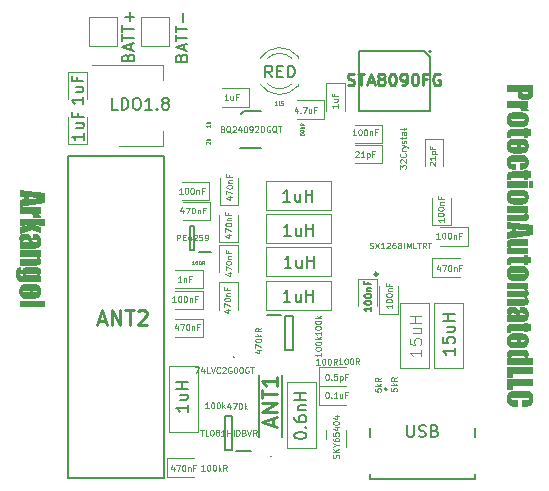
<source format=gto>
%TF.GenerationSoftware,KiCad,Pcbnew,7.0.5*%
%TF.CreationDate,2023-07-26T15:19:29-04:00*%
%TF.ProjectId,GPSPCB,47505350-4342-42e6-9b69-6361645f7063,00*%
%TF.SameCoordinates,Original*%
%TF.FileFunction,Legend,Top*%
%TF.FilePolarity,Positive*%
%FSLAX46Y46*%
G04 Gerber Fmt 4.6, Leading zero omitted, Abs format (unit mm)*
G04 Created by KiCad (PCBNEW 7.0.5) date 2023-07-26 15:19:29*
%MOMM*%
%LPD*%
G01*
G04 APERTURE LIST*
%ADD10C,0.487500*%
%ADD11C,0.125000*%
%ADD12C,0.075000*%
%ADD13C,0.150000*%
%ADD14C,0.254000*%
%ADD15C,0.250000*%
%ADD16C,0.120000*%
%ADD17C,0.200000*%
%ADD18C,0.127000*%
%ADD19C,0.100000*%
%ADD20C,0.033620*%
G04 APERTURE END LIST*
D10*
G36*
X38256168Y-53372428D02*
G01*
X38256168Y-54214956D01*
X36061500Y-54542156D01*
X36061500Y-53933002D01*
X36457759Y-53904902D01*
X36457759Y-53730586D01*
X36406805Y-53726299D01*
X36854019Y-53726299D01*
X36854019Y-53885851D01*
X36877019Y-53883304D01*
X36900418Y-53880783D01*
X36924215Y-53878288D01*
X36948410Y-53875819D01*
X36973003Y-53873377D01*
X36997995Y-53870960D01*
X37023384Y-53868569D01*
X37049172Y-53866205D01*
X37075358Y-53863866D01*
X37101941Y-53861553D01*
X37128923Y-53859267D01*
X37156304Y-53857007D01*
X37184082Y-53854772D01*
X37212258Y-53852564D01*
X37240833Y-53850382D01*
X37269806Y-53848225D01*
X37299176Y-53846095D01*
X37328945Y-53843991D01*
X37359112Y-53841913D01*
X37389678Y-53839861D01*
X37420641Y-53837835D01*
X37452002Y-53835835D01*
X37483762Y-53833861D01*
X37515920Y-53831913D01*
X37548476Y-53829991D01*
X37581430Y-53828095D01*
X37614782Y-53826226D01*
X37648532Y-53824382D01*
X37682681Y-53822564D01*
X37717227Y-53820773D01*
X37752172Y-53819007D01*
X37787515Y-53817267D01*
X37747154Y-53812911D01*
X37707516Y-53808652D01*
X37668599Y-53804490D01*
X37630404Y-53800427D01*
X37592931Y-53796461D01*
X37556180Y-53792592D01*
X37520151Y-53788822D01*
X37484843Y-53785149D01*
X37450257Y-53781573D01*
X37416394Y-53778096D01*
X37383252Y-53774716D01*
X37350832Y-53771434D01*
X37319133Y-53768249D01*
X37288157Y-53765162D01*
X37257902Y-53762173D01*
X37228370Y-53759281D01*
X37199559Y-53756487D01*
X37171470Y-53753791D01*
X37144103Y-53751192D01*
X37117457Y-53748692D01*
X37091534Y-53746288D01*
X37066333Y-53743983D01*
X37041853Y-53741775D01*
X37018095Y-53739665D01*
X36995059Y-53737652D01*
X36972745Y-53735737D01*
X36951152Y-53733920D01*
X36930282Y-53732201D01*
X36910133Y-53730579D01*
X36890707Y-53729055D01*
X36854019Y-53726299D01*
X36406805Y-53726299D01*
X36061500Y-53697247D01*
X36061500Y-53081425D01*
X38256168Y-53372428D01*
G37*
G36*
X37859908Y-55154644D02*
G01*
X37589861Y-55116542D01*
X37624360Y-55130493D01*
X37656770Y-55145557D01*
X37687094Y-55161734D01*
X37715330Y-55179023D01*
X37741478Y-55197425D01*
X37765539Y-55216939D01*
X37787513Y-55237565D01*
X37807399Y-55259305D01*
X37825198Y-55282157D01*
X37840910Y-55306121D01*
X37854534Y-55331198D01*
X37866070Y-55357387D01*
X37875519Y-55384689D01*
X37882881Y-55413104D01*
X37888156Y-55442631D01*
X37891342Y-55473271D01*
X37219797Y-55473271D01*
X37219654Y-55453637D01*
X37218901Y-55425576D01*
X37217505Y-55399180D01*
X37215463Y-55374451D01*
X37212777Y-55351387D01*
X37209447Y-55329990D01*
X37205471Y-55310259D01*
X37199168Y-55286542D01*
X37191719Y-55265787D01*
X37183124Y-55247993D01*
X37170942Y-55228961D01*
X37157319Y-55212347D01*
X37142254Y-55198152D01*
X37125748Y-55186375D01*
X37107799Y-55177017D01*
X37088409Y-55170078D01*
X37080249Y-55167979D01*
X37060922Y-55164519D01*
X37035806Y-55161520D01*
X37013170Y-55159573D01*
X36987277Y-55157886D01*
X36968205Y-55156906D01*
X36947686Y-55156041D01*
X36925720Y-55155291D01*
X36902307Y-55154657D01*
X36877445Y-55154138D01*
X36851137Y-55153734D01*
X36823381Y-55153445D01*
X36794178Y-55153272D01*
X36763527Y-55153215D01*
X36061500Y-55153215D01*
X36061500Y-54581687D01*
X37859908Y-54581687D01*
X37859908Y-55154644D01*
G37*
G36*
X37859908Y-56759685D02*
G01*
X37127876Y-56535361D01*
X36061500Y-56824935D01*
X36061500Y-56271505D01*
X36838302Y-56115287D01*
X36061500Y-56130528D01*
X36061500Y-55559000D01*
X38256168Y-55559000D01*
X38256168Y-56130528D01*
X37319338Y-56115287D01*
X37859908Y-56272934D01*
X37859908Y-56759685D01*
G37*
G36*
X36649725Y-56839956D02*
G01*
X36673980Y-56840726D01*
X36697219Y-56842010D01*
X36719442Y-56843807D01*
X36740649Y-56846118D01*
X36760840Y-56848942D01*
X36780016Y-56852280D01*
X36806875Y-56858249D01*
X36831448Y-56865374D01*
X36853735Y-56873653D01*
X36873738Y-56883089D01*
X36891454Y-56893679D01*
X36906885Y-56905425D01*
X36921451Y-56919479D01*
X36936394Y-56936815D01*
X36951713Y-56957432D01*
X36967409Y-56981331D01*
X36978082Y-56999087D01*
X36988923Y-57018302D01*
X36999931Y-57038975D01*
X37011107Y-57061107D01*
X37022450Y-57084698D01*
X37033961Y-57109747D01*
X37045639Y-57136254D01*
X37057484Y-57164220D01*
X37069497Y-57193645D01*
X37081677Y-57224528D01*
X37094260Y-57256199D01*
X37106287Y-57285960D01*
X37117761Y-57313813D01*
X37128680Y-57339757D01*
X37139044Y-57363792D01*
X37148854Y-57385918D01*
X37158110Y-57406136D01*
X37166811Y-57424444D01*
X37178824Y-57448328D01*
X37189589Y-57467917D01*
X37202002Y-57487355D01*
X37216463Y-57502196D01*
X37237151Y-57509489D01*
X37258567Y-57513591D01*
X37280276Y-57516114D01*
X37300171Y-57517547D01*
X37322314Y-57518459D01*
X37346705Y-57518849D01*
X37353153Y-57518866D01*
X37376955Y-57518706D01*
X37399065Y-57518229D01*
X37419485Y-57517434D01*
X37444080Y-57515879D01*
X37465668Y-57513758D01*
X37488426Y-57510311D01*
X37509535Y-57505009D01*
X37519849Y-57500767D01*
X37536886Y-57489197D01*
X37549277Y-57472453D01*
X37554543Y-57453884D01*
X37555093Y-57444567D01*
X37553307Y-57424295D01*
X37546052Y-57404900D01*
X37531624Y-57391194D01*
X37526517Y-57388843D01*
X37505144Y-57384050D01*
X37484591Y-57381750D01*
X37464163Y-57380295D01*
X37440193Y-57379183D01*
X37419891Y-57378573D01*
X37397597Y-57378156D01*
X37373309Y-57377931D01*
X37356011Y-57377889D01*
X37158834Y-57377889D01*
X37158834Y-56839699D01*
X37290285Y-56839699D01*
X37315409Y-56839891D01*
X37339818Y-56840466D01*
X37363512Y-56841424D01*
X37386493Y-56842765D01*
X37408758Y-56844490D01*
X37430310Y-56846598D01*
X37451147Y-56849089D01*
X37471269Y-56851963D01*
X37490677Y-56855221D01*
X37518450Y-56860826D01*
X37544615Y-56867294D01*
X37569173Y-56874623D01*
X37592124Y-56882815D01*
X37606531Y-56888756D01*
X37627372Y-56898901D01*
X37647743Y-56910763D01*
X37667646Y-56924341D01*
X37687081Y-56939635D01*
X37706046Y-56956646D01*
X37724543Y-56975372D01*
X37742570Y-56995815D01*
X37760129Y-57017975D01*
X37771575Y-57033701D01*
X37782812Y-57050190D01*
X37793840Y-57067442D01*
X37804661Y-57085457D01*
X37815042Y-57104188D01*
X37824753Y-57123588D01*
X37833795Y-57143659D01*
X37842167Y-57164399D01*
X37849869Y-57185809D01*
X37856902Y-57207889D01*
X37863265Y-57230638D01*
X37868958Y-57254057D01*
X37873981Y-57278146D01*
X37878334Y-57302905D01*
X37882018Y-57328334D01*
X37885032Y-57354432D01*
X37887376Y-57381200D01*
X37889050Y-57408638D01*
X37890055Y-57436746D01*
X37890390Y-57465523D01*
X37890001Y-57499939D01*
X37888835Y-57533295D01*
X37886890Y-57565591D01*
X37884169Y-57596826D01*
X37880669Y-57627000D01*
X37876392Y-57656114D01*
X37871337Y-57684168D01*
X37865505Y-57711161D01*
X37858894Y-57737094D01*
X37851507Y-57761966D01*
X37843341Y-57785778D01*
X37834398Y-57808529D01*
X37824677Y-57830220D01*
X37814179Y-57850851D01*
X37802903Y-57870421D01*
X37790849Y-57888930D01*
X37778231Y-57906459D01*
X37765264Y-57923088D01*
X37751947Y-57938816D01*
X37738280Y-57953644D01*
X37724263Y-57967571D01*
X37709897Y-57980598D01*
X37695181Y-57992724D01*
X37672451Y-58009225D01*
X37648934Y-58023701D01*
X37624630Y-58036150D01*
X37599539Y-58046573D01*
X37573662Y-58054970D01*
X37546997Y-58061341D01*
X37527804Y-58064859D01*
X37506305Y-58068150D01*
X37482499Y-58071214D01*
X37456386Y-58074052D01*
X37427966Y-58076662D01*
X37397238Y-58079045D01*
X37364204Y-58081201D01*
X37328863Y-58083131D01*
X37291215Y-58084833D01*
X37271526Y-58085599D01*
X37251261Y-58086308D01*
X37230418Y-58086961D01*
X37208999Y-58087557D01*
X37187003Y-58088096D01*
X37164430Y-58088578D01*
X37141280Y-58089004D01*
X37117554Y-58089372D01*
X37093251Y-58089684D01*
X37068372Y-58089940D01*
X37042915Y-58090138D01*
X37016882Y-58090280D01*
X36990272Y-58090365D01*
X36963085Y-58090394D01*
X36061500Y-58090394D01*
X36061500Y-57533630D01*
X36175329Y-57533630D01*
X36158518Y-57522981D01*
X36141305Y-57508179D01*
X36126654Y-57492672D01*
X36111724Y-57474282D01*
X36099579Y-57457493D01*
X36096070Y-57452187D01*
X36366315Y-57452187D01*
X36368387Y-57473197D01*
X36375549Y-57491150D01*
X36389338Y-57504345D01*
X36392510Y-57506006D01*
X36412602Y-57511632D01*
X36432023Y-57514332D01*
X36451361Y-57516040D01*
X36474077Y-57517346D01*
X36493331Y-57518062D01*
X36514485Y-57518552D01*
X36537540Y-57518815D01*
X36553966Y-57518866D01*
X36899741Y-57518866D01*
X36885485Y-57500479D01*
X36871472Y-57483541D01*
X36857701Y-57468052D01*
X36844173Y-57454010D01*
X36826514Y-57437542D01*
X36809286Y-57423648D01*
X36792490Y-57412329D01*
X36772102Y-57401801D01*
X36760193Y-57397416D01*
X36739116Y-57391790D01*
X36720196Y-57387976D01*
X36699444Y-57384773D01*
X36676862Y-57382179D01*
X36652449Y-57380196D01*
X36632938Y-57379109D01*
X36612398Y-57378365D01*
X36590827Y-57377965D01*
X36575875Y-57377889D01*
X36550792Y-57378022D01*
X36527518Y-57378424D01*
X36506052Y-57379094D01*
X36486395Y-57380032D01*
X36462998Y-57381699D01*
X36442816Y-57383842D01*
X36422109Y-57387191D01*
X36401559Y-57393129D01*
X36384522Y-57404155D01*
X36373061Y-57419551D01*
X36367175Y-57439318D01*
X36366315Y-57452187D01*
X36096070Y-57452187D01*
X36087255Y-57438859D01*
X36081027Y-57428850D01*
X36069306Y-57407886D01*
X36059148Y-57385955D01*
X36050553Y-57363057D01*
X36043520Y-57339191D01*
X36038050Y-57314358D01*
X36034974Y-57295098D01*
X36032776Y-57275294D01*
X36031458Y-57254946D01*
X36031018Y-57234054D01*
X36031755Y-57206750D01*
X36033965Y-57179848D01*
X36037649Y-57153348D01*
X36042806Y-57127250D01*
X36049436Y-57101553D01*
X36057540Y-57076259D01*
X36067118Y-57051366D01*
X36078169Y-57026875D01*
X36090694Y-57002786D01*
X36104692Y-56979099D01*
X36114842Y-56963531D01*
X36132271Y-56941401D01*
X36145793Y-56927857D01*
X36160836Y-56915280D01*
X36177402Y-56903671D01*
X36195489Y-56893029D01*
X36215098Y-56883355D01*
X36236229Y-56874648D01*
X36258882Y-56866908D01*
X36283056Y-56860136D01*
X36308753Y-56854332D01*
X36335971Y-56849495D01*
X36364711Y-56845625D01*
X36394973Y-56842723D01*
X36426757Y-56840788D01*
X36460063Y-56839820D01*
X36477286Y-56839699D01*
X36624455Y-56839699D01*
X36649725Y-56839956D01*
G37*
G36*
X37859908Y-58820997D02*
G01*
X37743698Y-58814330D01*
X37761625Y-58827479D01*
X37776667Y-58841609D01*
X37791801Y-58858623D01*
X37803976Y-58874310D01*
X37816210Y-58891843D01*
X37828504Y-58911221D01*
X37840857Y-58932445D01*
X37852467Y-58955001D01*
X37860158Y-58972456D01*
X37866978Y-58990370D01*
X37872928Y-59008745D01*
X37878007Y-59027581D01*
X37882215Y-59046877D01*
X37885553Y-59066634D01*
X37888020Y-59086851D01*
X37889616Y-59107528D01*
X37890342Y-59128666D01*
X37890390Y-59135814D01*
X37889787Y-59162501D01*
X37887979Y-59188268D01*
X37884965Y-59213113D01*
X37880745Y-59237037D01*
X37875320Y-59260041D01*
X37868690Y-59282123D01*
X37860854Y-59303285D01*
X37851812Y-59323526D01*
X37841564Y-59342845D01*
X37830112Y-59361244D01*
X37821807Y-59372998D01*
X37808731Y-59389741D01*
X37795044Y-59405320D01*
X37780746Y-59419735D01*
X37765837Y-59432987D01*
X37750317Y-59445074D01*
X37734185Y-59455998D01*
X37717443Y-59465759D01*
X37700089Y-59474355D01*
X37682124Y-59481788D01*
X37663548Y-59488058D01*
X37650824Y-59491591D01*
X37630469Y-59496357D01*
X37607803Y-59500655D01*
X37582827Y-59504483D01*
X37555540Y-59507843D01*
X37536065Y-59509823D01*
X37515563Y-59511594D01*
X37494034Y-59513157D01*
X37471478Y-59514511D01*
X37447895Y-59515657D01*
X37423285Y-59516595D01*
X37397648Y-59517324D01*
X37370984Y-59517845D01*
X37343293Y-59518158D01*
X37314575Y-59518262D01*
X36061500Y-59518262D01*
X36061500Y-58946734D01*
X37306479Y-58946734D01*
X37328527Y-58946693D01*
X37349425Y-58946570D01*
X37369174Y-58946365D01*
X37396641Y-58945905D01*
X37421521Y-58945260D01*
X37443814Y-58944431D01*
X37463520Y-58943418D01*
X37485771Y-58941781D01*
X37507118Y-58939274D01*
X37521278Y-58936256D01*
X37539110Y-58926749D01*
X37550338Y-58910730D01*
X37554796Y-58890746D01*
X37555093Y-58882913D01*
X37552593Y-58861689D01*
X37543802Y-58842865D01*
X37528683Y-58829390D01*
X37515086Y-58823379D01*
X37494687Y-58819170D01*
X37474891Y-58816849D01*
X37450140Y-58814914D01*
X37428324Y-58813717D01*
X37403720Y-58812737D01*
X37376328Y-58811975D01*
X37356518Y-58811588D01*
X37335469Y-58811298D01*
X37313181Y-58811104D01*
X37289654Y-58811008D01*
X37277426Y-58810996D01*
X36061500Y-58810996D01*
X36061500Y-58239467D01*
X37859908Y-58239467D01*
X37859908Y-58820997D01*
G37*
G36*
X36213907Y-60205525D02*
G01*
X36192118Y-60206144D01*
X36172471Y-60208003D01*
X36149610Y-60212408D01*
X36130559Y-60219017D01*
X36112104Y-60230375D01*
X36099601Y-60245174D01*
X36093053Y-60263416D01*
X36091981Y-60276013D01*
X36093554Y-60297410D01*
X36099202Y-60317622D01*
X36110466Y-60334952D01*
X36124844Y-60345549D01*
X36143369Y-60352230D01*
X36165851Y-60356650D01*
X36189241Y-60359413D01*
X36211001Y-60361020D01*
X36235470Y-60362092D01*
X36255599Y-60362544D01*
X36277251Y-60362695D01*
X36385366Y-60362695D01*
X36372317Y-60347569D01*
X36359663Y-60330770D01*
X36347405Y-60312295D01*
X36335543Y-60292147D01*
X36330513Y-60282681D01*
X36610167Y-60282681D01*
X36612459Y-60302476D01*
X36620517Y-60320262D01*
X36636275Y-60334458D01*
X36646840Y-60339357D01*
X36668217Y-60344739D01*
X36690017Y-60347774D01*
X36711375Y-60349716D01*
X36736215Y-60351227D01*
X36757131Y-60352077D01*
X36780007Y-60352684D01*
X36804841Y-60353048D01*
X36831634Y-60353169D01*
X37381730Y-60353169D01*
X37403247Y-60353069D01*
X37423149Y-60352768D01*
X37447171Y-60352053D01*
X37468320Y-60350982D01*
X37490718Y-60349140D01*
X37511670Y-60346193D01*
X37527946Y-60341739D01*
X37544489Y-60329415D01*
X37552946Y-60311529D01*
X37555093Y-60292206D01*
X37552532Y-60272700D01*
X37543676Y-60254914D01*
X37528495Y-60241221D01*
X37522707Y-60237911D01*
X37501751Y-60230827D01*
X37479783Y-60226842D01*
X37457383Y-60224390D01*
X37436784Y-60222999D01*
X37413804Y-60222113D01*
X37388442Y-60221734D01*
X37381730Y-60221718D01*
X36784959Y-60221718D01*
X36763931Y-60221823D01*
X36744427Y-60222137D01*
X36720792Y-60222881D01*
X36699866Y-60223997D01*
X36677517Y-60225916D01*
X36656286Y-60228985D01*
X36639219Y-60233625D01*
X36622679Y-60245008D01*
X36613004Y-60262132D01*
X36610167Y-60282681D01*
X36330513Y-60282681D01*
X36326337Y-60274822D01*
X36317385Y-60256426D01*
X36308685Y-60236959D01*
X36300760Y-60216948D01*
X36293891Y-60196684D01*
X36288079Y-60176167D01*
X36283324Y-60155397D01*
X36279625Y-60134374D01*
X36276984Y-60113098D01*
X36275398Y-60091569D01*
X36274870Y-60069787D01*
X36275402Y-60042109D01*
X36276997Y-60015335D01*
X36279655Y-59989466D01*
X36283376Y-59964500D01*
X36288161Y-59940439D01*
X36294008Y-59917282D01*
X36300920Y-59895030D01*
X36308894Y-59873681D01*
X36317931Y-59853237D01*
X36328032Y-59833696D01*
X36335357Y-59821172D01*
X36347114Y-59803235D01*
X36359524Y-59786395D01*
X36372587Y-59770651D01*
X36386303Y-59756004D01*
X36400672Y-59742454D01*
X36415694Y-59730001D01*
X36431370Y-59718644D01*
X36447698Y-59708384D01*
X36464679Y-59699221D01*
X36482313Y-59691155D01*
X36494432Y-59686386D01*
X36513523Y-59679918D01*
X36534004Y-59674085D01*
X36555874Y-59668889D01*
X36579134Y-59664329D01*
X36603784Y-59660405D01*
X36629824Y-59657118D01*
X36657254Y-59654467D01*
X36676312Y-59653053D01*
X36695988Y-59651922D01*
X36716282Y-59651073D01*
X36737193Y-59650508D01*
X36758722Y-59650225D01*
X36769718Y-59650190D01*
X37406020Y-59650190D01*
X37437437Y-59650560D01*
X37467749Y-59651671D01*
X37496956Y-59653522D01*
X37525058Y-59656113D01*
X37552055Y-59659445D01*
X37577947Y-59663518D01*
X37602734Y-59668331D01*
X37626415Y-59673884D01*
X37648992Y-59680178D01*
X37670463Y-59687212D01*
X37690829Y-59694987D01*
X37710091Y-59703503D01*
X37728247Y-59712758D01*
X37745298Y-59722754D01*
X37761244Y-59733491D01*
X37776084Y-59744968D01*
X37796512Y-59763691D01*
X37814930Y-59784138D01*
X37831339Y-59806310D01*
X37845739Y-59830206D01*
X37858130Y-59855827D01*
X37865274Y-59873866D01*
X37871525Y-59892672D01*
X37876883Y-59912243D01*
X37881348Y-59932582D01*
X37884920Y-59953687D01*
X37887599Y-59975558D01*
X37889385Y-59998196D01*
X37890278Y-60021600D01*
X37890390Y-60033590D01*
X37890005Y-60053247D01*
X37888849Y-60072570D01*
X37886924Y-60091558D01*
X37883158Y-60116354D01*
X37878024Y-60140554D01*
X37871519Y-60164160D01*
X37863646Y-60187169D01*
X37854403Y-60209584D01*
X37846573Y-60226004D01*
X37835321Y-60247087D01*
X37823474Y-60266994D01*
X37811031Y-60285725D01*
X37797993Y-60303280D01*
X37784360Y-60319659D01*
X37770131Y-60334863D01*
X37755307Y-60348890D01*
X37739887Y-60361742D01*
X37859908Y-60396034D01*
X37859908Y-60926127D01*
X36483478Y-60926127D01*
X36449642Y-60926074D01*
X36417313Y-60925918D01*
X36386491Y-60925658D01*
X36357176Y-60925293D01*
X36329368Y-60924824D01*
X36303067Y-60924251D01*
X36278273Y-60923574D01*
X36254986Y-60922793D01*
X36233205Y-60921907D01*
X36212932Y-60920917D01*
X36185348Y-60919237D01*
X36161154Y-60917323D01*
X36140351Y-60915174D01*
X36122939Y-60912791D01*
X36101953Y-60908519D01*
X36080670Y-60902134D01*
X36059088Y-60893636D01*
X36037210Y-60883024D01*
X36020605Y-60873678D01*
X36003833Y-60863143D01*
X35986894Y-60851419D01*
X35969787Y-60838507D01*
X35952513Y-60824406D01*
X35946718Y-60819441D01*
X35929693Y-60803809D01*
X35913447Y-60787097D01*
X35897980Y-60769306D01*
X35883291Y-60750434D01*
X35869381Y-60730482D01*
X35856250Y-60709450D01*
X35843897Y-60687338D01*
X35832323Y-60664146D01*
X35821527Y-60639874D01*
X35811510Y-60614523D01*
X35805264Y-60597021D01*
X35796583Y-60569790D01*
X35791269Y-60550948D01*
X35786335Y-60531554D01*
X35781781Y-60511610D01*
X35777606Y-60491116D01*
X35773811Y-60470070D01*
X35770395Y-60448474D01*
X35767359Y-60426328D01*
X35764702Y-60403630D01*
X35762425Y-60380382D01*
X35760527Y-60356583D01*
X35759009Y-60332234D01*
X35757870Y-60307334D01*
X35757111Y-60281883D01*
X35756732Y-60255881D01*
X35756684Y-60242674D01*
X35757034Y-60210261D01*
X35758083Y-60178630D01*
X35759832Y-60147780D01*
X35762281Y-60117712D01*
X35765429Y-60088425D01*
X35769276Y-60059919D01*
X35773823Y-60032195D01*
X35779069Y-60005252D01*
X35785015Y-59979090D01*
X35791661Y-59953710D01*
X35799006Y-59929111D01*
X35807050Y-59905294D01*
X35815794Y-59882258D01*
X35825238Y-59860003D01*
X35835381Y-59838530D01*
X35846224Y-59817838D01*
X35858153Y-59798149D01*
X35871556Y-59779684D01*
X35886432Y-59762443D01*
X35902781Y-59746427D01*
X35920604Y-59731634D01*
X35939901Y-59718066D01*
X35960671Y-59705722D01*
X35982914Y-59694602D01*
X36006631Y-59684706D01*
X36031822Y-59676035D01*
X36058486Y-59668588D01*
X36086623Y-59662364D01*
X36116234Y-59657365D01*
X36147318Y-59653591D01*
X36179876Y-59651040D01*
X36213907Y-59649713D01*
X36213907Y-60205525D01*
G37*
G36*
X37263056Y-61065928D02*
G01*
X37291268Y-61066687D01*
X37318720Y-61067952D01*
X37345414Y-61069723D01*
X37371349Y-61072000D01*
X37396524Y-61074783D01*
X37420940Y-61078073D01*
X37444598Y-61081868D01*
X37467496Y-61086169D01*
X37489636Y-61090977D01*
X37511016Y-61096290D01*
X37531637Y-61102110D01*
X37551499Y-61108435D01*
X37570602Y-61115267D01*
X37588946Y-61122604D01*
X37606531Y-61130448D01*
X37631770Y-61143317D01*
X37655870Y-61157635D01*
X37678831Y-61173400D01*
X37700654Y-61190615D01*
X37721339Y-61209277D01*
X37740885Y-61229388D01*
X37759292Y-61250947D01*
X37770931Y-61266125D01*
X37782064Y-61281946D01*
X37792691Y-61298411D01*
X37802811Y-61315520D01*
X37812426Y-61333272D01*
X37817044Y-61342390D01*
X37825926Y-61360953D01*
X37834234Y-61379851D01*
X37841970Y-61399085D01*
X37849133Y-61418653D01*
X37855722Y-61438556D01*
X37861739Y-61458794D01*
X37867183Y-61479367D01*
X37872053Y-61500274D01*
X37876351Y-61521517D01*
X37880076Y-61543094D01*
X37883227Y-61565007D01*
X37885806Y-61587254D01*
X37887811Y-61609836D01*
X37889244Y-61632753D01*
X37890103Y-61656005D01*
X37890390Y-61679591D01*
X37890046Y-61708272D01*
X37889013Y-61736327D01*
X37887292Y-61763758D01*
X37884883Y-61790563D01*
X37881785Y-61816743D01*
X37877999Y-61842298D01*
X37873525Y-61867228D01*
X37868362Y-61891533D01*
X37862511Y-61915213D01*
X37855972Y-61938267D01*
X37848744Y-61960697D01*
X37840828Y-61982501D01*
X37832223Y-62003681D01*
X37822930Y-62024235D01*
X37812949Y-62044164D01*
X37802279Y-62063468D01*
X37791042Y-62082104D01*
X37779359Y-62100029D01*
X37767229Y-62117244D01*
X37754652Y-62133748D01*
X37741629Y-62149541D01*
X37728159Y-62164624D01*
X37714243Y-62178996D01*
X37699881Y-62192657D01*
X37685071Y-62205607D01*
X37669816Y-62217847D01*
X37654114Y-62229377D01*
X37637965Y-62240195D01*
X37621370Y-62250303D01*
X37604328Y-62259700D01*
X37586840Y-62268386D01*
X37568905Y-62276362D01*
X37550301Y-62283802D01*
X37530803Y-62290762D01*
X37510413Y-62297242D01*
X37489129Y-62303242D01*
X37466953Y-62308762D01*
X37443883Y-62313802D01*
X37419921Y-62318362D01*
X37395065Y-62322441D01*
X37369317Y-62326041D01*
X37342675Y-62329161D01*
X37315141Y-62331801D01*
X37286713Y-62333961D01*
X37257393Y-62335641D01*
X37227179Y-62336841D01*
X37196072Y-62337561D01*
X37164073Y-62337801D01*
X36914982Y-62337801D01*
X36914982Y-61637203D01*
X37219797Y-61637203D01*
X37219797Y-61764844D01*
X37341247Y-61764844D01*
X37367010Y-61764731D01*
X37390898Y-61764392D01*
X37412911Y-61763827D01*
X37433048Y-61763036D01*
X37456981Y-61761629D01*
X37477580Y-61759821D01*
X37498640Y-61756995D01*
X37519373Y-61751985D01*
X37536640Y-61743249D01*
X37550070Y-61727762D01*
X37554954Y-61709092D01*
X37555093Y-61704834D01*
X37553218Y-61684146D01*
X37546625Y-61666066D01*
X37532121Y-61651439D01*
X37525088Y-61648157D01*
X37506198Y-61643889D01*
X37485394Y-61641482D01*
X37464363Y-61639941D01*
X37439433Y-61638743D01*
X37418177Y-61638069D01*
X37394727Y-61637588D01*
X37369083Y-61637299D01*
X37341247Y-61637203D01*
X37219797Y-61637203D01*
X36914982Y-61637203D01*
X36542536Y-61637203D01*
X36521253Y-61637328D01*
X36501519Y-61637705D01*
X36477616Y-61638598D01*
X36456466Y-61639938D01*
X36433901Y-61642240D01*
X36412502Y-61645924D01*
X36395367Y-61651491D01*
X36380047Y-61663184D01*
X36370400Y-61679807D01*
X36366570Y-61698983D01*
X36366315Y-61706263D01*
X36368229Y-61727357D01*
X36375105Y-61747502D01*
X36386982Y-61763420D01*
X36403860Y-61775111D01*
X36406322Y-61776275D01*
X36424439Y-61782425D01*
X36444294Y-61786579D01*
X36463293Y-61789265D01*
X36485060Y-61791386D01*
X36509596Y-61792942D01*
X36529814Y-61793737D01*
X36551590Y-61794214D01*
X36574922Y-61794373D01*
X36823537Y-61794373D01*
X36823537Y-62337801D01*
X36679226Y-62337801D01*
X36658979Y-62337718D01*
X36639316Y-62337466D01*
X36620237Y-62337048D01*
X36592714Y-62336106D01*
X36566506Y-62334787D01*
X36541612Y-62333092D01*
X36518032Y-62331020D01*
X36495767Y-62328571D01*
X36474816Y-62325746D01*
X36455179Y-62322543D01*
X36431042Y-62317688D01*
X36425372Y-62316369D01*
X36402906Y-62310222D01*
X36380037Y-62302259D01*
X36356767Y-62292481D01*
X36339050Y-62283955D01*
X36321108Y-62274409D01*
X36302939Y-62263840D01*
X36284544Y-62252251D01*
X36265924Y-62239640D01*
X36247077Y-62226007D01*
X36234387Y-62216352D01*
X36215809Y-62201248D01*
X36198119Y-62185409D01*
X36181317Y-62168832D01*
X36165402Y-62151519D01*
X36150374Y-62133469D01*
X36136234Y-62114682D01*
X36122981Y-62095159D01*
X36110615Y-62074898D01*
X36099137Y-62053901D01*
X36088547Y-62032168D01*
X36081979Y-62017269D01*
X36072872Y-61994157D01*
X36064660Y-61970007D01*
X36057345Y-61944818D01*
X36050925Y-61918591D01*
X36045401Y-61891326D01*
X36040772Y-61863024D01*
X36038184Y-61843578D01*
X36035995Y-61823671D01*
X36034203Y-61803303D01*
X36032810Y-61782474D01*
X36031814Y-61761183D01*
X36031217Y-61739431D01*
X36031018Y-61717217D01*
X36031215Y-61695584D01*
X36031807Y-61674263D01*
X36032793Y-61653255D01*
X36034173Y-61632559D01*
X36035948Y-61612176D01*
X36038117Y-61592106D01*
X36040681Y-61572348D01*
X36043639Y-61552903D01*
X36046992Y-61533770D01*
X36050739Y-61514949D01*
X36057099Y-61487305D01*
X36064346Y-61460364D01*
X36072481Y-61434126D01*
X36081503Y-61408592D01*
X36091304Y-61383924D01*
X36101774Y-61360285D01*
X36112915Y-61337677D01*
X36124725Y-61316098D01*
X36137205Y-61295549D01*
X36150354Y-61276029D01*
X36164174Y-61257540D01*
X36178663Y-61240080D01*
X36193822Y-61223650D01*
X36209650Y-61208250D01*
X36220575Y-61198555D01*
X36237336Y-61184851D01*
X36254398Y-61171960D01*
X36271761Y-61159881D01*
X36289426Y-61148613D01*
X36307392Y-61138158D01*
X36325660Y-61128515D01*
X36344229Y-61119684D01*
X36363100Y-61111665D01*
X36382272Y-61104458D01*
X36401745Y-61098063D01*
X36414894Y-61094251D01*
X36435536Y-61089144D01*
X36457809Y-61084540D01*
X36481716Y-61080437D01*
X36507254Y-61076837D01*
X36534426Y-61073740D01*
X36553447Y-61071954D01*
X36573194Y-61070391D01*
X36593666Y-61069051D01*
X36614864Y-61067935D01*
X36636787Y-61067042D01*
X36659436Y-61066372D01*
X36682811Y-61065926D01*
X36706911Y-61065703D01*
X36719233Y-61065675D01*
X37234085Y-61065675D01*
X37263056Y-61065928D01*
G37*
G36*
X38256168Y-63064118D02*
G01*
X36061500Y-63064118D01*
X36061500Y-62476397D01*
X38256168Y-62476397D01*
X38256168Y-63064118D01*
G37*
G36*
X79536168Y-44805835D02*
G01*
X79536025Y-44834475D01*
X79535595Y-44862288D01*
X79534879Y-44889276D01*
X79533876Y-44915438D01*
X79532587Y-44940773D01*
X79531011Y-44965283D01*
X79529149Y-44988966D01*
X79527000Y-45011823D01*
X79524564Y-45033855D01*
X79521843Y-45055060D01*
X79518834Y-45075439D01*
X79515539Y-45094993D01*
X79511958Y-45113720D01*
X79506049Y-45140262D01*
X79499495Y-45164945D01*
X79492317Y-45188240D01*
X79484537Y-45210439D01*
X79476154Y-45231540D01*
X79467168Y-45251545D01*
X79457579Y-45270453D01*
X79447388Y-45288265D01*
X79436593Y-45304980D01*
X79425196Y-45320598D01*
X79409063Y-45339715D01*
X79391857Y-45356884D01*
X79373796Y-45372534D01*
X79354857Y-45386859D01*
X79335039Y-45399860D01*
X79314344Y-45411536D01*
X79292770Y-45421888D01*
X79270318Y-45430914D01*
X79246988Y-45438617D01*
X79222780Y-45444994D01*
X79203378Y-45449080D01*
X79182142Y-45452763D01*
X79159073Y-45456045D01*
X79134171Y-45458925D01*
X79107435Y-45461403D01*
X79078865Y-45463480D01*
X79058801Y-45464641D01*
X79037921Y-45465623D01*
X79016226Y-45466427D01*
X78993717Y-45467052D01*
X78970392Y-45467498D01*
X78946253Y-45467766D01*
X78921299Y-45467855D01*
X78734600Y-45467855D01*
X78708955Y-45467681D01*
X78684174Y-45467156D01*
X78660256Y-45466281D01*
X78637202Y-45465057D01*
X78615010Y-45463483D01*
X78593682Y-45461560D01*
X78573217Y-45459286D01*
X78553616Y-45456663D01*
X78525832Y-45452072D01*
X78499990Y-45446695D01*
X78476091Y-45440530D01*
X78454134Y-45433579D01*
X78434119Y-45425840D01*
X78427879Y-45423086D01*
X78409885Y-45414043D01*
X78392695Y-45403702D01*
X78376308Y-45392063D01*
X78360725Y-45379127D01*
X78345946Y-45364893D01*
X78331970Y-45349362D01*
X78318798Y-45332533D01*
X78306430Y-45314406D01*
X78294865Y-45294982D01*
X78284104Y-45274260D01*
X78277377Y-45259724D01*
X78268099Y-45236877D01*
X78259734Y-45212807D01*
X78252282Y-45187515D01*
X78245742Y-45161001D01*
X78240115Y-45133265D01*
X78236870Y-45114095D01*
X78234031Y-45094382D01*
X78231598Y-45074125D01*
X78229570Y-45053325D01*
X78227947Y-45031982D01*
X78226731Y-45010096D01*
X78225919Y-44987667D01*
X78225514Y-44964694D01*
X78225463Y-44953004D01*
X78225463Y-44842984D01*
X78621723Y-44842984D01*
X78622525Y-44863931D01*
X78625606Y-44886211D01*
X78630998Y-44905378D01*
X78640208Y-44923802D01*
X78654586Y-44939668D01*
X78672860Y-44949875D01*
X78694728Y-44956628D01*
X78717325Y-44960849D01*
X78738267Y-44963305D01*
X78761753Y-44964942D01*
X78781038Y-44965633D01*
X78801754Y-44965863D01*
X78978452Y-44965863D01*
X79003233Y-44965387D01*
X79025662Y-44963958D01*
X79045740Y-44961577D01*
X79067531Y-44957260D01*
X79088829Y-44950116D01*
X79106990Y-44939073D01*
X79110856Y-44935382D01*
X79122176Y-44919451D01*
X79129666Y-44901334D01*
X79135114Y-44879098D01*
X79138093Y-44857422D01*
X79139454Y-44838021D01*
X79139908Y-44816789D01*
X78622199Y-44816789D01*
X78621746Y-44836033D01*
X78621723Y-44842984D01*
X78225463Y-44842984D01*
X78225463Y-44816789D01*
X77341500Y-44816789D01*
X77341500Y-44222400D01*
X79536168Y-44222400D01*
X79536168Y-44805835D01*
G37*
G36*
X79139908Y-46149403D02*
G01*
X78869861Y-46111301D01*
X78904360Y-46125252D01*
X78936770Y-46140316D01*
X78967094Y-46156493D01*
X78995330Y-46173782D01*
X79021478Y-46192184D01*
X79045539Y-46211698D01*
X79067513Y-46232325D01*
X79087399Y-46254064D01*
X79105198Y-46276916D01*
X79120910Y-46300880D01*
X79134534Y-46325957D01*
X79146070Y-46352147D01*
X79155519Y-46379449D01*
X79162881Y-46407863D01*
X79168156Y-46437390D01*
X79171342Y-46468030D01*
X78499797Y-46468030D01*
X78499654Y-46448397D01*
X78498901Y-46420335D01*
X78497505Y-46393940D01*
X78495463Y-46369210D01*
X78492777Y-46346147D01*
X78489447Y-46324749D01*
X78485471Y-46305018D01*
X78479168Y-46281301D01*
X78471719Y-46260546D01*
X78463124Y-46242752D01*
X78450942Y-46223720D01*
X78437319Y-46207106D01*
X78422254Y-46192911D01*
X78405748Y-46181135D01*
X78387799Y-46171777D01*
X78368409Y-46164837D01*
X78360249Y-46162739D01*
X78340922Y-46159278D01*
X78315806Y-46156279D01*
X78293170Y-46154333D01*
X78267277Y-46152646D01*
X78248205Y-46151665D01*
X78227686Y-46150800D01*
X78205720Y-46150050D01*
X78182307Y-46149416D01*
X78157445Y-46148897D01*
X78131137Y-46148493D01*
X78103381Y-46148205D01*
X78074178Y-46148032D01*
X78043527Y-46147974D01*
X77341500Y-46147974D01*
X77341500Y-45576446D01*
X79139908Y-45576446D01*
X79139908Y-46149403D01*
G37*
G36*
X78495689Y-46537780D02*
G01*
X78525516Y-46538422D01*
X78554509Y-46539491D01*
X78582668Y-46540989D01*
X78609995Y-46542915D01*
X78636487Y-46545268D01*
X78662147Y-46548049D01*
X78686972Y-46551259D01*
X78710965Y-46554896D01*
X78734123Y-46558961D01*
X78756449Y-46563454D01*
X78777941Y-46568375D01*
X78798599Y-46573724D01*
X78818424Y-46579500D01*
X78837415Y-46585705D01*
X78855573Y-46592337D01*
X78881780Y-46603471D01*
X78907000Y-46616153D01*
X78931231Y-46630384D01*
X78954474Y-46646164D01*
X78976730Y-46663492D01*
X78997998Y-46682370D01*
X79011627Y-46695815D01*
X79024818Y-46709949D01*
X79037569Y-46724771D01*
X79049882Y-46740282D01*
X79061755Y-46756480D01*
X79073189Y-46773368D01*
X79084184Y-46790943D01*
X79094623Y-46809166D01*
X79104389Y-46827996D01*
X79113481Y-46847432D01*
X79121899Y-46867475D01*
X79129644Y-46888124D01*
X79136716Y-46909379D01*
X79143114Y-46931241D01*
X79148839Y-46953710D01*
X79153890Y-46976785D01*
X79158267Y-47000466D01*
X79161971Y-47024755D01*
X79165002Y-47049649D01*
X79167359Y-47075150D01*
X79169043Y-47101258D01*
X79170053Y-47127972D01*
X79170390Y-47155293D01*
X79170174Y-47178250D01*
X79169527Y-47200806D01*
X79168448Y-47222961D01*
X79166937Y-47244713D01*
X79164995Y-47266063D01*
X79162621Y-47287012D01*
X79159815Y-47307559D01*
X79156578Y-47327704D01*
X79152909Y-47347447D01*
X79148809Y-47366788D01*
X79144277Y-47385727D01*
X79139313Y-47404265D01*
X79131058Y-47431317D01*
X79121832Y-47457466D01*
X79115142Y-47474396D01*
X79104567Y-47498954D01*
X79093381Y-47522440D01*
X79081583Y-47544855D01*
X79069174Y-47566198D01*
X79056155Y-47586469D01*
X79042524Y-47605669D01*
X79028281Y-47623797D01*
X79013428Y-47640853D01*
X78997964Y-47656838D01*
X78981888Y-47671752D01*
X78970831Y-47681099D01*
X78954082Y-47694441D01*
X78937232Y-47706962D01*
X78920281Y-47718664D01*
X78903230Y-47729545D01*
X78886079Y-47739605D01*
X78868827Y-47748845D01*
X78851475Y-47757264D01*
X78828182Y-47767214D01*
X78804710Y-47775705D01*
X78786990Y-47781116D01*
X78768475Y-47785968D01*
X78748294Y-47790342D01*
X78726448Y-47794239D01*
X78702935Y-47797659D01*
X78677756Y-47800602D01*
X78650911Y-47803067D01*
X78622400Y-47805056D01*
X78602468Y-47806116D01*
X78581794Y-47806965D01*
X78560381Y-47807601D01*
X78538227Y-47808025D01*
X78515332Y-47808237D01*
X78503607Y-47808264D01*
X78071151Y-47808264D01*
X78041696Y-47808167D01*
X78013224Y-47807877D01*
X77985734Y-47807393D01*
X77959226Y-47806716D01*
X77933701Y-47805845D01*
X77909158Y-47804781D01*
X77885597Y-47803523D01*
X77863019Y-47802072D01*
X77841423Y-47800427D01*
X77820809Y-47798589D01*
X77801178Y-47796558D01*
X77773573Y-47793148D01*
X77748178Y-47789302D01*
X77724993Y-47785021D01*
X77717756Y-47783497D01*
X77696623Y-47778437D01*
X77675734Y-47772363D01*
X77655087Y-47765276D01*
X77634683Y-47757176D01*
X77614522Y-47748063D01*
X77594604Y-47737937D01*
X77574928Y-47726798D01*
X77555495Y-47714646D01*
X77536305Y-47701481D01*
X77517358Y-47687303D01*
X77504861Y-47677288D01*
X77486658Y-47661616D01*
X77469375Y-47645140D01*
X77453014Y-47627860D01*
X77437573Y-47609777D01*
X77423053Y-47590889D01*
X77409454Y-47571198D01*
X77396776Y-47550704D01*
X77385019Y-47529405D01*
X77374183Y-47507303D01*
X77364268Y-47484398D01*
X77358169Y-47468681D01*
X77349743Y-47444600D01*
X77342145Y-47419866D01*
X77335376Y-47394480D01*
X77329436Y-47368440D01*
X77324325Y-47341747D01*
X77320043Y-47314401D01*
X77316590Y-47286403D01*
X77314748Y-47267374D01*
X77313274Y-47248055D01*
X77312169Y-47228446D01*
X77311432Y-47208547D01*
X77311064Y-47188357D01*
X77311018Y-47178154D01*
X77311054Y-47172915D01*
X77646315Y-47172915D01*
X77648613Y-47192350D01*
X77657663Y-47210682D01*
X77673580Y-47223048D01*
X77675367Y-47223876D01*
X77695103Y-47229502D01*
X77716742Y-47232667D01*
X77739251Y-47234613D01*
X77760188Y-47235718D01*
X77783730Y-47236421D01*
X77803096Y-47236685D01*
X77816821Y-47236735D01*
X78641726Y-47236735D01*
X78665988Y-47236627D01*
X78688409Y-47236300D01*
X78708987Y-47235756D01*
X78733560Y-47234692D01*
X78754858Y-47233241D01*
X78776876Y-47230882D01*
X78796545Y-47227255D01*
X78805564Y-47224352D01*
X78822376Y-47213071D01*
X78832210Y-47195599D01*
X78835065Y-47176699D01*
X78835093Y-47174344D01*
X78832720Y-47154833D01*
X78823373Y-47136204D01*
X78806934Y-47123317D01*
X78805088Y-47122430D01*
X78783805Y-47116595D01*
X78763882Y-47113795D01*
X78744276Y-47112024D01*
X78721411Y-47110670D01*
X78702124Y-47109928D01*
X78681003Y-47109420D01*
X78658048Y-47109146D01*
X78641726Y-47109094D01*
X77834443Y-47109094D01*
X77812028Y-47109211D01*
X77791221Y-47109563D01*
X77772021Y-47110149D01*
X77748922Y-47111295D01*
X77728680Y-47112858D01*
X77707397Y-47115397D01*
X77687750Y-47119304D01*
X77678225Y-47122430D01*
X77661397Y-47133295D01*
X77650085Y-47150403D01*
X77646346Y-47170645D01*
X77646315Y-47172915D01*
X77311054Y-47172915D01*
X77311174Y-47155624D01*
X77311643Y-47133518D01*
X77312424Y-47111836D01*
X77313518Y-47090579D01*
X77314925Y-47069746D01*
X77316644Y-47049337D01*
X77318676Y-47029352D01*
X77321020Y-47009791D01*
X77323676Y-46990654D01*
X77328248Y-46962745D01*
X77333522Y-46935790D01*
X77339500Y-46909789D01*
X77346180Y-46884743D01*
X77351025Y-46868576D01*
X77358980Y-46845137D01*
X77367663Y-46822686D01*
X77377074Y-46801223D01*
X77387214Y-46780748D01*
X77398083Y-46761261D01*
X77409679Y-46742762D01*
X77422004Y-46725250D01*
X77435057Y-46708727D01*
X77448839Y-46693191D01*
X77463349Y-46678643D01*
X77473427Y-46669494D01*
X77489161Y-46656458D01*
X77505464Y-46644143D01*
X77522336Y-46632548D01*
X77539778Y-46621673D01*
X77557789Y-46611517D01*
X77576369Y-46602082D01*
X77595519Y-46593367D01*
X77615238Y-46585372D01*
X77635526Y-46578096D01*
X77656383Y-46571541D01*
X77670605Y-46567571D01*
X77693195Y-46562209D01*
X77717744Y-46557374D01*
X77744253Y-46553067D01*
X77772721Y-46549287D01*
X77792787Y-46547060D01*
X77813725Y-46545067D01*
X77835533Y-46543309D01*
X77858212Y-46541785D01*
X77881761Y-46540496D01*
X77906181Y-46539441D01*
X77931472Y-46538621D01*
X77957634Y-46538035D01*
X77984666Y-46537683D01*
X78012569Y-46537566D01*
X78465029Y-46537566D01*
X78495689Y-46537780D01*
G37*
G36*
X79383760Y-48549345D02*
G01*
X79109427Y-48549345D01*
X79109427Y-48695085D01*
X78804612Y-48695085D01*
X78804612Y-48549345D01*
X77850636Y-48549345D01*
X77829639Y-48549399D01*
X77809870Y-48549561D01*
X77782519Y-48550006D01*
X77757930Y-48550694D01*
X77736104Y-48551625D01*
X77717041Y-48552798D01*
X77695921Y-48554741D01*
X77676429Y-48557775D01*
X77662032Y-48563157D01*
X77654434Y-48580985D01*
X77650750Y-48604047D01*
X77648908Y-48624390D01*
X77647558Y-48648706D01*
X77646867Y-48669550D01*
X77646453Y-48692631D01*
X77646315Y-48717946D01*
X77341500Y-48717946D01*
X77341500Y-48484572D01*
X77341561Y-48461702D01*
X77341745Y-48439646D01*
X77342052Y-48418405D01*
X77342482Y-48397980D01*
X77343034Y-48378369D01*
X77344093Y-48350480D01*
X77345429Y-48324425D01*
X77347040Y-48300204D01*
X77348928Y-48277815D01*
X77351092Y-48257261D01*
X77354408Y-48232707D01*
X77357217Y-48216430D01*
X77361935Y-48196233D01*
X77367992Y-48176602D01*
X77375389Y-48157536D01*
X77384126Y-48139036D01*
X77394202Y-48121101D01*
X77405618Y-48103732D01*
X77418373Y-48086928D01*
X77432468Y-48070690D01*
X77447597Y-48055598D01*
X77463217Y-48041995D01*
X77479329Y-48029880D01*
X77495931Y-48019253D01*
X77513025Y-48010114D01*
X77530610Y-48002464D01*
X77548686Y-47996302D01*
X77567253Y-47991629D01*
X77589087Y-47988057D01*
X77609428Y-47985690D01*
X77633169Y-47983592D01*
X77660308Y-47981761D01*
X77680289Y-47980690D01*
X77701781Y-47979737D01*
X77724783Y-47978904D01*
X77749297Y-47978189D01*
X77775321Y-47977594D01*
X77802855Y-47977117D01*
X77831900Y-47976760D01*
X77862456Y-47976522D01*
X77894523Y-47976403D01*
X77911123Y-47976388D01*
X78804612Y-47976388D01*
X78804612Y-47859701D01*
X79109427Y-47859701D01*
X79109427Y-47976388D01*
X79383760Y-47976388D01*
X79383760Y-48549345D01*
G37*
G36*
X78543056Y-48762969D02*
G01*
X78571268Y-48763728D01*
X78598720Y-48764993D01*
X78625414Y-48766764D01*
X78651349Y-48769041D01*
X78676524Y-48771825D01*
X78700940Y-48775114D01*
X78724598Y-48778909D01*
X78747496Y-48783210D01*
X78769636Y-48788018D01*
X78791016Y-48793331D01*
X78811637Y-48799151D01*
X78831499Y-48805476D01*
X78850602Y-48812308D01*
X78868946Y-48819645D01*
X78886531Y-48827489D01*
X78911770Y-48840358D01*
X78935870Y-48854676D01*
X78958831Y-48870442D01*
X78980654Y-48887656D01*
X79001339Y-48906318D01*
X79020885Y-48926429D01*
X79039292Y-48947989D01*
X79050931Y-48963166D01*
X79062064Y-48978987D01*
X79072691Y-48995452D01*
X79082811Y-49012561D01*
X79092426Y-49030313D01*
X79097044Y-49039431D01*
X79105926Y-49057994D01*
X79114234Y-49076893D01*
X79121970Y-49096126D01*
X79129133Y-49115694D01*
X79135722Y-49135597D01*
X79141739Y-49155835D01*
X79147183Y-49176408D01*
X79152053Y-49197315D01*
X79156351Y-49218558D01*
X79160076Y-49240135D01*
X79163227Y-49262048D01*
X79165806Y-49284295D01*
X79167811Y-49306877D01*
X79169244Y-49329794D01*
X79170103Y-49353046D01*
X79170390Y-49376632D01*
X79170046Y-49405313D01*
X79169013Y-49433369D01*
X79167292Y-49460799D01*
X79164883Y-49487604D01*
X79161785Y-49513784D01*
X79157999Y-49539339D01*
X79153525Y-49564269D01*
X79148362Y-49588574D01*
X79142511Y-49612254D01*
X79135972Y-49635309D01*
X79128744Y-49657738D01*
X79120828Y-49679542D01*
X79112223Y-49700722D01*
X79102930Y-49721276D01*
X79092949Y-49741205D01*
X79082279Y-49760509D01*
X79071042Y-49779145D01*
X79059359Y-49797070D01*
X79047229Y-49814285D01*
X79034652Y-49830789D01*
X79021629Y-49846582D01*
X79008159Y-49861665D01*
X78994243Y-49876037D01*
X78979881Y-49889698D01*
X78965071Y-49902649D01*
X78949816Y-49914889D01*
X78934114Y-49926418D01*
X78917965Y-49937236D01*
X78901370Y-49947344D01*
X78884328Y-49956741D01*
X78866840Y-49965427D01*
X78848905Y-49973403D01*
X78830301Y-49980843D01*
X78810803Y-49987803D01*
X78790413Y-49994283D01*
X78769129Y-50000283D01*
X78746953Y-50005803D01*
X78723883Y-50010843D01*
X78699921Y-50015403D01*
X78675065Y-50019483D01*
X78649317Y-50023083D01*
X78622675Y-50026203D01*
X78595141Y-50028843D01*
X78566713Y-50031003D01*
X78537393Y-50032683D01*
X78507179Y-50033882D01*
X78476072Y-50034602D01*
X78444073Y-50034842D01*
X78194982Y-50034842D01*
X78194982Y-49334244D01*
X78499797Y-49334244D01*
X78499797Y-49461885D01*
X78621247Y-49461885D01*
X78647010Y-49461772D01*
X78670898Y-49461433D01*
X78692911Y-49460868D01*
X78713048Y-49460077D01*
X78736981Y-49458671D01*
X78757580Y-49456862D01*
X78778640Y-49454037D01*
X78799373Y-49449026D01*
X78816640Y-49440290D01*
X78830070Y-49424803D01*
X78834954Y-49406133D01*
X78835093Y-49401875D01*
X78833218Y-49381187D01*
X78826625Y-49363107D01*
X78812121Y-49348480D01*
X78805088Y-49345198D01*
X78786198Y-49340930D01*
X78765394Y-49338523D01*
X78744363Y-49336983D01*
X78719433Y-49335785D01*
X78698177Y-49335111D01*
X78674727Y-49334629D01*
X78649083Y-49334340D01*
X78621247Y-49334244D01*
X78499797Y-49334244D01*
X78194982Y-49334244D01*
X77822536Y-49334244D01*
X77801253Y-49334370D01*
X77781519Y-49334746D01*
X77757616Y-49335639D01*
X77736466Y-49336979D01*
X77713901Y-49339281D01*
X77692502Y-49342965D01*
X77675367Y-49348532D01*
X77660047Y-49360225D01*
X77650400Y-49376848D01*
X77646570Y-49396024D01*
X77646315Y-49403304D01*
X77648229Y-49424398D01*
X77655105Y-49444543D01*
X77666982Y-49460461D01*
X77683860Y-49472152D01*
X77686322Y-49473316D01*
X77704439Y-49479467D01*
X77724294Y-49483620D01*
X77743293Y-49486307D01*
X77765060Y-49488427D01*
X77789596Y-49489983D01*
X77809814Y-49490778D01*
X77831590Y-49491255D01*
X77854922Y-49491414D01*
X78103537Y-49491414D01*
X78103537Y-50034842D01*
X77959226Y-50034842D01*
X77938979Y-50034759D01*
X77919316Y-50034508D01*
X77900237Y-50034089D01*
X77872714Y-50033147D01*
X77846506Y-50031829D01*
X77821612Y-50030133D01*
X77798032Y-50028061D01*
X77775767Y-50025612D01*
X77754816Y-50022787D01*
X77735179Y-50019585D01*
X77711042Y-50014729D01*
X77705372Y-50013410D01*
X77682906Y-50007263D01*
X77660037Y-49999301D01*
X77636767Y-49989522D01*
X77619050Y-49980997D01*
X77601108Y-49971450D01*
X77582939Y-49960881D01*
X77564544Y-49949292D01*
X77545924Y-49936681D01*
X77527077Y-49923048D01*
X77514387Y-49913393D01*
X77495809Y-49898290D01*
X77478119Y-49882450D01*
X77461317Y-49865873D01*
X77445402Y-49848560D01*
X77430374Y-49830510D01*
X77416234Y-49811723D01*
X77402981Y-49792200D01*
X77390615Y-49771939D01*
X77379137Y-49750943D01*
X77368547Y-49729209D01*
X77361979Y-49714310D01*
X77352872Y-49691198D01*
X77344660Y-49667048D01*
X77337345Y-49641859D01*
X77330925Y-49615632D01*
X77325401Y-49588368D01*
X77320772Y-49560065D01*
X77318184Y-49540619D01*
X77315995Y-49520713D01*
X77314203Y-49500344D01*
X77312810Y-49479515D01*
X77311814Y-49458224D01*
X77311217Y-49436472D01*
X77311018Y-49414258D01*
X77311215Y-49392625D01*
X77311807Y-49371304D01*
X77312793Y-49350296D01*
X77314173Y-49329600D01*
X77315948Y-49309217D01*
X77318117Y-49289147D01*
X77320681Y-49269389D01*
X77323639Y-49249944D01*
X77326992Y-49230811D01*
X77330739Y-49211991D01*
X77337099Y-49184346D01*
X77344346Y-49157405D01*
X77352481Y-49131167D01*
X77361503Y-49105633D01*
X77371304Y-49080965D01*
X77381774Y-49057326D01*
X77392915Y-49034718D01*
X77404725Y-49013139D01*
X77417205Y-48992590D01*
X77430354Y-48973071D01*
X77444174Y-48954581D01*
X77458663Y-48937121D01*
X77473822Y-48920691D01*
X77489650Y-48905291D01*
X77500575Y-48895596D01*
X77517336Y-48881893D01*
X77534398Y-48869001D01*
X77551761Y-48856922D01*
X77569426Y-48845654D01*
X77587392Y-48835199D01*
X77605660Y-48825556D01*
X77624229Y-48816725D01*
X77643100Y-48808706D01*
X77662272Y-48801499D01*
X77681745Y-48795104D01*
X77694894Y-48791292D01*
X77715536Y-48786185D01*
X77737809Y-48781581D01*
X77761716Y-48777478D01*
X77787254Y-48773878D01*
X77814426Y-48770781D01*
X77833447Y-48768995D01*
X77853194Y-48767432D01*
X77873666Y-48766093D01*
X77894864Y-48764976D01*
X77916787Y-48764083D01*
X77939436Y-48763413D01*
X77962811Y-48762967D01*
X77986911Y-48762744D01*
X77999233Y-48762716D01*
X78514085Y-48762716D01*
X78543056Y-48762969D01*
G37*
G36*
X78438834Y-51399842D02*
G01*
X78438834Y-50859272D01*
X78663159Y-50859272D01*
X78682343Y-50859142D01*
X78705930Y-50858566D01*
X78727239Y-50857527D01*
X78746272Y-50856028D01*
X78766860Y-50853505D01*
X78786869Y-50849525D01*
X78801754Y-50844508D01*
X78819335Y-50833094D01*
X78830405Y-50817308D01*
X78834963Y-50797150D01*
X78835093Y-50792594D01*
X78832908Y-50773581D01*
X78824303Y-50755459D01*
X78809169Y-50742965D01*
X78807469Y-50742109D01*
X78788240Y-50736274D01*
X78766707Y-50732993D01*
X78744107Y-50730974D01*
X78722980Y-50729828D01*
X78699144Y-50729099D01*
X78679490Y-50728825D01*
X78665540Y-50728773D01*
X77822536Y-50728773D01*
X77800330Y-50729100D01*
X77779671Y-50730083D01*
X77760561Y-50731720D01*
X77738849Y-50734687D01*
X77719557Y-50738678D01*
X77699598Y-50744818D01*
X77688227Y-50749729D01*
X77671896Y-50759881D01*
X77658143Y-50773380D01*
X77648934Y-50790986D01*
X77646315Y-50808787D01*
X77649083Y-50829237D01*
X77658815Y-50848187D01*
X77673349Y-50861426D01*
X77690608Y-50870226D01*
X77710500Y-50876053D01*
X77732090Y-50879988D01*
X77752645Y-50882533D01*
X77776116Y-50884542D01*
X77795634Y-50885698D01*
X77816793Y-50886552D01*
X77839592Y-50887104D01*
X77864033Y-50887355D01*
X77872545Y-50887372D01*
X78103537Y-50887372D01*
X78103537Y-51399842D01*
X78075428Y-51399614D01*
X78048252Y-51399284D01*
X78022011Y-51398855D01*
X77996703Y-51398324D01*
X77972329Y-51397694D01*
X77948890Y-51396963D01*
X77926384Y-51396131D01*
X77904812Y-51395199D01*
X77884174Y-51394166D01*
X77864470Y-51393033D01*
X77836665Y-51391145D01*
X77810962Y-51389031D01*
X77787360Y-51386691D01*
X77765859Y-51384125D01*
X77745444Y-51380885D01*
X77724920Y-51376524D01*
X77704287Y-51371040D01*
X77683546Y-51364435D01*
X77662695Y-51356707D01*
X77641736Y-51347858D01*
X77620668Y-51337887D01*
X77599491Y-51326794D01*
X77578205Y-51314579D01*
X77556810Y-51301243D01*
X77542487Y-51291728D01*
X77521544Y-51276754D01*
X77501581Y-51260942D01*
X77482598Y-51244293D01*
X77464594Y-51226806D01*
X77447569Y-51208483D01*
X77431525Y-51189322D01*
X77416459Y-51169324D01*
X77402373Y-51148489D01*
X77389267Y-51126817D01*
X77377140Y-51104307D01*
X77369600Y-51088836D01*
X77359130Y-51064843D01*
X77349691Y-51039837D01*
X77341281Y-51013819D01*
X77333901Y-50986787D01*
X77329554Y-50968203D01*
X77325663Y-50949169D01*
X77322231Y-50929684D01*
X77319256Y-50909750D01*
X77316739Y-50889365D01*
X77314679Y-50868530D01*
X77313078Y-50847244D01*
X77311933Y-50825509D01*
X77311247Y-50803323D01*
X77311018Y-50780687D01*
X77311331Y-50751887D01*
X77312268Y-50723832D01*
X77313831Y-50696520D01*
X77316019Y-50669953D01*
X77318832Y-50644130D01*
X77322270Y-50619052D01*
X77326333Y-50594717D01*
X77331021Y-50571127D01*
X77336335Y-50548280D01*
X77342273Y-50526178D01*
X77348837Y-50504820D01*
X77356026Y-50484207D01*
X77363840Y-50464337D01*
X77372279Y-50445212D01*
X77381343Y-50426831D01*
X77391032Y-50409193D01*
X77401341Y-50392245D01*
X77412144Y-50375929D01*
X77423443Y-50360245D01*
X77435236Y-50345194D01*
X77453854Y-50323804D01*
X77473585Y-50303837D01*
X77494430Y-50285293D01*
X77516389Y-50268172D01*
X77539460Y-50252474D01*
X77563646Y-50238200D01*
X77588945Y-50225349D01*
X77606429Y-50217572D01*
X77615357Y-50213921D01*
X77633851Y-50207058D01*
X77653258Y-50200638D01*
X77673576Y-50194660D01*
X77694805Y-50189125D01*
X77716946Y-50184033D01*
X77739999Y-50179384D01*
X77763963Y-50175178D01*
X77788839Y-50171414D01*
X77814627Y-50168093D01*
X77841326Y-50165215D01*
X77868937Y-50162780D01*
X77897460Y-50160787D01*
X77926894Y-50159237D01*
X77957239Y-50158130D01*
X77988497Y-50157466D01*
X78020666Y-50157245D01*
X78522182Y-50157245D01*
X78550211Y-50157427D01*
X78577385Y-50157974D01*
X78603703Y-50158886D01*
X78629165Y-50160162D01*
X78653771Y-50161803D01*
X78677521Y-50163808D01*
X78700416Y-50166179D01*
X78722455Y-50168913D01*
X78743638Y-50172013D01*
X78763965Y-50175477D01*
X78783436Y-50179306D01*
X78802052Y-50183499D01*
X78828371Y-50190473D01*
X78852764Y-50198268D01*
X78867956Y-50203920D01*
X78889873Y-50213690D01*
X78911329Y-50225318D01*
X78932324Y-50238806D01*
X78952859Y-50254152D01*
X78972934Y-50271356D01*
X78992548Y-50290419D01*
X79011702Y-50311341D01*
X79024215Y-50326321D01*
X79036524Y-50342127D01*
X79048628Y-50358760D01*
X79060527Y-50376218D01*
X79072222Y-50394503D01*
X79077993Y-50403954D01*
X79089182Y-50423316D01*
X79099648Y-50443180D01*
X79109393Y-50463546D01*
X79118417Y-50484415D01*
X79126718Y-50505786D01*
X79134297Y-50527659D01*
X79141155Y-50550035D01*
X79147291Y-50572913D01*
X79152705Y-50596293D01*
X79157397Y-50620175D01*
X79161367Y-50644560D01*
X79164615Y-50669447D01*
X79167142Y-50694837D01*
X79168946Y-50720728D01*
X79170029Y-50747123D01*
X79170390Y-50774019D01*
X79170031Y-50800746D01*
X79168954Y-50826990D01*
X79167158Y-50852749D01*
X79164645Y-50878025D01*
X79161413Y-50902818D01*
X79157464Y-50927126D01*
X79152796Y-50950951D01*
X79147410Y-50974292D01*
X79141306Y-50997149D01*
X79134483Y-51019523D01*
X79126943Y-51041413D01*
X79118684Y-51062819D01*
X79109708Y-51083742D01*
X79100013Y-51104181D01*
X79089600Y-51124136D01*
X79078469Y-51143607D01*
X79066791Y-51162493D01*
X79054737Y-51180571D01*
X79042308Y-51197841D01*
X79029502Y-51214304D01*
X79016321Y-51229960D01*
X79002764Y-51244808D01*
X78988831Y-51258849D01*
X78974522Y-51272082D01*
X78959838Y-51284508D01*
X78937107Y-51301633D01*
X78913530Y-51316941D01*
X78889107Y-51330433D01*
X78863839Y-51342107D01*
X78846524Y-51348881D01*
X78819147Y-51357989D01*
X78799650Y-51363562D01*
X78779155Y-51368738D01*
X78757664Y-51373516D01*
X78735175Y-51377895D01*
X78711688Y-51381877D01*
X78687205Y-51385460D01*
X78661724Y-51388645D01*
X78635246Y-51391432D01*
X78607771Y-51393821D01*
X78579299Y-51395811D01*
X78549830Y-51397404D01*
X78519363Y-51398598D01*
X78487899Y-51399395D01*
X78455438Y-51399793D01*
X78438834Y-51399842D01*
G37*
G36*
X79383760Y-52123302D02*
G01*
X79109427Y-52123302D01*
X79109427Y-52269042D01*
X78804612Y-52269042D01*
X78804612Y-52123302D01*
X77850636Y-52123302D01*
X77829639Y-52123356D01*
X77809870Y-52123518D01*
X77782519Y-52123963D01*
X77757930Y-52124651D01*
X77736104Y-52125582D01*
X77717041Y-52126755D01*
X77695921Y-52128697D01*
X77676429Y-52131732D01*
X77662032Y-52137114D01*
X77654434Y-52154942D01*
X77650750Y-52178004D01*
X77648908Y-52198346D01*
X77647558Y-52222662D01*
X77646867Y-52243507D01*
X77646453Y-52266587D01*
X77646315Y-52291903D01*
X77341500Y-52291903D01*
X77341500Y-52058529D01*
X77341561Y-52035658D01*
X77341745Y-52013603D01*
X77342052Y-51992362D01*
X77342482Y-51971936D01*
X77343034Y-51952325D01*
X77344093Y-51924437D01*
X77345429Y-51898382D01*
X77347040Y-51874160D01*
X77348928Y-51851772D01*
X77351092Y-51831217D01*
X77354408Y-51806663D01*
X77357217Y-51790387D01*
X77361935Y-51770190D01*
X77367992Y-51750558D01*
X77375389Y-51731493D01*
X77384126Y-51712992D01*
X77394202Y-51695058D01*
X77405618Y-51677689D01*
X77418373Y-51660885D01*
X77432468Y-51644647D01*
X77447597Y-51629555D01*
X77463217Y-51615952D01*
X77479329Y-51603836D01*
X77495931Y-51593210D01*
X77513025Y-51584071D01*
X77530610Y-51576421D01*
X77548686Y-51570259D01*
X77567253Y-51565586D01*
X77589087Y-51562014D01*
X77609428Y-51559647D01*
X77633169Y-51557549D01*
X77660308Y-51555718D01*
X77680289Y-51554646D01*
X77701781Y-51553694D01*
X77724783Y-51552860D01*
X77749297Y-51552146D01*
X77775321Y-51551550D01*
X77802855Y-51551074D01*
X77831900Y-51550717D01*
X77862456Y-51550479D01*
X77894523Y-51550360D01*
X77911123Y-51550345D01*
X78804612Y-51550345D01*
X78804612Y-51433658D01*
X79109427Y-51433658D01*
X79109427Y-51550345D01*
X79383760Y-51550345D01*
X79383760Y-52123302D01*
G37*
G36*
X79536168Y-52940587D02*
G01*
X79231353Y-52940587D01*
X79231353Y-52352866D01*
X79536168Y-52352866D01*
X79536168Y-52940587D01*
G37*
G36*
X79139908Y-52940587D02*
G01*
X77341500Y-52940587D01*
X77341500Y-52352866D01*
X79139908Y-52352866D01*
X79139908Y-52940587D01*
G37*
G36*
X78495689Y-53083683D02*
G01*
X78525516Y-53084325D01*
X78554509Y-53085395D01*
X78582668Y-53086893D01*
X78609995Y-53088818D01*
X78636487Y-53091172D01*
X78662147Y-53093953D01*
X78686972Y-53097162D01*
X78710965Y-53100800D01*
X78734123Y-53104865D01*
X78756449Y-53109358D01*
X78777941Y-53114278D01*
X78798599Y-53119627D01*
X78818424Y-53125404D01*
X78837415Y-53131608D01*
X78855573Y-53138241D01*
X78881780Y-53149374D01*
X78907000Y-53162056D01*
X78931231Y-53176287D01*
X78954474Y-53192067D01*
X78976730Y-53209396D01*
X78997998Y-53228273D01*
X79011627Y-53241719D01*
X79024818Y-53255853D01*
X79037569Y-53270675D01*
X79049882Y-53286185D01*
X79061755Y-53302384D01*
X79073189Y-53319271D01*
X79084184Y-53336847D01*
X79094623Y-53355070D01*
X79104389Y-53373900D01*
X79113481Y-53393336D01*
X79121899Y-53413378D01*
X79129644Y-53434027D01*
X79136716Y-53455283D01*
X79143114Y-53477145D01*
X79148839Y-53499614D01*
X79153890Y-53522689D01*
X79158267Y-53546370D01*
X79161971Y-53570658D01*
X79165002Y-53595553D01*
X79167359Y-53621054D01*
X79169043Y-53647162D01*
X79170053Y-53673876D01*
X79170390Y-53701196D01*
X79170174Y-53724154D01*
X79169527Y-53746710D01*
X79168448Y-53768864D01*
X79166937Y-53790617D01*
X79164995Y-53811967D01*
X79162621Y-53832916D01*
X79159815Y-53853462D01*
X79156578Y-53873607D01*
X79152909Y-53893350D01*
X79148809Y-53912692D01*
X79144277Y-53931631D01*
X79139313Y-53950168D01*
X79131058Y-53977221D01*
X79121832Y-54003370D01*
X79115142Y-54020300D01*
X79104567Y-54044857D01*
X79093381Y-54068344D01*
X79081583Y-54090758D01*
X79069174Y-54112101D01*
X79056155Y-54132373D01*
X79042524Y-54151572D01*
X79028281Y-54169701D01*
X79013428Y-54186757D01*
X78997964Y-54202742D01*
X78981888Y-54217655D01*
X78970831Y-54227002D01*
X78954082Y-54240344D01*
X78937232Y-54252866D01*
X78920281Y-54264567D01*
X78903230Y-54275448D01*
X78886079Y-54285509D01*
X78868827Y-54294748D01*
X78851475Y-54303168D01*
X78828182Y-54313118D01*
X78804710Y-54321609D01*
X78786990Y-54327020D01*
X78768475Y-54331871D01*
X78748294Y-54336246D01*
X78726448Y-54340143D01*
X78702935Y-54343563D01*
X78677756Y-54346506D01*
X78650911Y-54348971D01*
X78622400Y-54350959D01*
X78602468Y-54352020D01*
X78581794Y-54352868D01*
X78560381Y-54353505D01*
X78538227Y-54353929D01*
X78515332Y-54354141D01*
X78503607Y-54354167D01*
X78071151Y-54354167D01*
X78041696Y-54354071D01*
X78013224Y-54353780D01*
X77985734Y-54353297D01*
X77959226Y-54352619D01*
X77933701Y-54351749D01*
X77909158Y-54350685D01*
X77885597Y-54349427D01*
X77863019Y-54347976D01*
X77841423Y-54346331D01*
X77820809Y-54344493D01*
X77801178Y-54342461D01*
X77773573Y-54339051D01*
X77748178Y-54335206D01*
X77724993Y-54330925D01*
X77717756Y-54329401D01*
X77696623Y-54324340D01*
X77675734Y-54318266D01*
X77655087Y-54311179D01*
X77634683Y-54303080D01*
X77614522Y-54293967D01*
X77594604Y-54283841D01*
X77574928Y-54272702D01*
X77555495Y-54260550D01*
X77536305Y-54247385D01*
X77517358Y-54233207D01*
X77504861Y-54223192D01*
X77486658Y-54207520D01*
X77469375Y-54191044D01*
X77453014Y-54173764D01*
X77437573Y-54155680D01*
X77423053Y-54136793D01*
X77409454Y-54117102D01*
X77396776Y-54096608D01*
X77385019Y-54075309D01*
X77374183Y-54053207D01*
X77364268Y-54030301D01*
X77358169Y-54014584D01*
X77349743Y-53990504D01*
X77342145Y-53965770D01*
X77335376Y-53940383D01*
X77329436Y-53914344D01*
X77324325Y-53887651D01*
X77320043Y-53860305D01*
X77316590Y-53832306D01*
X77314748Y-53813278D01*
X77313274Y-53793959D01*
X77312169Y-53774350D01*
X77311432Y-53754451D01*
X77311064Y-53734261D01*
X77311018Y-53724057D01*
X77311054Y-53718818D01*
X77646315Y-53718818D01*
X77648613Y-53738254D01*
X77657663Y-53756585D01*
X77673580Y-53768951D01*
X77675367Y-53769780D01*
X77695103Y-53775406D01*
X77716742Y-53778570D01*
X77739251Y-53780517D01*
X77760188Y-53781622D01*
X77783730Y-53782325D01*
X77803096Y-53782589D01*
X77816821Y-53782639D01*
X78641726Y-53782639D01*
X78665988Y-53782530D01*
X78688409Y-53782204D01*
X78708987Y-53781660D01*
X78733560Y-53780595D01*
X78754858Y-53779144D01*
X78776876Y-53776786D01*
X78796545Y-53773158D01*
X78805564Y-53770256D01*
X78822376Y-53758975D01*
X78832210Y-53741503D01*
X78835065Y-53722603D01*
X78835093Y-53720247D01*
X78832720Y-53700736D01*
X78823373Y-53682108D01*
X78806934Y-53669220D01*
X78805088Y-53668333D01*
X78783805Y-53662499D01*
X78763882Y-53659699D01*
X78744276Y-53657928D01*
X78721411Y-53656574D01*
X78702124Y-53655831D01*
X78681003Y-53655323D01*
X78658048Y-53655050D01*
X78641726Y-53654998D01*
X77834443Y-53654998D01*
X77812028Y-53655115D01*
X77791221Y-53655467D01*
X77772021Y-53656053D01*
X77748922Y-53657199D01*
X77728680Y-53658761D01*
X77707397Y-53661301D01*
X77687750Y-53665208D01*
X77678225Y-53668333D01*
X77661397Y-53679198D01*
X77650085Y-53696307D01*
X77646346Y-53716549D01*
X77646315Y-53718818D01*
X77311054Y-53718818D01*
X77311174Y-53701527D01*
X77311643Y-53679422D01*
X77312424Y-53657740D01*
X77313518Y-53636483D01*
X77314925Y-53615649D01*
X77316644Y-53595240D01*
X77318676Y-53575255D01*
X77321020Y-53555695D01*
X77323676Y-53536558D01*
X77328248Y-53508649D01*
X77333522Y-53481694D01*
X77339500Y-53455693D01*
X77346180Y-53430647D01*
X77351025Y-53414480D01*
X77358980Y-53391041D01*
X77367663Y-53368590D01*
X77377074Y-53347127D01*
X77387214Y-53326652D01*
X77398083Y-53307165D01*
X77409679Y-53288665D01*
X77422004Y-53271154D01*
X77435057Y-53254630D01*
X77448839Y-53239095D01*
X77463349Y-53224547D01*
X77473427Y-53215397D01*
X77489161Y-53202362D01*
X77505464Y-53190047D01*
X77522336Y-53178452D01*
X77539778Y-53167576D01*
X77557789Y-53157421D01*
X77576369Y-53147986D01*
X77595519Y-53139271D01*
X77615238Y-53131275D01*
X77635526Y-53124000D01*
X77656383Y-53117445D01*
X77670605Y-53113475D01*
X77693195Y-53108112D01*
X77717744Y-53103278D01*
X77744253Y-53098970D01*
X77772721Y-53095190D01*
X77792787Y-53092963D01*
X77813725Y-53090971D01*
X77835533Y-53089213D01*
X77858212Y-53087689D01*
X77881761Y-53086400D01*
X77906181Y-53085345D01*
X77931472Y-53084524D01*
X77957634Y-53083938D01*
X77984666Y-53083587D01*
X78012569Y-53083469D01*
X78465029Y-53083469D01*
X78495689Y-53083683D01*
G37*
G36*
X79139908Y-55075722D02*
G01*
X79023698Y-55069054D01*
X79041625Y-55082204D01*
X79056667Y-55096334D01*
X79071801Y-55113347D01*
X79083976Y-55129035D01*
X79096210Y-55146567D01*
X79108504Y-55165946D01*
X79120857Y-55187170D01*
X79132467Y-55209726D01*
X79140158Y-55227180D01*
X79146978Y-55245095D01*
X79152928Y-55263470D01*
X79158007Y-55282305D01*
X79162215Y-55301601D01*
X79165553Y-55321358D01*
X79168020Y-55341575D01*
X79169616Y-55362252D01*
X79170342Y-55383390D01*
X79170390Y-55390539D01*
X79169787Y-55417226D01*
X79167979Y-55442992D01*
X79164965Y-55467837D01*
X79160745Y-55491762D01*
X79155320Y-55514765D01*
X79148690Y-55536848D01*
X79140854Y-55558009D01*
X79131812Y-55578250D01*
X79121564Y-55597570D01*
X79110112Y-55615969D01*
X79101807Y-55627723D01*
X79088731Y-55644465D01*
X79075044Y-55660044D01*
X79060746Y-55674459D01*
X79045837Y-55687711D01*
X79030317Y-55699799D01*
X79014185Y-55710723D01*
X78997443Y-55720483D01*
X78980089Y-55729080D01*
X78962124Y-55736513D01*
X78943548Y-55742782D01*
X78930824Y-55746315D01*
X78910469Y-55751081D01*
X78887803Y-55755379D01*
X78862827Y-55759208D01*
X78835540Y-55762568D01*
X78816065Y-55764547D01*
X78795563Y-55766318D01*
X78774034Y-55767881D01*
X78751478Y-55769236D01*
X78727895Y-55770382D01*
X78703285Y-55771319D01*
X78677648Y-55772049D01*
X78650984Y-55772570D01*
X78623293Y-55772882D01*
X78594575Y-55772986D01*
X77341500Y-55772986D01*
X77341500Y-55201458D01*
X78586479Y-55201458D01*
X78608527Y-55201417D01*
X78629425Y-55201294D01*
X78649174Y-55201090D01*
X78676641Y-55200629D01*
X78701521Y-55199985D01*
X78723814Y-55199156D01*
X78743520Y-55198143D01*
X78765771Y-55196505D01*
X78787118Y-55193999D01*
X78801278Y-55190980D01*
X78819110Y-55181473D01*
X78830338Y-55165455D01*
X78834796Y-55145471D01*
X78835093Y-55137637D01*
X78832593Y-55116413D01*
X78823802Y-55097589D01*
X78808683Y-55084114D01*
X78795086Y-55078103D01*
X78774687Y-55073895D01*
X78754891Y-55071573D01*
X78730140Y-55069638D01*
X78708324Y-55068441D01*
X78683720Y-55067461D01*
X78656328Y-55066700D01*
X78636518Y-55066313D01*
X78615469Y-55066022D01*
X78593181Y-55065829D01*
X78569654Y-55065732D01*
X78557426Y-55065720D01*
X77341500Y-55065720D01*
X77341500Y-54494192D01*
X79139908Y-54494192D01*
X79139908Y-55075722D01*
G37*
G36*
X79536168Y-56096852D02*
G01*
X79536168Y-56939380D01*
X77341500Y-57266580D01*
X77341500Y-56657426D01*
X77737759Y-56629326D01*
X77737759Y-56455010D01*
X77686817Y-56450724D01*
X78134019Y-56450724D01*
X78134019Y-56610275D01*
X78157019Y-56607728D01*
X78180418Y-56605207D01*
X78204215Y-56602712D01*
X78228410Y-56600244D01*
X78253003Y-56597801D01*
X78277995Y-56595384D01*
X78303384Y-56592993D01*
X78329172Y-56590629D01*
X78355358Y-56588290D01*
X78381941Y-56585978D01*
X78408923Y-56583691D01*
X78436304Y-56581431D01*
X78464082Y-56579196D01*
X78492258Y-56576988D01*
X78520833Y-56574806D01*
X78549806Y-56572650D01*
X78579176Y-56570519D01*
X78608945Y-56568415D01*
X78639112Y-56566337D01*
X78669678Y-56564285D01*
X78700641Y-56562259D01*
X78732002Y-56560259D01*
X78763762Y-56558285D01*
X78795920Y-56556337D01*
X78828476Y-56554415D01*
X78861430Y-56552520D01*
X78894782Y-56550650D01*
X78928532Y-56548806D01*
X78962681Y-56546988D01*
X78997227Y-56545197D01*
X79032172Y-56543431D01*
X79067515Y-56541692D01*
X79027154Y-56537335D01*
X78987516Y-56533076D01*
X78948599Y-56528915D01*
X78910404Y-56524851D01*
X78872931Y-56520885D01*
X78836180Y-56517017D01*
X78800151Y-56513246D01*
X78764843Y-56509573D01*
X78730257Y-56505998D01*
X78696394Y-56502520D01*
X78663252Y-56499140D01*
X78630832Y-56495858D01*
X78599133Y-56492673D01*
X78568157Y-56489586D01*
X78537902Y-56486597D01*
X78508370Y-56483705D01*
X78479559Y-56480912D01*
X78451470Y-56478215D01*
X78424103Y-56475617D01*
X78397457Y-56473116D01*
X78371534Y-56470713D01*
X78346333Y-56468407D01*
X78321853Y-56466199D01*
X78298095Y-56464089D01*
X78275059Y-56462076D01*
X78252745Y-56460162D01*
X78231152Y-56458344D01*
X78210282Y-56456625D01*
X78190133Y-56455003D01*
X78170707Y-56453479D01*
X78134019Y-56450724D01*
X77686817Y-56450724D01*
X77341500Y-56421671D01*
X77341500Y-55805849D01*
X79536168Y-56096852D01*
G37*
G36*
X79139908Y-58575380D02*
G01*
X77341500Y-58575380D01*
X77341500Y-57993374D01*
X77447709Y-58000041D01*
X77431645Y-57988108D01*
X77415247Y-57971956D01*
X77401327Y-57955273D01*
X77390023Y-57939816D01*
X77378570Y-57922484D01*
X77366968Y-57903277D01*
X77358169Y-57887641D01*
X77347118Y-57865814D01*
X77337540Y-57843199D01*
X77329436Y-57819794D01*
X77322806Y-57795601D01*
X77318800Y-57776938D01*
X77315623Y-57757832D01*
X77313274Y-57738282D01*
X77311755Y-57718288D01*
X77311064Y-57697851D01*
X77311018Y-57690940D01*
X77311407Y-57667728D01*
X77312575Y-57645245D01*
X77314522Y-57623491D01*
X77317247Y-57602465D01*
X77320750Y-57582167D01*
X77325033Y-57562597D01*
X77330094Y-57543756D01*
X77338053Y-57519767D01*
X77347396Y-57497074D01*
X77355311Y-57480903D01*
X77366958Y-57460632D01*
X77379512Y-57441730D01*
X77392974Y-57424197D01*
X77407344Y-57408033D01*
X77422622Y-57393239D01*
X77438808Y-57379814D01*
X77455902Y-57367758D01*
X77473904Y-57357072D01*
X77492434Y-57347547D01*
X77511112Y-57338974D01*
X77529940Y-57331353D01*
X77548917Y-57324685D01*
X77568042Y-57318970D01*
X77587316Y-57314207D01*
X77606739Y-57310397D01*
X77626311Y-57307540D01*
X77648302Y-57305307D01*
X77667871Y-57303828D01*
X77690078Y-57302516D01*
X77714922Y-57301372D01*
X77742403Y-57300396D01*
X77762189Y-57299837D01*
X77783146Y-57299354D01*
X77805276Y-57298944D01*
X77828579Y-57298609D01*
X77853053Y-57298349D01*
X77878699Y-57298163D01*
X77905517Y-57298051D01*
X77933508Y-57298014D01*
X79139908Y-57298014D01*
X79139908Y-57869542D01*
X77916362Y-57869542D01*
X77891378Y-57869583D01*
X77867745Y-57869706D01*
X77845462Y-57869911D01*
X77824530Y-57870197D01*
X77804949Y-57870566D01*
X77778110Y-57871272D01*
X77754310Y-57872162D01*
X77733548Y-57873236D01*
X77710594Y-57874955D01*
X77689499Y-57877565D01*
X77678701Y-57880020D01*
X77661622Y-57890011D01*
X77650869Y-57906885D01*
X77646599Y-57927958D01*
X77646315Y-57936221D01*
X77647910Y-57955606D01*
X77654649Y-57975037D01*
X77668324Y-57989381D01*
X77679654Y-57994326D01*
X77698747Y-57997563D01*
X77718602Y-57999349D01*
X77744157Y-58000838D01*
X77767064Y-58001759D01*
X77793178Y-58002512D01*
X77812368Y-58002921D01*
X77832984Y-58003256D01*
X77855025Y-58003517D01*
X77878490Y-58003703D01*
X77903381Y-58003814D01*
X77929697Y-58003852D01*
X79139908Y-58003852D01*
X79139908Y-58575380D01*
G37*
G36*
X79383760Y-59332178D02*
G01*
X79109427Y-59332178D01*
X79109427Y-59477918D01*
X78804612Y-59477918D01*
X78804612Y-59332178D01*
X77850636Y-59332178D01*
X77829639Y-59332232D01*
X77809870Y-59332394D01*
X77782519Y-59332839D01*
X77757930Y-59333527D01*
X77736104Y-59334458D01*
X77717041Y-59335631D01*
X77695921Y-59337574D01*
X77676429Y-59340609D01*
X77662032Y-59345990D01*
X77654434Y-59363819D01*
X77650750Y-59386881D01*
X77648908Y-59407223D01*
X77647558Y-59431539D01*
X77646867Y-59452384D01*
X77646453Y-59475464D01*
X77646315Y-59500779D01*
X77341500Y-59500779D01*
X77341500Y-59267405D01*
X77341561Y-59244535D01*
X77341745Y-59222479D01*
X77342052Y-59201239D01*
X77342482Y-59180813D01*
X77343034Y-59161202D01*
X77344093Y-59133313D01*
X77345429Y-59107258D01*
X77347040Y-59083037D01*
X77348928Y-59060649D01*
X77351092Y-59040094D01*
X77354408Y-59015540D01*
X77357217Y-58999263D01*
X77361935Y-58979066D01*
X77367992Y-58959435D01*
X77375389Y-58940369D01*
X77384126Y-58921869D01*
X77394202Y-58903934D01*
X77405618Y-58886565D01*
X77418373Y-58869762D01*
X77432468Y-58853524D01*
X77447597Y-58838432D01*
X77463217Y-58824828D01*
X77479329Y-58812713D01*
X77495931Y-58802086D01*
X77513025Y-58792948D01*
X77530610Y-58785297D01*
X77548686Y-58779136D01*
X77567253Y-58774462D01*
X77589087Y-58770890D01*
X77609428Y-58768524D01*
X77633169Y-58766425D01*
X77660308Y-58764594D01*
X77680289Y-58763523D01*
X77701781Y-58762570D01*
X77724783Y-58761737D01*
X77749297Y-58761022D01*
X77775321Y-58760427D01*
X77802855Y-58759951D01*
X77831900Y-58759594D01*
X77862456Y-58759355D01*
X77894523Y-58759236D01*
X77911123Y-58759221D01*
X78804612Y-58759221D01*
X78804612Y-58642534D01*
X79109427Y-58642534D01*
X79109427Y-58759221D01*
X79383760Y-58759221D01*
X79383760Y-59332178D01*
G37*
G36*
X78495689Y-59545763D02*
G01*
X78525516Y-59546405D01*
X78554509Y-59547475D01*
X78582668Y-59548972D01*
X78609995Y-59550898D01*
X78636487Y-59553251D01*
X78662147Y-59556033D01*
X78686972Y-59559242D01*
X78710965Y-59562879D01*
X78734123Y-59566944D01*
X78756449Y-59571437D01*
X78777941Y-59576358D01*
X78798599Y-59581707D01*
X78818424Y-59587483D01*
X78837415Y-59593688D01*
X78855573Y-59600321D01*
X78881780Y-59611454D01*
X78907000Y-59624136D01*
X78931231Y-59638367D01*
X78954474Y-59654147D01*
X78976730Y-59671475D01*
X78997998Y-59690353D01*
X79011627Y-59703798D01*
X79024818Y-59717932D01*
X79037569Y-59732754D01*
X79049882Y-59748265D01*
X79061755Y-59764464D01*
X79073189Y-59781351D01*
X79084184Y-59798927D01*
X79094623Y-59817150D01*
X79104389Y-59835979D01*
X79113481Y-59855415D01*
X79121899Y-59875458D01*
X79129644Y-59896107D01*
X79136716Y-59917362D01*
X79143114Y-59939224D01*
X79148839Y-59961693D01*
X79153890Y-59984768D01*
X79158267Y-60008450D01*
X79161971Y-60032738D01*
X79165002Y-60057632D01*
X79167359Y-60083134D01*
X79169043Y-60109241D01*
X79170053Y-60135955D01*
X79170390Y-60163276D01*
X79170174Y-60186234D01*
X79169527Y-60208790D01*
X79168448Y-60230944D01*
X79166937Y-60252696D01*
X79164995Y-60274047D01*
X79162621Y-60294995D01*
X79159815Y-60315542D01*
X79156578Y-60335687D01*
X79152909Y-60355430D01*
X79148809Y-60374771D01*
X79144277Y-60393710D01*
X79139313Y-60412248D01*
X79131058Y-60439301D01*
X79121832Y-60465449D01*
X79115142Y-60482379D01*
X79104567Y-60506937D01*
X79093381Y-60530423D01*
X79081583Y-60552838D01*
X79069174Y-60574181D01*
X79056155Y-60594452D01*
X79042524Y-60613652D01*
X79028281Y-60631780D01*
X79013428Y-60648837D01*
X78997964Y-60664822D01*
X78981888Y-60679735D01*
X78970831Y-60689082D01*
X78954082Y-60702424D01*
X78937232Y-60714946D01*
X78920281Y-60726647D01*
X78903230Y-60737528D01*
X78886079Y-60747588D01*
X78868827Y-60756828D01*
X78851475Y-60765247D01*
X78828182Y-60775197D01*
X78804710Y-60783688D01*
X78786990Y-60789099D01*
X78768475Y-60793951D01*
X78748294Y-60798325D01*
X78726448Y-60802222D01*
X78702935Y-60805642D01*
X78677756Y-60808585D01*
X78650911Y-60811051D01*
X78622400Y-60813039D01*
X78602468Y-60814099D01*
X78581794Y-60814948D01*
X78560381Y-60815584D01*
X78538227Y-60816008D01*
X78515332Y-60816220D01*
X78503607Y-60816247D01*
X78071151Y-60816247D01*
X78041696Y-60816150D01*
X78013224Y-60815860D01*
X77985734Y-60815376D01*
X77959226Y-60814699D01*
X77933701Y-60813828D01*
X77909158Y-60812764D01*
X77885597Y-60811506D01*
X77863019Y-60810055D01*
X77841423Y-60808411D01*
X77820809Y-60806573D01*
X77801178Y-60804541D01*
X77773573Y-60801131D01*
X77748178Y-60797285D01*
X77724993Y-60793004D01*
X77717756Y-60791481D01*
X77696623Y-60786420D01*
X77675734Y-60780346D01*
X77655087Y-60773259D01*
X77634683Y-60765159D01*
X77614522Y-60756046D01*
X77594604Y-60745920D01*
X77574928Y-60734781D01*
X77555495Y-60722629D01*
X77536305Y-60709464D01*
X77517358Y-60695286D01*
X77504861Y-60685272D01*
X77486658Y-60669599D01*
X77469375Y-60653123D01*
X77453014Y-60635843D01*
X77437573Y-60617760D01*
X77423053Y-60598873D01*
X77409454Y-60579182D01*
X77396776Y-60558687D01*
X77385019Y-60537389D01*
X77374183Y-60515287D01*
X77364268Y-60492381D01*
X77358169Y-60476664D01*
X77349743Y-60452583D01*
X77342145Y-60427850D01*
X77335376Y-60402463D01*
X77329436Y-60376423D01*
X77324325Y-60349730D01*
X77320043Y-60322385D01*
X77316590Y-60294386D01*
X77314748Y-60275357D01*
X77313274Y-60256038D01*
X77312169Y-60236429D01*
X77311432Y-60216530D01*
X77311064Y-60196341D01*
X77311018Y-60186137D01*
X77311054Y-60180898D01*
X77646315Y-60180898D01*
X77648613Y-60200334D01*
X77657663Y-60218665D01*
X77673580Y-60231031D01*
X77675367Y-60231859D01*
X77695103Y-60237485D01*
X77716742Y-60240650D01*
X77739251Y-60242596D01*
X77760188Y-60243701D01*
X77783730Y-60244405D01*
X77803096Y-60244668D01*
X77816821Y-60244719D01*
X78641726Y-60244719D01*
X78665988Y-60244610D01*
X78688409Y-60244283D01*
X78708987Y-60243739D01*
X78733560Y-60242675D01*
X78754858Y-60241224D01*
X78776876Y-60238866D01*
X78796545Y-60235238D01*
X78805564Y-60232336D01*
X78822376Y-60221054D01*
X78832210Y-60203582D01*
X78835065Y-60184683D01*
X78835093Y-60182327D01*
X78832720Y-60162816D01*
X78823373Y-60144188D01*
X78806934Y-60131300D01*
X78805088Y-60130413D01*
X78783805Y-60124579D01*
X78763882Y-60121779D01*
X78744276Y-60120008D01*
X78721411Y-60118653D01*
X78702124Y-60117911D01*
X78681003Y-60117403D01*
X78658048Y-60117129D01*
X78641726Y-60117077D01*
X77834443Y-60117077D01*
X77812028Y-60117195D01*
X77791221Y-60117546D01*
X77772021Y-60118132D01*
X77748922Y-60119278D01*
X77728680Y-60120841D01*
X77707397Y-60123380D01*
X77687750Y-60127287D01*
X77678225Y-60130413D01*
X77661397Y-60141278D01*
X77650085Y-60158387D01*
X77646346Y-60178628D01*
X77646315Y-60180898D01*
X77311054Y-60180898D01*
X77311174Y-60163607D01*
X77311643Y-60141501D01*
X77312424Y-60119820D01*
X77313518Y-60098562D01*
X77314925Y-60077729D01*
X77316644Y-60057320D01*
X77318676Y-60037335D01*
X77321020Y-60017774D01*
X77323676Y-59998638D01*
X77328248Y-59970728D01*
X77333522Y-59943773D01*
X77339500Y-59917773D01*
X77346180Y-59892726D01*
X77351025Y-59876559D01*
X77358980Y-59853120D01*
X77367663Y-59830669D01*
X77377074Y-59809206D01*
X77387214Y-59788731D01*
X77398083Y-59769244D01*
X77409679Y-59750745D01*
X77422004Y-59733233D01*
X77435057Y-59716710D01*
X77448839Y-59701174D01*
X77463349Y-59686626D01*
X77473427Y-59677477D01*
X77489161Y-59664442D01*
X77505464Y-59652126D01*
X77522336Y-59640531D01*
X77539778Y-59629656D01*
X77557789Y-59619501D01*
X77576369Y-59610066D01*
X77595519Y-59601350D01*
X77615238Y-59593355D01*
X77635526Y-59586080D01*
X77656383Y-59579524D01*
X77670605Y-59575554D01*
X77693195Y-59570192D01*
X77717744Y-59565357D01*
X77744253Y-59561050D01*
X77772721Y-59557270D01*
X77792787Y-59555043D01*
X77813725Y-59553050D01*
X77835533Y-59551292D01*
X77858212Y-59549769D01*
X77881761Y-59548479D01*
X77906181Y-59547424D01*
X77931472Y-59546604D01*
X77957634Y-59546018D01*
X77984666Y-59545666D01*
X78012569Y-59545549D01*
X78465029Y-59545549D01*
X78495689Y-59545763D01*
G37*
G36*
X79139908Y-61522084D02*
G01*
X79011791Y-61514940D01*
X79028574Y-61526754D01*
X79045288Y-61541358D01*
X79058609Y-61555051D01*
X79071885Y-61570530D01*
X79085117Y-61587795D01*
X79098303Y-61606846D01*
X79111446Y-61627683D01*
X79118000Y-61638771D01*
X79127363Y-61655956D01*
X79135804Y-61673576D01*
X79143325Y-61691632D01*
X79149925Y-61710123D01*
X79155604Y-61729049D01*
X79160362Y-61748411D01*
X79164199Y-61768208D01*
X79167116Y-61788440D01*
X79169111Y-61809108D01*
X79170185Y-61830211D01*
X79170390Y-61844521D01*
X79169651Y-61872313D01*
X79167436Y-61899248D01*
X79163743Y-61925328D01*
X79158572Y-61950552D01*
X79151925Y-61974920D01*
X79143800Y-61998432D01*
X79134199Y-62021089D01*
X79123120Y-62042889D01*
X79110564Y-62063834D01*
X79096530Y-62083923D01*
X79081020Y-62103157D01*
X79064032Y-62121534D01*
X79045567Y-62139056D01*
X79025625Y-62155722D01*
X79004206Y-62171532D01*
X78981309Y-62186486D01*
X78996835Y-62197563D01*
X79016664Y-62213180D01*
X79035495Y-62229764D01*
X79053329Y-62247315D01*
X79070166Y-62265834D01*
X79086006Y-62285321D01*
X79100849Y-62305774D01*
X79111326Y-62321749D01*
X79118000Y-62332702D01*
X79127363Y-62349573D01*
X79135804Y-62366787D01*
X79143325Y-62384345D01*
X79149925Y-62402245D01*
X79155604Y-62420489D01*
X79160362Y-62439076D01*
X79164199Y-62458007D01*
X79167116Y-62477281D01*
X79169111Y-62496898D01*
X79170185Y-62516858D01*
X79170390Y-62530355D01*
X79169779Y-62556723D01*
X79167945Y-62582245D01*
X79164890Y-62606921D01*
X79160611Y-62630752D01*
X79155111Y-62653738D01*
X79148388Y-62675877D01*
X79140443Y-62697172D01*
X79131276Y-62717620D01*
X79120886Y-62737223D01*
X79109274Y-62755981D01*
X79100854Y-62768016D01*
X79087544Y-62785184D01*
X79073690Y-62801147D01*
X79059291Y-62815904D01*
X79044349Y-62829455D01*
X79028862Y-62841801D01*
X79012831Y-62852941D01*
X78996256Y-62862876D01*
X78979136Y-62871605D01*
X78961473Y-62879129D01*
X78943265Y-62885447D01*
X78930824Y-62888989D01*
X78911029Y-62893756D01*
X78889149Y-62898053D01*
X78865184Y-62901882D01*
X78839134Y-62905242D01*
X78811000Y-62908133D01*
X78791086Y-62909800D01*
X78770245Y-62911259D01*
X78748478Y-62912509D01*
X78725784Y-62913551D01*
X78702164Y-62914384D01*
X78677618Y-62915010D01*
X78652144Y-62915426D01*
X78625745Y-62915635D01*
X78612197Y-62915661D01*
X77341500Y-62915661D01*
X77341500Y-62359849D01*
X78514561Y-62359849D01*
X78542027Y-62359796D01*
X78568105Y-62359634D01*
X78592795Y-62359364D01*
X78616097Y-62358986D01*
X78638011Y-62358501D01*
X78658537Y-62357907D01*
X78677676Y-62357206D01*
X78703781Y-62355951D01*
X78726763Y-62354454D01*
X78746623Y-62352714D01*
X78768245Y-62350017D01*
X78787466Y-62346038D01*
X78806024Y-62338699D01*
X78821652Y-62326628D01*
X78832117Y-62308352D01*
X78835093Y-62287932D01*
X78832146Y-62266798D01*
X78823306Y-62249592D01*
X78808571Y-62236316D01*
X78790843Y-62227923D01*
X78787942Y-62226969D01*
X78768836Y-62222716D01*
X78747254Y-62219832D01*
X78727396Y-62217972D01*
X78704390Y-62216372D01*
X78678236Y-62215031D01*
X78659051Y-62214281D01*
X78638467Y-62213647D01*
X78616484Y-62213127D01*
X78593102Y-62212724D01*
X78568321Y-62212435D01*
X78542140Y-62212262D01*
X78514561Y-62212205D01*
X77341500Y-62212205D01*
X77341500Y-61656393D01*
X78485032Y-61656393D01*
X78516584Y-61656351D01*
X78546464Y-61656222D01*
X78574674Y-61656008D01*
X78601213Y-61655709D01*
X78626082Y-61655324D01*
X78649280Y-61654853D01*
X78670807Y-61654297D01*
X78690663Y-61653655D01*
X78717316Y-61652532D01*
X78740209Y-61651216D01*
X78759343Y-61649707D01*
X78779008Y-61647397D01*
X78789371Y-61645439D01*
X78809375Y-61637789D01*
X78825047Y-61623988D01*
X78833486Y-61604686D01*
X78835093Y-61588763D01*
X78832392Y-61569418D01*
X78824288Y-61551987D01*
X78812232Y-61537801D01*
X78796595Y-61526267D01*
X78778261Y-61518453D01*
X78759453Y-61514602D01*
X78752698Y-61513988D01*
X78732278Y-61513060D01*
X78712334Y-61512536D01*
X78693164Y-61512202D01*
X78671136Y-61511941D01*
X78646251Y-61511755D01*
X78625712Y-61511664D01*
X78603565Y-61511616D01*
X78587907Y-61511606D01*
X77341500Y-61511606D01*
X77341500Y-60956271D01*
X79139908Y-60956271D01*
X79139908Y-61522084D01*
G37*
G36*
X77929725Y-63035462D02*
G01*
X77953980Y-63036232D01*
X77977219Y-63037516D01*
X77999442Y-63039313D01*
X78020649Y-63041624D01*
X78040840Y-63044448D01*
X78060016Y-63047786D01*
X78086875Y-63053755D01*
X78111448Y-63060879D01*
X78133735Y-63069159D01*
X78153738Y-63078595D01*
X78171454Y-63089185D01*
X78186885Y-63100931D01*
X78201451Y-63114985D01*
X78216394Y-63132321D01*
X78231713Y-63152938D01*
X78247409Y-63176837D01*
X78258082Y-63194593D01*
X78268923Y-63213808D01*
X78279931Y-63234481D01*
X78291107Y-63256613D01*
X78302450Y-63280203D01*
X78313961Y-63305252D01*
X78325639Y-63331760D01*
X78337484Y-63359726D01*
X78349497Y-63389151D01*
X78361677Y-63420034D01*
X78374260Y-63451705D01*
X78386287Y-63481466D01*
X78397761Y-63509319D01*
X78408680Y-63535263D01*
X78419044Y-63559298D01*
X78428854Y-63581424D01*
X78438110Y-63601642D01*
X78446811Y-63619950D01*
X78458824Y-63643834D01*
X78469589Y-63663423D01*
X78482002Y-63682861D01*
X78496463Y-63697702D01*
X78517151Y-63704995D01*
X78538567Y-63709097D01*
X78560276Y-63711620D01*
X78580171Y-63713053D01*
X78602314Y-63713964D01*
X78626705Y-63714355D01*
X78633153Y-63714371D01*
X78656955Y-63714212D01*
X78679065Y-63713735D01*
X78699485Y-63712940D01*
X78724080Y-63711385D01*
X78745668Y-63709264D01*
X78768426Y-63705817D01*
X78789535Y-63700515D01*
X78799849Y-63696273D01*
X78816886Y-63684703D01*
X78829277Y-63667959D01*
X78834543Y-63649390D01*
X78835093Y-63640073D01*
X78833307Y-63619801D01*
X78826052Y-63600406D01*
X78811624Y-63586700D01*
X78806517Y-63584349D01*
X78785144Y-63579556D01*
X78764591Y-63577256D01*
X78744163Y-63575801D01*
X78720193Y-63574689D01*
X78699891Y-63574079D01*
X78677597Y-63573662D01*
X78653309Y-63573437D01*
X78636011Y-63573394D01*
X78438834Y-63573394D01*
X78438834Y-63035205D01*
X78570285Y-63035205D01*
X78595409Y-63035397D01*
X78619818Y-63035972D01*
X78643512Y-63036930D01*
X78666493Y-63038271D01*
X78688758Y-63039996D01*
X78710310Y-63042104D01*
X78731147Y-63044595D01*
X78751269Y-63047469D01*
X78770677Y-63050727D01*
X78798450Y-63056332D01*
X78824615Y-63062799D01*
X78849173Y-63070129D01*
X78872124Y-63078321D01*
X78886531Y-63084262D01*
X78907372Y-63094407D01*
X78927743Y-63106269D01*
X78947646Y-63119847D01*
X78967081Y-63135141D01*
X78986046Y-63152151D01*
X79004543Y-63170878D01*
X79022570Y-63191321D01*
X79040129Y-63213481D01*
X79051575Y-63229207D01*
X79062812Y-63245696D01*
X79073840Y-63262948D01*
X79084661Y-63280963D01*
X79095042Y-63299693D01*
X79104753Y-63319094D01*
X79113795Y-63339165D01*
X79122167Y-63359905D01*
X79129869Y-63381315D01*
X79136902Y-63403395D01*
X79143265Y-63426144D01*
X79148958Y-63449563D01*
X79153981Y-63473652D01*
X79158334Y-63498411D01*
X79162018Y-63523840D01*
X79165032Y-63549938D01*
X79167376Y-63576706D01*
X79169050Y-63604144D01*
X79170055Y-63632251D01*
X79170390Y-63661029D01*
X79170001Y-63695445D01*
X79168835Y-63728801D01*
X79166890Y-63761096D01*
X79164169Y-63792331D01*
X79160669Y-63822506D01*
X79156392Y-63851620D01*
X79151337Y-63879674D01*
X79145505Y-63906667D01*
X79138894Y-63932600D01*
X79131507Y-63957472D01*
X79123341Y-63981284D01*
X79114398Y-64004035D01*
X79104677Y-64025726D01*
X79094179Y-64046356D01*
X79082903Y-64065926D01*
X79070849Y-64084436D01*
X79058231Y-64101965D01*
X79045264Y-64118594D01*
X79031947Y-64134322D01*
X79018280Y-64149150D01*
X79004263Y-64163077D01*
X78989897Y-64176104D01*
X78975181Y-64188230D01*
X78952451Y-64204731D01*
X78928934Y-64219207D01*
X78904630Y-64231656D01*
X78879539Y-64242079D01*
X78853662Y-64250476D01*
X78826997Y-64256847D01*
X78807804Y-64260365D01*
X78786305Y-64263656D01*
X78762499Y-64266720D01*
X78736386Y-64269558D01*
X78707966Y-64272168D01*
X78677238Y-64274551D01*
X78644204Y-64276707D01*
X78608863Y-64278637D01*
X78571215Y-64280339D01*
X78551526Y-64281105D01*
X78531261Y-64281814D01*
X78510418Y-64282467D01*
X78488999Y-64283063D01*
X78467003Y-64283602D01*
X78444430Y-64284084D01*
X78421280Y-64284509D01*
X78397554Y-64284878D01*
X78373251Y-64285190D01*
X78348372Y-64285446D01*
X78322915Y-64285644D01*
X78296882Y-64285786D01*
X78270272Y-64285871D01*
X78243085Y-64285900D01*
X77341500Y-64285900D01*
X77341500Y-63729136D01*
X77455329Y-63729136D01*
X77438518Y-63718487D01*
X77421305Y-63703685D01*
X77406654Y-63688178D01*
X77391724Y-63669788D01*
X77379579Y-63652999D01*
X77376070Y-63647693D01*
X77646315Y-63647693D01*
X77648387Y-63668703D01*
X77655549Y-63686656D01*
X77669338Y-63699851D01*
X77672510Y-63701512D01*
X77692602Y-63707138D01*
X77712023Y-63709838D01*
X77731361Y-63711546D01*
X77754077Y-63712852D01*
X77773331Y-63713568D01*
X77794485Y-63714057D01*
X77817540Y-63714321D01*
X77833966Y-63714371D01*
X78179741Y-63714371D01*
X78165485Y-63695985D01*
X78151472Y-63679047D01*
X78137701Y-63663558D01*
X78124173Y-63649516D01*
X78106514Y-63633048D01*
X78089286Y-63619154D01*
X78072490Y-63607835D01*
X78052102Y-63597307D01*
X78040193Y-63592922D01*
X78019116Y-63587296D01*
X78000196Y-63583482D01*
X77979444Y-63580279D01*
X77956862Y-63577685D01*
X77932449Y-63575702D01*
X77912938Y-63574615D01*
X77892398Y-63573871D01*
X77870827Y-63573471D01*
X77855875Y-63573394D01*
X77830792Y-63573528D01*
X77807518Y-63573930D01*
X77786052Y-63574600D01*
X77766395Y-63575538D01*
X77742998Y-63577205D01*
X77722816Y-63579348D01*
X77702109Y-63582697D01*
X77681559Y-63588635D01*
X77664522Y-63599661D01*
X77653061Y-63615057D01*
X77647175Y-63634824D01*
X77646315Y-63647693D01*
X77376070Y-63647693D01*
X77367255Y-63634365D01*
X77361027Y-63624356D01*
X77349306Y-63603392D01*
X77339148Y-63581461D01*
X77330553Y-63558563D01*
X77323520Y-63534697D01*
X77318050Y-63509864D01*
X77314974Y-63490604D01*
X77312776Y-63470800D01*
X77311458Y-63450452D01*
X77311018Y-63429560D01*
X77311755Y-63402256D01*
X77313965Y-63375354D01*
X77317649Y-63348854D01*
X77322806Y-63322756D01*
X77329436Y-63297059D01*
X77337540Y-63271764D01*
X77347118Y-63246872D01*
X77358169Y-63222381D01*
X77370694Y-63198292D01*
X77384692Y-63174605D01*
X77394842Y-63159036D01*
X77412271Y-63136907D01*
X77425793Y-63123362D01*
X77440836Y-63110786D01*
X77457402Y-63099177D01*
X77475489Y-63088535D01*
X77495098Y-63078861D01*
X77516229Y-63070154D01*
X77538882Y-63062414D01*
X77563056Y-63055642D01*
X77588753Y-63049838D01*
X77615971Y-63045001D01*
X77644711Y-63041131D01*
X77674973Y-63038229D01*
X77706757Y-63036294D01*
X77740063Y-63035326D01*
X77757286Y-63035205D01*
X77904455Y-63035205D01*
X77929725Y-63035462D01*
G37*
G36*
X79383760Y-65036031D02*
G01*
X79109427Y-65036031D01*
X79109427Y-65181770D01*
X78804612Y-65181770D01*
X78804612Y-65036031D01*
X77850636Y-65036031D01*
X77829639Y-65036085D01*
X77809870Y-65036246D01*
X77782519Y-65036691D01*
X77757930Y-65037379D01*
X77736104Y-65038310D01*
X77717041Y-65039484D01*
X77695921Y-65041426D01*
X77676429Y-65044461D01*
X77662032Y-65049842D01*
X77654434Y-65067671D01*
X77650750Y-65090733D01*
X77648908Y-65111075D01*
X77647558Y-65135391D01*
X77646867Y-65156236D01*
X77646453Y-65179316D01*
X77646315Y-65204631D01*
X77341500Y-65204631D01*
X77341500Y-64971257D01*
X77341561Y-64948387D01*
X77341745Y-64926331D01*
X77342052Y-64905091D01*
X77342482Y-64884665D01*
X77343034Y-64865054D01*
X77344093Y-64837165D01*
X77345429Y-64811110D01*
X77347040Y-64786889D01*
X77348928Y-64764501D01*
X77351092Y-64743946D01*
X77354408Y-64719392D01*
X77357217Y-64703115D01*
X77361935Y-64682918D01*
X77367992Y-64663287D01*
X77375389Y-64644221D01*
X77384126Y-64625721D01*
X77394202Y-64607786D01*
X77405618Y-64590417D01*
X77418373Y-64573614D01*
X77432468Y-64557376D01*
X77447597Y-64542284D01*
X77463217Y-64528680D01*
X77479329Y-64516565D01*
X77495931Y-64505938D01*
X77513025Y-64496800D01*
X77530610Y-64489149D01*
X77548686Y-64482988D01*
X77567253Y-64478314D01*
X77589087Y-64474742D01*
X77609428Y-64472376D01*
X77633169Y-64470277D01*
X77660308Y-64468446D01*
X77680289Y-64467375D01*
X77701781Y-64466422D01*
X77724783Y-64465589D01*
X77749297Y-64464874D01*
X77775321Y-64464279D01*
X77802855Y-64463803D01*
X77831900Y-64463446D01*
X77862456Y-64463207D01*
X77894523Y-64463088D01*
X77911123Y-64463073D01*
X78804612Y-64463073D01*
X78804612Y-64346386D01*
X79109427Y-64346386D01*
X79109427Y-64463073D01*
X79383760Y-64463073D01*
X79383760Y-65036031D01*
G37*
G36*
X78543056Y-65249654D02*
G01*
X78571268Y-65250413D01*
X78598720Y-65251678D01*
X78625414Y-65253449D01*
X78651349Y-65255727D01*
X78676524Y-65258510D01*
X78700940Y-65261799D01*
X78724598Y-65265594D01*
X78747496Y-65269896D01*
X78769636Y-65274703D01*
X78791016Y-65280017D01*
X78811637Y-65285836D01*
X78831499Y-65292162D01*
X78850602Y-65298993D01*
X78868946Y-65306331D01*
X78886531Y-65314174D01*
X78911770Y-65327043D01*
X78935870Y-65341361D01*
X78958831Y-65357127D01*
X78980654Y-65374341D01*
X79001339Y-65393004D01*
X79020885Y-65413115D01*
X79039292Y-65434674D01*
X79050931Y-65449851D01*
X79062064Y-65465673D01*
X79072691Y-65482137D01*
X79082811Y-65499246D01*
X79092426Y-65516998D01*
X79097044Y-65526116D01*
X79105926Y-65544680D01*
X79114234Y-65563578D01*
X79121970Y-65582811D01*
X79129133Y-65602379D01*
X79135722Y-65622282D01*
X79141739Y-65642520D01*
X79147183Y-65663093D01*
X79152053Y-65684001D01*
X79156351Y-65705243D01*
X79160076Y-65726821D01*
X79163227Y-65748733D01*
X79165806Y-65770980D01*
X79167811Y-65793562D01*
X79169244Y-65816479D01*
X79170103Y-65839731D01*
X79170390Y-65863318D01*
X79170046Y-65891998D01*
X79169013Y-65920054D01*
X79167292Y-65947484D01*
X79164883Y-65974289D01*
X79161785Y-66000470D01*
X79157999Y-66026025D01*
X79153525Y-66050955D01*
X79148362Y-66075259D01*
X79142511Y-66098939D01*
X79135972Y-66121994D01*
X79128744Y-66144423D01*
X79120828Y-66166228D01*
X79112223Y-66187407D01*
X79102930Y-66207961D01*
X79092949Y-66227890D01*
X79082279Y-66247194D01*
X79071042Y-66265830D01*
X79059359Y-66283756D01*
X79047229Y-66300970D01*
X79034652Y-66317474D01*
X79021629Y-66333268D01*
X79008159Y-66348350D01*
X78994243Y-66362722D01*
X78979881Y-66376383D01*
X78965071Y-66389334D01*
X78949816Y-66401574D01*
X78934114Y-66413103D01*
X78917965Y-66423921D01*
X78901370Y-66434029D01*
X78884328Y-66443426D01*
X78866840Y-66452113D01*
X78848905Y-66460088D01*
X78830301Y-66467528D01*
X78810803Y-66474488D01*
X78790413Y-66480968D01*
X78769129Y-66486968D01*
X78746953Y-66492488D01*
X78723883Y-66497528D01*
X78699921Y-66502088D01*
X78675065Y-66506168D01*
X78649317Y-66509768D01*
X78622675Y-66512888D01*
X78595141Y-66515528D01*
X78566713Y-66517688D01*
X78537393Y-66519368D01*
X78507179Y-66520568D01*
X78476072Y-66521288D01*
X78444073Y-66521528D01*
X78194982Y-66521528D01*
X78194982Y-65820929D01*
X78499797Y-65820929D01*
X78499797Y-65948571D01*
X78621247Y-65948571D01*
X78647010Y-65948458D01*
X78670898Y-65948119D01*
X78692911Y-65947553D01*
X78713048Y-65946762D01*
X78736981Y-65945356D01*
X78757580Y-65943547D01*
X78778640Y-65940722D01*
X78799373Y-65935711D01*
X78816640Y-65926975D01*
X78830070Y-65911488D01*
X78834954Y-65892819D01*
X78835093Y-65888560D01*
X78833218Y-65867872D01*
X78826625Y-65849793D01*
X78812121Y-65835165D01*
X78805088Y-65831884D01*
X78786198Y-65827615D01*
X78765394Y-65825208D01*
X78744363Y-65823668D01*
X78719433Y-65822470D01*
X78698177Y-65821796D01*
X78674727Y-65821314D01*
X78649083Y-65821026D01*
X78621247Y-65820929D01*
X78499797Y-65820929D01*
X78194982Y-65820929D01*
X77822536Y-65820929D01*
X77801253Y-65821055D01*
X77781519Y-65821432D01*
X77757616Y-65822325D01*
X77736466Y-65823664D01*
X77713901Y-65825967D01*
X77692502Y-65829650D01*
X77675367Y-65835218D01*
X77660047Y-65846910D01*
X77650400Y-65863534D01*
X77646570Y-65882710D01*
X77646315Y-65889989D01*
X77648229Y-65911083D01*
X77655105Y-65931228D01*
X77666982Y-65947146D01*
X77683860Y-65958837D01*
X77686322Y-65960001D01*
X77704439Y-65966152D01*
X77724294Y-65970305D01*
X77743293Y-65972992D01*
X77765060Y-65975113D01*
X77789596Y-65976668D01*
X77809814Y-65977463D01*
X77831590Y-65977941D01*
X77854922Y-65978100D01*
X78103537Y-65978100D01*
X78103537Y-66521528D01*
X77959226Y-66521528D01*
X77938979Y-66521444D01*
X77919316Y-66521193D01*
X77900237Y-66520774D01*
X77872714Y-66519832D01*
X77846506Y-66518514D01*
X77821612Y-66516819D01*
X77798032Y-66514746D01*
X77775767Y-66512298D01*
X77754816Y-66509472D01*
X77735179Y-66506270D01*
X77711042Y-66501414D01*
X77705372Y-66500095D01*
X77682906Y-66493949D01*
X77660037Y-66485986D01*
X77636767Y-66476207D01*
X77619050Y-66467682D01*
X77601108Y-66458135D01*
X77582939Y-66447567D01*
X77564544Y-66435977D01*
X77545924Y-66423366D01*
X77527077Y-66409734D01*
X77514387Y-66400078D01*
X77495809Y-66384975D01*
X77478119Y-66369135D01*
X77461317Y-66352559D01*
X77445402Y-66335245D01*
X77430374Y-66317195D01*
X77416234Y-66298408D01*
X77402981Y-66278885D01*
X77390615Y-66258625D01*
X77379137Y-66237628D01*
X77368547Y-66215894D01*
X77361979Y-66200996D01*
X77352872Y-66177883D01*
X77344660Y-66153733D01*
X77337345Y-66128544D01*
X77330925Y-66102318D01*
X77325401Y-66075053D01*
X77320772Y-66046750D01*
X77318184Y-66027305D01*
X77315995Y-66007398D01*
X77314203Y-65987030D01*
X77312810Y-65966200D01*
X77311814Y-65944909D01*
X77311217Y-65923157D01*
X77311018Y-65900943D01*
X77311215Y-65879310D01*
X77311807Y-65857989D01*
X77312793Y-65836981D01*
X77314173Y-65816286D01*
X77315948Y-65795903D01*
X77318117Y-65775832D01*
X77320681Y-65756074D01*
X77323639Y-65736629D01*
X77326992Y-65717496D01*
X77330739Y-65698676D01*
X77337099Y-65671032D01*
X77344346Y-65644090D01*
X77352481Y-65617853D01*
X77361503Y-65592318D01*
X77371304Y-65567650D01*
X77381774Y-65544012D01*
X77392915Y-65521403D01*
X77404725Y-65499824D01*
X77417205Y-65479275D01*
X77430354Y-65459756D01*
X77444174Y-65441266D01*
X77458663Y-65423807D01*
X77473822Y-65407376D01*
X77489650Y-65391976D01*
X77500575Y-65382281D01*
X77517336Y-65368578D01*
X77534398Y-65355686D01*
X77551761Y-65343607D01*
X77569426Y-65332340D01*
X77587392Y-65321884D01*
X77605660Y-65312241D01*
X77624229Y-65303410D01*
X77643100Y-65295391D01*
X77662272Y-65288184D01*
X77681745Y-65281790D01*
X77694894Y-65277978D01*
X77715536Y-65272871D01*
X77737809Y-65268266D01*
X77761716Y-65264164D01*
X77787254Y-65260564D01*
X77814426Y-65257466D01*
X77833447Y-65255680D01*
X77853194Y-65254117D01*
X77873666Y-65252778D01*
X77894864Y-65251662D01*
X77916787Y-65250769D01*
X77939436Y-65250099D01*
X77962811Y-65249652D01*
X77986911Y-65249429D01*
X77999233Y-65249401D01*
X78514085Y-65249401D01*
X78543056Y-65249654D01*
G37*
G36*
X78677523Y-66644036D02*
G01*
X78701923Y-66644354D01*
X78725403Y-66644884D01*
X78747965Y-66645627D01*
X78769608Y-66646581D01*
X78790331Y-66647748D01*
X78810136Y-66649126D01*
X78838119Y-66651592D01*
X78864034Y-66654535D01*
X78887882Y-66657955D01*
X78909662Y-66661852D01*
X78929374Y-66666226D01*
X78947018Y-66671078D01*
X78968829Y-66679078D01*
X78989972Y-66689265D01*
X79010444Y-66701641D01*
X79030246Y-66716205D01*
X79049379Y-66732956D01*
X79063289Y-66746955D01*
X79076823Y-66762185D01*
X79089979Y-66778646D01*
X79102759Y-66796338D01*
X79114845Y-66814971D01*
X79125743Y-66834257D01*
X79135452Y-66854196D01*
X79143972Y-66874789D01*
X79151303Y-66896034D01*
X79157445Y-66917932D01*
X79162398Y-66940484D01*
X79166163Y-66963688D01*
X79168739Y-66987546D01*
X79170126Y-67012056D01*
X79170390Y-67028759D01*
X79170055Y-67048076D01*
X79168567Y-67073363D01*
X79165888Y-67098115D01*
X79162018Y-67122330D01*
X79156958Y-67146010D01*
X79150706Y-67169154D01*
X79143265Y-67191762D01*
X79134632Y-67213834D01*
X79132288Y-67219269D01*
X79122614Y-67240269D01*
X79112642Y-67259930D01*
X79102372Y-67278252D01*
X79091805Y-67295234D01*
X79078177Y-67314578D01*
X79064084Y-67331829D01*
X79049526Y-67346987D01*
X79046559Y-67349767D01*
X79536168Y-67349767D01*
X79536168Y-67921296D01*
X77341500Y-67921296D01*
X77341500Y-67349767D01*
X77451042Y-67349767D01*
X77437320Y-67335881D01*
X77424014Y-67320893D01*
X77411125Y-67304804D01*
X77398652Y-67287614D01*
X77392217Y-67277850D01*
X77646315Y-67277850D01*
X77648339Y-67297318D01*
X77655455Y-67315092D01*
X77669371Y-67329715D01*
X77678701Y-67335003D01*
X77698317Y-67340756D01*
X77718998Y-67344000D01*
X77739545Y-67346076D01*
X77763649Y-67347691D01*
X77784061Y-67348600D01*
X77806475Y-67349248D01*
X77830889Y-67349638D01*
X77857304Y-67349767D01*
X78684591Y-67349767D01*
X78707236Y-67349552D01*
X78727783Y-67348904D01*
X78750515Y-67347488D01*
X78769969Y-67345397D01*
X78788984Y-67341998D01*
X78806993Y-67335956D01*
X78822992Y-67323365D01*
X78832349Y-67304583D01*
X78835066Y-67284611D01*
X78835093Y-67282137D01*
X78833134Y-67261935D01*
X78825419Y-67242770D01*
X78810327Y-67228794D01*
X78790561Y-67222348D01*
X78770602Y-67219222D01*
X78749826Y-67217334D01*
X78730492Y-67216292D01*
X78708747Y-67215667D01*
X78684591Y-67215458D01*
X77808724Y-67215458D01*
X77789577Y-67215576D01*
X77766158Y-67216096D01*
X77745150Y-67217034D01*
X77722280Y-67218792D01*
X77703178Y-67221202D01*
X77682764Y-67225668D01*
X77674415Y-67228794D01*
X77658416Y-67240607D01*
X77649059Y-67257711D01*
X77646315Y-67277850D01*
X77392217Y-67277850D01*
X77386597Y-67269322D01*
X77374958Y-67249929D01*
X77363736Y-67229434D01*
X77352930Y-67207838D01*
X77343107Y-67185557D01*
X77334594Y-67163009D01*
X77327390Y-67140192D01*
X77321496Y-67117108D01*
X77316912Y-67093756D01*
X77313637Y-67070135D01*
X77311673Y-67046247D01*
X77311018Y-67022091D01*
X77311621Y-66997920D01*
X77313429Y-66974343D01*
X77316443Y-66951360D01*
X77320663Y-66928972D01*
X77326088Y-66907179D01*
X77332718Y-66885979D01*
X77340554Y-66865374D01*
X77349596Y-66845364D01*
X77359843Y-66825948D01*
X77371296Y-66807126D01*
X77379601Y-66794909D01*
X77392649Y-66777473D01*
X77406074Y-66761242D01*
X77419875Y-66746217D01*
X77434053Y-66732398D01*
X77448608Y-66719784D01*
X77468600Y-66704841D01*
X77489262Y-66692041D01*
X77510594Y-66681385D01*
X77532595Y-66672871D01*
X77538200Y-66671078D01*
X77562498Y-66664715D01*
X77582919Y-66660500D01*
X77605223Y-66656762D01*
X77629411Y-66653501D01*
X77655483Y-66650717D01*
X77683438Y-66648410D01*
X77703122Y-66647138D01*
X77723643Y-66646077D01*
X77745000Y-66645229D01*
X77767195Y-66644593D01*
X77790228Y-66644169D01*
X77814097Y-66643957D01*
X77826346Y-66643930D01*
X78652204Y-66643930D01*
X78677523Y-66644036D01*
G37*
G36*
X79536168Y-68687620D02*
G01*
X77798722Y-68687620D01*
X77798722Y-69030537D01*
X77341500Y-69030537D01*
X77341500Y-68093230D01*
X79536168Y-68093230D01*
X79536168Y-68687620D01*
G37*
G36*
X79536168Y-69725896D02*
G01*
X77798722Y-69725896D01*
X77798722Y-70068813D01*
X77341500Y-70068813D01*
X77341500Y-69131507D01*
X79536168Y-69131507D01*
X79536168Y-69725896D01*
G37*
G36*
X78560760Y-71475249D02*
G01*
X78560760Y-70880860D01*
X78945113Y-70880860D01*
X78964277Y-70880798D01*
X78991217Y-70880476D01*
X79015988Y-70879877D01*
X79038591Y-70879002D01*
X79059026Y-70877851D01*
X79082899Y-70875887D01*
X79102917Y-70873431D01*
X79122519Y-70869670D01*
X79136098Y-70865143D01*
X79152675Y-70853706D01*
X79163826Y-70836544D01*
X79169184Y-70816481D01*
X79170390Y-70798464D01*
X79168900Y-70777808D01*
X79163394Y-70757475D01*
X79152135Y-70739206D01*
X79135577Y-70726235D01*
X79128002Y-70722737D01*
X79108037Y-70717234D01*
X79085184Y-70713517D01*
X79062833Y-70711114D01*
X79043696Y-70709643D01*
X79022524Y-70708457D01*
X78999318Y-70707556D01*
X78974078Y-70706939D01*
X78946804Y-70706607D01*
X78927490Y-70706543D01*
X77941128Y-70706543D01*
X77913616Y-70706686D01*
X77888055Y-70707113D01*
X77864445Y-70707824D01*
X77842785Y-70708821D01*
X77823076Y-70710102D01*
X77799831Y-70712252D01*
X77780055Y-70714909D01*
X77760211Y-70718941D01*
X77748237Y-70722737D01*
X77730317Y-70733453D01*
X77717517Y-70748932D01*
X77709838Y-70769173D01*
X77707318Y-70790792D01*
X77707278Y-70794178D01*
X77709283Y-70815412D01*
X77716487Y-70835549D01*
X77728929Y-70851281D01*
X77746611Y-70862608D01*
X77749190Y-70863714D01*
X77769790Y-70869541D01*
X77788752Y-70872755D01*
X77811896Y-70875435D01*
X77831998Y-70877092D01*
X77854454Y-70878448D01*
X77879261Y-70879503D01*
X77906421Y-70880257D01*
X77925835Y-70880592D01*
X77946294Y-70880793D01*
X77967799Y-70880860D01*
X78255945Y-70880860D01*
X78255945Y-71475249D01*
X78156404Y-71475249D01*
X78135399Y-71475201D01*
X78114774Y-71475057D01*
X78094529Y-71474818D01*
X78074663Y-71474482D01*
X78055177Y-71474051D01*
X78036070Y-71473524D01*
X77998995Y-71472183D01*
X77963438Y-71470458D01*
X77929400Y-71468350D01*
X77896879Y-71465859D01*
X77865877Y-71462985D01*
X77836392Y-71459727D01*
X77808426Y-71456086D01*
X77781978Y-71452062D01*
X77757048Y-71447655D01*
X77733636Y-71442864D01*
X77711743Y-71437690D01*
X77691367Y-71432133D01*
X77672510Y-71426193D01*
X77654610Y-71419659D01*
X77636990Y-71412202D01*
X77619649Y-71403823D01*
X77602587Y-71394521D01*
X77585804Y-71384296D01*
X77569300Y-71373148D01*
X77553075Y-71361077D01*
X77537129Y-71348084D01*
X77521462Y-71334168D01*
X77506074Y-71319329D01*
X77490966Y-71303567D01*
X77476136Y-71286883D01*
X77461586Y-71269276D01*
X77447314Y-71250746D01*
X77433322Y-71231293D01*
X77419608Y-71210917D01*
X77406459Y-71189781D01*
X77394157Y-71168045D01*
X77382705Y-71145710D01*
X77372100Y-71122777D01*
X77362344Y-71099244D01*
X77353436Y-71075112D01*
X77345377Y-71050381D01*
X77338166Y-71025051D01*
X77331803Y-70999122D01*
X77326289Y-70972594D01*
X77321623Y-70945467D01*
X77317805Y-70917741D01*
X77314836Y-70889416D01*
X77312715Y-70860491D01*
X77311442Y-70830968D01*
X77311018Y-70800846D01*
X77311371Y-70769748D01*
X77312432Y-70739324D01*
X77314199Y-70709574D01*
X77316674Y-70680497D01*
X77319855Y-70652094D01*
X77323743Y-70624364D01*
X77328339Y-70597308D01*
X77333641Y-70570925D01*
X77339650Y-70545215D01*
X77346366Y-70520179D01*
X77353790Y-70495817D01*
X77361920Y-70472128D01*
X77370757Y-70449112D01*
X77380301Y-70426770D01*
X77390552Y-70405101D01*
X77401510Y-70384106D01*
X77413151Y-70363941D01*
X77425331Y-70344643D01*
X77438051Y-70326211D01*
X77451310Y-70308647D01*
X77465109Y-70291949D01*
X77479448Y-70276119D01*
X77494326Y-70261155D01*
X77509743Y-70247059D01*
X77525700Y-70233829D01*
X77542197Y-70221466D01*
X77559233Y-70209971D01*
X77576808Y-70199342D01*
X77594924Y-70189580D01*
X77613578Y-70180685D01*
X77632772Y-70172658D01*
X77652506Y-70165497D01*
X77673179Y-70159037D01*
X77695073Y-70152995D01*
X77718187Y-70147369D01*
X77742522Y-70142159D01*
X77768077Y-70137367D01*
X77794852Y-70132991D01*
X77822848Y-70129032D01*
X77852065Y-70125490D01*
X77882502Y-70122364D01*
X77914159Y-70119655D01*
X77947037Y-70117363D01*
X77981135Y-70115488D01*
X78016454Y-70114029D01*
X78052993Y-70112988D01*
X78090752Y-70112362D01*
X78110090Y-70112206D01*
X78129732Y-70112154D01*
X78753651Y-70112154D01*
X78782141Y-70112217D01*
X78809747Y-70112407D01*
X78836466Y-70112723D01*
X78862300Y-70113166D01*
X78887249Y-70113735D01*
X78911312Y-70114431D01*
X78934489Y-70115254D01*
X78956781Y-70116202D01*
X78978188Y-70117278D01*
X78998708Y-70118480D01*
X79018343Y-70119808D01*
X79046136Y-70122038D01*
X79071935Y-70124552D01*
X79095742Y-70127351D01*
X79103235Y-70128347D01*
X79125307Y-70131961D01*
X79147227Y-70136731D01*
X79168997Y-70142655D01*
X79190617Y-70149735D01*
X79212085Y-70157970D01*
X79233403Y-70167361D01*
X79254570Y-70177907D01*
X79275587Y-70189608D01*
X79296453Y-70202465D01*
X79317168Y-70216477D01*
X79330894Y-70226460D01*
X79351108Y-70242453D01*
X79370494Y-70259535D01*
X79389050Y-70277705D01*
X79406778Y-70296963D01*
X79423677Y-70317310D01*
X79439747Y-70338745D01*
X79454988Y-70361268D01*
X79469400Y-70384880D01*
X79482984Y-70409580D01*
X79491579Y-70426652D01*
X79499806Y-70444207D01*
X79503781Y-70453166D01*
X79511394Y-70471430D01*
X79518516Y-70490025D01*
X79525147Y-70508951D01*
X79531286Y-70528209D01*
X79536935Y-70547797D01*
X79542092Y-70567717D01*
X79546758Y-70587968D01*
X79550933Y-70608550D01*
X79554616Y-70629463D01*
X79557809Y-70650708D01*
X79560510Y-70672283D01*
X79562720Y-70694190D01*
X79564439Y-70716428D01*
X79565667Y-70738997D01*
X79566404Y-70761897D01*
X79566650Y-70785129D01*
X79566268Y-70816458D01*
X79565124Y-70847104D01*
X79563217Y-70877064D01*
X79560547Y-70906340D01*
X79557115Y-70934932D01*
X79552919Y-70962838D01*
X79547961Y-70990060D01*
X79542241Y-71016598D01*
X79535757Y-71042450D01*
X79528510Y-71067618D01*
X79520501Y-71092102D01*
X79511729Y-71115901D01*
X79502194Y-71139015D01*
X79491897Y-71161444D01*
X79480837Y-71183189D01*
X79469013Y-71204249D01*
X79456679Y-71224582D01*
X79443964Y-71244026D01*
X79430871Y-71262580D01*
X79417397Y-71280245D01*
X79403544Y-71297020D01*
X79389312Y-71312907D01*
X79374700Y-71327904D01*
X79359709Y-71342011D01*
X79344338Y-71355230D01*
X79328587Y-71367559D01*
X79312457Y-71378999D01*
X79295948Y-71389550D01*
X79279058Y-71399211D01*
X79261790Y-71407983D01*
X79244142Y-71415865D01*
X79226114Y-71422859D01*
X79207344Y-71429203D01*
X79187350Y-71435138D01*
X79166131Y-71440663D01*
X79143689Y-71445780D01*
X79120022Y-71450486D01*
X79095131Y-71454784D01*
X79069016Y-71458672D01*
X79041677Y-71462151D01*
X79013114Y-71465221D01*
X78983326Y-71467882D01*
X78952314Y-71470133D01*
X78920078Y-71471975D01*
X78886618Y-71473407D01*
X78851934Y-71474430D01*
X78816026Y-71475044D01*
X78778893Y-71475249D01*
X78560760Y-71475249D01*
G37*
D11*
%TO.C,C14*%
X71628572Y-59651476D02*
X71628572Y-59984809D01*
X71509524Y-59461000D02*
X71390477Y-59818142D01*
X71390477Y-59818142D02*
X71700000Y-59818142D01*
X71842857Y-59484809D02*
X72176190Y-59484809D01*
X72176190Y-59484809D02*
X71961905Y-59984809D01*
X72461904Y-59484809D02*
X72509523Y-59484809D01*
X72509523Y-59484809D02*
X72557142Y-59508619D01*
X72557142Y-59508619D02*
X72580952Y-59532428D01*
X72580952Y-59532428D02*
X72604761Y-59580047D01*
X72604761Y-59580047D02*
X72628571Y-59675285D01*
X72628571Y-59675285D02*
X72628571Y-59794333D01*
X72628571Y-59794333D02*
X72604761Y-59889571D01*
X72604761Y-59889571D02*
X72580952Y-59937190D01*
X72580952Y-59937190D02*
X72557142Y-59961000D01*
X72557142Y-59961000D02*
X72509523Y-59984809D01*
X72509523Y-59984809D02*
X72461904Y-59984809D01*
X72461904Y-59984809D02*
X72414285Y-59961000D01*
X72414285Y-59961000D02*
X72390476Y-59937190D01*
X72390476Y-59937190D02*
X72366666Y-59889571D01*
X72366666Y-59889571D02*
X72342857Y-59794333D01*
X72342857Y-59794333D02*
X72342857Y-59675285D01*
X72342857Y-59675285D02*
X72366666Y-59580047D01*
X72366666Y-59580047D02*
X72390476Y-59532428D01*
X72390476Y-59532428D02*
X72414285Y-59508619D01*
X72414285Y-59508619D02*
X72461904Y-59484809D01*
X72842856Y-59651476D02*
X72842856Y-59984809D01*
X72842856Y-59699095D02*
X72866666Y-59675285D01*
X72866666Y-59675285D02*
X72914285Y-59651476D01*
X72914285Y-59651476D02*
X72985713Y-59651476D01*
X72985713Y-59651476D02*
X73033332Y-59675285D01*
X73033332Y-59675285D02*
X73057142Y-59722904D01*
X73057142Y-59722904D02*
X73057142Y-59984809D01*
X73461904Y-59722904D02*
X73295237Y-59722904D01*
X73295237Y-59984809D02*
X73295237Y-59484809D01*
X73295237Y-59484809D02*
X73533332Y-59484809D01*
%TO.C,C9*%
X62078572Y-68694809D02*
X62126191Y-68694809D01*
X62126191Y-68694809D02*
X62173810Y-68718619D01*
X62173810Y-68718619D02*
X62197620Y-68742428D01*
X62197620Y-68742428D02*
X62221429Y-68790047D01*
X62221429Y-68790047D02*
X62245239Y-68885285D01*
X62245239Y-68885285D02*
X62245239Y-69004333D01*
X62245239Y-69004333D02*
X62221429Y-69099571D01*
X62221429Y-69099571D02*
X62197620Y-69147190D01*
X62197620Y-69147190D02*
X62173810Y-69171000D01*
X62173810Y-69171000D02*
X62126191Y-69194809D01*
X62126191Y-69194809D02*
X62078572Y-69194809D01*
X62078572Y-69194809D02*
X62030953Y-69171000D01*
X62030953Y-69171000D02*
X62007144Y-69147190D01*
X62007144Y-69147190D02*
X61983334Y-69099571D01*
X61983334Y-69099571D02*
X61959525Y-69004333D01*
X61959525Y-69004333D02*
X61959525Y-68885285D01*
X61959525Y-68885285D02*
X61983334Y-68790047D01*
X61983334Y-68790047D02*
X62007144Y-68742428D01*
X62007144Y-68742428D02*
X62030953Y-68718619D01*
X62030953Y-68718619D02*
X62078572Y-68694809D01*
X62459524Y-69147190D02*
X62483334Y-69171000D01*
X62483334Y-69171000D02*
X62459524Y-69194809D01*
X62459524Y-69194809D02*
X62435715Y-69171000D01*
X62435715Y-69171000D02*
X62459524Y-69147190D01*
X62459524Y-69147190D02*
X62459524Y-69194809D01*
X62935714Y-68694809D02*
X62697619Y-68694809D01*
X62697619Y-68694809D02*
X62673810Y-68932904D01*
X62673810Y-68932904D02*
X62697619Y-68909095D01*
X62697619Y-68909095D02*
X62745238Y-68885285D01*
X62745238Y-68885285D02*
X62864286Y-68885285D01*
X62864286Y-68885285D02*
X62911905Y-68909095D01*
X62911905Y-68909095D02*
X62935714Y-68932904D01*
X62935714Y-68932904D02*
X62959524Y-68980523D01*
X62959524Y-68980523D02*
X62959524Y-69099571D01*
X62959524Y-69099571D02*
X62935714Y-69147190D01*
X62935714Y-69147190D02*
X62911905Y-69171000D01*
X62911905Y-69171000D02*
X62864286Y-69194809D01*
X62864286Y-69194809D02*
X62745238Y-69194809D01*
X62745238Y-69194809D02*
X62697619Y-69171000D01*
X62697619Y-69171000D02*
X62673810Y-69147190D01*
X63173809Y-68861476D02*
X63173809Y-69361476D01*
X63173809Y-68885285D02*
X63221428Y-68861476D01*
X63221428Y-68861476D02*
X63316666Y-68861476D01*
X63316666Y-68861476D02*
X63364285Y-68885285D01*
X63364285Y-68885285D02*
X63388095Y-68909095D01*
X63388095Y-68909095D02*
X63411904Y-68956714D01*
X63411904Y-68956714D02*
X63411904Y-69099571D01*
X63411904Y-69099571D02*
X63388095Y-69147190D01*
X63388095Y-69147190D02*
X63364285Y-69171000D01*
X63364285Y-69171000D02*
X63316666Y-69194809D01*
X63316666Y-69194809D02*
X63221428Y-69194809D01*
X63221428Y-69194809D02*
X63173809Y-69171000D01*
X63792857Y-68932904D02*
X63626190Y-68932904D01*
X63626190Y-69194809D02*
X63626190Y-68694809D01*
X63626190Y-68694809D02*
X63864285Y-68694809D01*
D12*
%TO.C,R5*%
X51883457Y-49187142D02*
X51869171Y-49172856D01*
X51869171Y-49172856D02*
X51854885Y-49144285D01*
X51854885Y-49144285D02*
X51854885Y-49072856D01*
X51854885Y-49072856D02*
X51869171Y-49044285D01*
X51869171Y-49044285D02*
X51883457Y-49029999D01*
X51883457Y-49029999D02*
X51912028Y-49015713D01*
X51912028Y-49015713D02*
X51940600Y-49015713D01*
X51940600Y-49015713D02*
X51983457Y-49029999D01*
X51983457Y-49029999D02*
X52154885Y-49201427D01*
X52154885Y-49201427D02*
X52154885Y-49015713D01*
X52154885Y-48887142D02*
X51854885Y-48887142D01*
X52040600Y-48858571D02*
X52154885Y-48772856D01*
X51954885Y-48772856D02*
X52069171Y-48887142D01*
D11*
%TO.C,L3*%
X70076119Y-66626666D02*
X70076119Y-67198094D01*
X70076119Y-66912380D02*
X69076119Y-66912380D01*
X69076119Y-66912380D02*
X69218976Y-67007618D01*
X69218976Y-67007618D02*
X69314214Y-67102856D01*
X69314214Y-67102856D02*
X69361833Y-67198094D01*
X69076119Y-65721904D02*
X69076119Y-66198094D01*
X69076119Y-66198094D02*
X69552309Y-66245713D01*
X69552309Y-66245713D02*
X69504690Y-66198094D01*
X69504690Y-66198094D02*
X69457071Y-66102856D01*
X69457071Y-66102856D02*
X69457071Y-65864761D01*
X69457071Y-65864761D02*
X69504690Y-65769523D01*
X69504690Y-65769523D02*
X69552309Y-65721904D01*
X69552309Y-65721904D02*
X69647547Y-65674285D01*
X69647547Y-65674285D02*
X69885642Y-65674285D01*
X69885642Y-65674285D02*
X69980880Y-65721904D01*
X69980880Y-65721904D02*
X70028500Y-65769523D01*
X70028500Y-65769523D02*
X70076119Y-65864761D01*
X70076119Y-65864761D02*
X70076119Y-66102856D01*
X70076119Y-66102856D02*
X70028500Y-66198094D01*
X70028500Y-66198094D02*
X69980880Y-66245713D01*
X69409452Y-64817142D02*
X70076119Y-64817142D01*
X69409452Y-65245713D02*
X69933261Y-65245713D01*
X69933261Y-65245713D02*
X70028500Y-65198094D01*
X70028500Y-65198094D02*
X70076119Y-65102856D01*
X70076119Y-65102856D02*
X70076119Y-64959999D01*
X70076119Y-64959999D02*
X70028500Y-64864761D01*
X70028500Y-64864761D02*
X69980880Y-64817142D01*
X70076119Y-64340951D02*
X69076119Y-64340951D01*
X69552309Y-64340951D02*
X69552309Y-63769523D01*
X70076119Y-63769523D02*
X69076119Y-63769523D01*
%TO.C,C18*%
X67594809Y-62833808D02*
X67594809Y-63119522D01*
X67594809Y-62976665D02*
X67094809Y-62976665D01*
X67094809Y-62976665D02*
X67166238Y-63024284D01*
X67166238Y-63024284D02*
X67213857Y-63071903D01*
X67213857Y-63071903D02*
X67237666Y-63119522D01*
X67094809Y-62524285D02*
X67094809Y-62476666D01*
X67094809Y-62476666D02*
X67118619Y-62429047D01*
X67118619Y-62429047D02*
X67142428Y-62405237D01*
X67142428Y-62405237D02*
X67190047Y-62381428D01*
X67190047Y-62381428D02*
X67285285Y-62357618D01*
X67285285Y-62357618D02*
X67404333Y-62357618D01*
X67404333Y-62357618D02*
X67499571Y-62381428D01*
X67499571Y-62381428D02*
X67547190Y-62405237D01*
X67547190Y-62405237D02*
X67571000Y-62429047D01*
X67571000Y-62429047D02*
X67594809Y-62476666D01*
X67594809Y-62476666D02*
X67594809Y-62524285D01*
X67594809Y-62524285D02*
X67571000Y-62571904D01*
X67571000Y-62571904D02*
X67547190Y-62595713D01*
X67547190Y-62595713D02*
X67499571Y-62619523D01*
X67499571Y-62619523D02*
X67404333Y-62643332D01*
X67404333Y-62643332D02*
X67285285Y-62643332D01*
X67285285Y-62643332D02*
X67190047Y-62619523D01*
X67190047Y-62619523D02*
X67142428Y-62595713D01*
X67142428Y-62595713D02*
X67118619Y-62571904D01*
X67118619Y-62571904D02*
X67094809Y-62524285D01*
X67094809Y-62048095D02*
X67094809Y-62000476D01*
X67094809Y-62000476D02*
X67118619Y-61952857D01*
X67118619Y-61952857D02*
X67142428Y-61929047D01*
X67142428Y-61929047D02*
X67190047Y-61905238D01*
X67190047Y-61905238D02*
X67285285Y-61881428D01*
X67285285Y-61881428D02*
X67404333Y-61881428D01*
X67404333Y-61881428D02*
X67499571Y-61905238D01*
X67499571Y-61905238D02*
X67547190Y-61929047D01*
X67547190Y-61929047D02*
X67571000Y-61952857D01*
X67571000Y-61952857D02*
X67594809Y-62000476D01*
X67594809Y-62000476D02*
X67594809Y-62048095D01*
X67594809Y-62048095D02*
X67571000Y-62095714D01*
X67571000Y-62095714D02*
X67547190Y-62119523D01*
X67547190Y-62119523D02*
X67499571Y-62143333D01*
X67499571Y-62143333D02*
X67404333Y-62167142D01*
X67404333Y-62167142D02*
X67285285Y-62167142D01*
X67285285Y-62167142D02*
X67190047Y-62143333D01*
X67190047Y-62143333D02*
X67142428Y-62119523D01*
X67142428Y-62119523D02*
X67118619Y-62095714D01*
X67118619Y-62095714D02*
X67094809Y-62048095D01*
X67261476Y-61667143D02*
X67594809Y-61667143D01*
X67309095Y-61667143D02*
X67285285Y-61643333D01*
X67285285Y-61643333D02*
X67261476Y-61595714D01*
X67261476Y-61595714D02*
X67261476Y-61524286D01*
X67261476Y-61524286D02*
X67285285Y-61476667D01*
X67285285Y-61476667D02*
X67332904Y-61452857D01*
X67332904Y-61452857D02*
X67594809Y-61452857D01*
X67332904Y-61048095D02*
X67332904Y-61214762D01*
X67594809Y-61214762D02*
X67094809Y-61214762D01*
X67094809Y-61214762D02*
X67094809Y-60976667D01*
%TO.C,C15*%
X62984809Y-45857618D02*
X62984809Y-46143332D01*
X62984809Y-46000475D02*
X62484809Y-46000475D01*
X62484809Y-46000475D02*
X62556238Y-46048094D01*
X62556238Y-46048094D02*
X62603857Y-46095713D01*
X62603857Y-46095713D02*
X62627666Y-46143332D01*
X62651476Y-45429047D02*
X62984809Y-45429047D01*
X62651476Y-45643333D02*
X62913380Y-45643333D01*
X62913380Y-45643333D02*
X62961000Y-45619523D01*
X62961000Y-45619523D02*
X62984809Y-45571904D01*
X62984809Y-45571904D02*
X62984809Y-45500476D01*
X62984809Y-45500476D02*
X62961000Y-45452857D01*
X62961000Y-45452857D02*
X62937190Y-45429047D01*
X62722904Y-45024285D02*
X62722904Y-45190952D01*
X62984809Y-45190952D02*
X62484809Y-45190952D01*
X62484809Y-45190952D02*
X62484809Y-44952857D01*
D13*
%TO.C,D2*%
X57444642Y-43584819D02*
X57111309Y-43108628D01*
X56873214Y-43584819D02*
X56873214Y-42584819D01*
X56873214Y-42584819D02*
X57254166Y-42584819D01*
X57254166Y-42584819D02*
X57349404Y-42632438D01*
X57349404Y-42632438D02*
X57397023Y-42680057D01*
X57397023Y-42680057D02*
X57444642Y-42775295D01*
X57444642Y-42775295D02*
X57444642Y-42918152D01*
X57444642Y-42918152D02*
X57397023Y-43013390D01*
X57397023Y-43013390D02*
X57349404Y-43061009D01*
X57349404Y-43061009D02*
X57254166Y-43108628D01*
X57254166Y-43108628D02*
X56873214Y-43108628D01*
X57873214Y-43061009D02*
X58206547Y-43061009D01*
X58349404Y-43584819D02*
X57873214Y-43584819D01*
X57873214Y-43584819D02*
X57873214Y-42584819D01*
X57873214Y-42584819D02*
X58349404Y-42584819D01*
X58777976Y-43584819D02*
X58777976Y-42584819D01*
X58777976Y-42584819D02*
X59016071Y-42584819D01*
X59016071Y-42584819D02*
X59158928Y-42632438D01*
X59158928Y-42632438D02*
X59254166Y-42727676D01*
X59254166Y-42727676D02*
X59301785Y-42822914D01*
X59301785Y-42822914D02*
X59349404Y-43013390D01*
X59349404Y-43013390D02*
X59349404Y-43156247D01*
X59349404Y-43156247D02*
X59301785Y-43346723D01*
X59301785Y-43346723D02*
X59254166Y-43441961D01*
X59254166Y-43441961D02*
X59158928Y-43537200D01*
X59158928Y-43537200D02*
X59016071Y-43584819D01*
X59016071Y-43584819D02*
X58777976Y-43584819D01*
D11*
%TO.C,R14*%
X51744286Y-76884809D02*
X51458572Y-76884809D01*
X51601429Y-76884809D02*
X51601429Y-76384809D01*
X51601429Y-76384809D02*
X51553810Y-76456238D01*
X51553810Y-76456238D02*
X51506191Y-76503857D01*
X51506191Y-76503857D02*
X51458572Y-76527666D01*
X52053809Y-76384809D02*
X52101428Y-76384809D01*
X52101428Y-76384809D02*
X52149047Y-76408619D01*
X52149047Y-76408619D02*
X52172857Y-76432428D01*
X52172857Y-76432428D02*
X52196666Y-76480047D01*
X52196666Y-76480047D02*
X52220476Y-76575285D01*
X52220476Y-76575285D02*
X52220476Y-76694333D01*
X52220476Y-76694333D02*
X52196666Y-76789571D01*
X52196666Y-76789571D02*
X52172857Y-76837190D01*
X52172857Y-76837190D02*
X52149047Y-76861000D01*
X52149047Y-76861000D02*
X52101428Y-76884809D01*
X52101428Y-76884809D02*
X52053809Y-76884809D01*
X52053809Y-76884809D02*
X52006190Y-76861000D01*
X52006190Y-76861000D02*
X51982381Y-76837190D01*
X51982381Y-76837190D02*
X51958571Y-76789571D01*
X51958571Y-76789571D02*
X51934762Y-76694333D01*
X51934762Y-76694333D02*
X51934762Y-76575285D01*
X51934762Y-76575285D02*
X51958571Y-76480047D01*
X51958571Y-76480047D02*
X51982381Y-76432428D01*
X51982381Y-76432428D02*
X52006190Y-76408619D01*
X52006190Y-76408619D02*
X52053809Y-76384809D01*
X52529999Y-76384809D02*
X52577618Y-76384809D01*
X52577618Y-76384809D02*
X52625237Y-76408619D01*
X52625237Y-76408619D02*
X52649047Y-76432428D01*
X52649047Y-76432428D02*
X52672856Y-76480047D01*
X52672856Y-76480047D02*
X52696666Y-76575285D01*
X52696666Y-76575285D02*
X52696666Y-76694333D01*
X52696666Y-76694333D02*
X52672856Y-76789571D01*
X52672856Y-76789571D02*
X52649047Y-76837190D01*
X52649047Y-76837190D02*
X52625237Y-76861000D01*
X52625237Y-76861000D02*
X52577618Y-76884809D01*
X52577618Y-76884809D02*
X52529999Y-76884809D01*
X52529999Y-76884809D02*
X52482380Y-76861000D01*
X52482380Y-76861000D02*
X52458571Y-76837190D01*
X52458571Y-76837190D02*
X52434761Y-76789571D01*
X52434761Y-76789571D02*
X52410952Y-76694333D01*
X52410952Y-76694333D02*
X52410952Y-76575285D01*
X52410952Y-76575285D02*
X52434761Y-76480047D01*
X52434761Y-76480047D02*
X52458571Y-76432428D01*
X52458571Y-76432428D02*
X52482380Y-76408619D01*
X52482380Y-76408619D02*
X52529999Y-76384809D01*
X52910951Y-76884809D02*
X52910951Y-76384809D01*
X52958570Y-76694333D02*
X53101427Y-76884809D01*
X53101427Y-76551476D02*
X52910951Y-76741952D01*
X53601427Y-76884809D02*
X53434761Y-76646714D01*
X53315713Y-76884809D02*
X53315713Y-76384809D01*
X53315713Y-76384809D02*
X53506189Y-76384809D01*
X53506189Y-76384809D02*
X53553808Y-76408619D01*
X53553808Y-76408619D02*
X53577618Y-76432428D01*
X53577618Y-76432428D02*
X53601427Y-76480047D01*
X53601427Y-76480047D02*
X53601427Y-76551476D01*
X53601427Y-76551476D02*
X53577618Y-76599095D01*
X53577618Y-76599095D02*
X53553808Y-76622904D01*
X53553808Y-76622904D02*
X53506189Y-76646714D01*
X53506189Y-76646714D02*
X53315713Y-76646714D01*
%TO.C,C19*%
X53661476Y-56903927D02*
X53994809Y-56903927D01*
X53471000Y-57022975D02*
X53828142Y-57142022D01*
X53828142Y-57142022D02*
X53828142Y-56832499D01*
X53494809Y-56689642D02*
X53494809Y-56356309D01*
X53494809Y-56356309D02*
X53994809Y-56570594D01*
X53494809Y-56070595D02*
X53494809Y-56022976D01*
X53494809Y-56022976D02*
X53518619Y-55975357D01*
X53518619Y-55975357D02*
X53542428Y-55951547D01*
X53542428Y-55951547D02*
X53590047Y-55927738D01*
X53590047Y-55927738D02*
X53685285Y-55903928D01*
X53685285Y-55903928D02*
X53804333Y-55903928D01*
X53804333Y-55903928D02*
X53899571Y-55927738D01*
X53899571Y-55927738D02*
X53947190Y-55951547D01*
X53947190Y-55951547D02*
X53971000Y-55975357D01*
X53971000Y-55975357D02*
X53994809Y-56022976D01*
X53994809Y-56022976D02*
X53994809Y-56070595D01*
X53994809Y-56070595D02*
X53971000Y-56118214D01*
X53971000Y-56118214D02*
X53947190Y-56142023D01*
X53947190Y-56142023D02*
X53899571Y-56165833D01*
X53899571Y-56165833D02*
X53804333Y-56189642D01*
X53804333Y-56189642D02*
X53685285Y-56189642D01*
X53685285Y-56189642D02*
X53590047Y-56165833D01*
X53590047Y-56165833D02*
X53542428Y-56142023D01*
X53542428Y-56142023D02*
X53518619Y-56118214D01*
X53518619Y-56118214D02*
X53494809Y-56070595D01*
X53661476Y-55689643D02*
X53994809Y-55689643D01*
X53709095Y-55689643D02*
X53685285Y-55665833D01*
X53685285Y-55665833D02*
X53661476Y-55618214D01*
X53661476Y-55618214D02*
X53661476Y-55546786D01*
X53661476Y-55546786D02*
X53685285Y-55499167D01*
X53685285Y-55499167D02*
X53732904Y-55475357D01*
X53732904Y-55475357D02*
X53994809Y-55475357D01*
X53732904Y-55070595D02*
X53732904Y-55237262D01*
X53994809Y-55237262D02*
X53494809Y-55237262D01*
X53494809Y-55237262D02*
X53494809Y-54999167D01*
%TO.C,C4*%
X64488572Y-49882428D02*
X64512381Y-49858619D01*
X64512381Y-49858619D02*
X64560000Y-49834809D01*
X64560000Y-49834809D02*
X64679048Y-49834809D01*
X64679048Y-49834809D02*
X64726667Y-49858619D01*
X64726667Y-49858619D02*
X64750476Y-49882428D01*
X64750476Y-49882428D02*
X64774286Y-49930047D01*
X64774286Y-49930047D02*
X64774286Y-49977666D01*
X64774286Y-49977666D02*
X64750476Y-50049095D01*
X64750476Y-50049095D02*
X64464762Y-50334809D01*
X64464762Y-50334809D02*
X64774286Y-50334809D01*
X65250476Y-50334809D02*
X64964762Y-50334809D01*
X65107619Y-50334809D02*
X65107619Y-49834809D01*
X65107619Y-49834809D02*
X65060000Y-49906238D01*
X65060000Y-49906238D02*
X65012381Y-49953857D01*
X65012381Y-49953857D02*
X64964762Y-49977666D01*
X65464761Y-50001476D02*
X65464761Y-50501476D01*
X65464761Y-50025285D02*
X65512380Y-50001476D01*
X65512380Y-50001476D02*
X65607618Y-50001476D01*
X65607618Y-50001476D02*
X65655237Y-50025285D01*
X65655237Y-50025285D02*
X65679047Y-50049095D01*
X65679047Y-50049095D02*
X65702856Y-50096714D01*
X65702856Y-50096714D02*
X65702856Y-50239571D01*
X65702856Y-50239571D02*
X65679047Y-50287190D01*
X65679047Y-50287190D02*
X65655237Y-50311000D01*
X65655237Y-50311000D02*
X65607618Y-50334809D01*
X65607618Y-50334809D02*
X65512380Y-50334809D01*
X65512380Y-50334809D02*
X65464761Y-50311000D01*
X66083809Y-50072904D02*
X65917142Y-50072904D01*
X65917142Y-50334809D02*
X65917142Y-49834809D01*
X65917142Y-49834809D02*
X66155237Y-49834809D01*
D13*
%TO.C,J1*%
X68878095Y-73034819D02*
X68878095Y-73844342D01*
X68878095Y-73844342D02*
X68925714Y-73939580D01*
X68925714Y-73939580D02*
X68973333Y-73987200D01*
X68973333Y-73987200D02*
X69068571Y-74034819D01*
X69068571Y-74034819D02*
X69259047Y-74034819D01*
X69259047Y-74034819D02*
X69354285Y-73987200D01*
X69354285Y-73987200D02*
X69401904Y-73939580D01*
X69401904Y-73939580D02*
X69449523Y-73844342D01*
X69449523Y-73844342D02*
X69449523Y-73034819D01*
X69878095Y-73987200D02*
X70020952Y-74034819D01*
X70020952Y-74034819D02*
X70259047Y-74034819D01*
X70259047Y-74034819D02*
X70354285Y-73987200D01*
X70354285Y-73987200D02*
X70401904Y-73939580D01*
X70401904Y-73939580D02*
X70449523Y-73844342D01*
X70449523Y-73844342D02*
X70449523Y-73749104D01*
X70449523Y-73749104D02*
X70401904Y-73653866D01*
X70401904Y-73653866D02*
X70354285Y-73606247D01*
X70354285Y-73606247D02*
X70259047Y-73558628D01*
X70259047Y-73558628D02*
X70068571Y-73511009D01*
X70068571Y-73511009D02*
X69973333Y-73463390D01*
X69973333Y-73463390D02*
X69925714Y-73415771D01*
X69925714Y-73415771D02*
X69878095Y-73320533D01*
X69878095Y-73320533D02*
X69878095Y-73225295D01*
X69878095Y-73225295D02*
X69925714Y-73130057D01*
X69925714Y-73130057D02*
X69973333Y-73082438D01*
X69973333Y-73082438D02*
X70068571Y-73034819D01*
X70068571Y-73034819D02*
X70306666Y-73034819D01*
X70306666Y-73034819D02*
X70449523Y-73082438D01*
X71211428Y-73511009D02*
X71354285Y-73558628D01*
X71354285Y-73558628D02*
X71401904Y-73606247D01*
X71401904Y-73606247D02*
X71449523Y-73701485D01*
X71449523Y-73701485D02*
X71449523Y-73844342D01*
X71449523Y-73844342D02*
X71401904Y-73939580D01*
X71401904Y-73939580D02*
X71354285Y-73987200D01*
X71354285Y-73987200D02*
X71259047Y-74034819D01*
X71259047Y-74034819D02*
X70878095Y-74034819D01*
X70878095Y-74034819D02*
X70878095Y-73034819D01*
X70878095Y-73034819D02*
X71211428Y-73034819D01*
X71211428Y-73034819D02*
X71306666Y-73082438D01*
X71306666Y-73082438D02*
X71354285Y-73130057D01*
X71354285Y-73130057D02*
X71401904Y-73225295D01*
X71401904Y-73225295D02*
X71401904Y-73320533D01*
X71401904Y-73320533D02*
X71354285Y-73415771D01*
X71354285Y-73415771D02*
X71306666Y-73463390D01*
X71306666Y-73463390D02*
X71211428Y-73511009D01*
X71211428Y-73511009D02*
X70878095Y-73511009D01*
%TO.C,C16*%
X65839771Y-63058572D02*
X65839771Y-63401429D01*
X65839771Y-63230000D02*
X65239771Y-63230000D01*
X65239771Y-63230000D02*
X65325485Y-63287143D01*
X65325485Y-63287143D02*
X65382628Y-63344286D01*
X65382628Y-63344286D02*
X65411200Y-63401429D01*
X65239771Y-62687143D02*
X65239771Y-62630000D01*
X65239771Y-62630000D02*
X65268342Y-62572857D01*
X65268342Y-62572857D02*
X65296914Y-62544286D01*
X65296914Y-62544286D02*
X65354057Y-62515714D01*
X65354057Y-62515714D02*
X65468342Y-62487143D01*
X65468342Y-62487143D02*
X65611200Y-62487143D01*
X65611200Y-62487143D02*
X65725485Y-62515714D01*
X65725485Y-62515714D02*
X65782628Y-62544286D01*
X65782628Y-62544286D02*
X65811200Y-62572857D01*
X65811200Y-62572857D02*
X65839771Y-62630000D01*
X65839771Y-62630000D02*
X65839771Y-62687143D01*
X65839771Y-62687143D02*
X65811200Y-62744286D01*
X65811200Y-62744286D02*
X65782628Y-62772857D01*
X65782628Y-62772857D02*
X65725485Y-62801428D01*
X65725485Y-62801428D02*
X65611200Y-62830000D01*
X65611200Y-62830000D02*
X65468342Y-62830000D01*
X65468342Y-62830000D02*
X65354057Y-62801428D01*
X65354057Y-62801428D02*
X65296914Y-62772857D01*
X65296914Y-62772857D02*
X65268342Y-62744286D01*
X65268342Y-62744286D02*
X65239771Y-62687143D01*
X65239771Y-62115714D02*
X65239771Y-62058571D01*
X65239771Y-62058571D02*
X65268342Y-62001428D01*
X65268342Y-62001428D02*
X65296914Y-61972857D01*
X65296914Y-61972857D02*
X65354057Y-61944285D01*
X65354057Y-61944285D02*
X65468342Y-61915714D01*
X65468342Y-61915714D02*
X65611200Y-61915714D01*
X65611200Y-61915714D02*
X65725485Y-61944285D01*
X65725485Y-61944285D02*
X65782628Y-61972857D01*
X65782628Y-61972857D02*
X65811200Y-62001428D01*
X65811200Y-62001428D02*
X65839771Y-62058571D01*
X65839771Y-62058571D02*
X65839771Y-62115714D01*
X65839771Y-62115714D02*
X65811200Y-62172857D01*
X65811200Y-62172857D02*
X65782628Y-62201428D01*
X65782628Y-62201428D02*
X65725485Y-62229999D01*
X65725485Y-62229999D02*
X65611200Y-62258571D01*
X65611200Y-62258571D02*
X65468342Y-62258571D01*
X65468342Y-62258571D02*
X65354057Y-62229999D01*
X65354057Y-62229999D02*
X65296914Y-62201428D01*
X65296914Y-62201428D02*
X65268342Y-62172857D01*
X65268342Y-62172857D02*
X65239771Y-62115714D01*
X65439771Y-61658570D02*
X65839771Y-61658570D01*
X65496914Y-61658570D02*
X65468342Y-61629999D01*
X65468342Y-61629999D02*
X65439771Y-61572856D01*
X65439771Y-61572856D02*
X65439771Y-61487142D01*
X65439771Y-61487142D02*
X65468342Y-61429999D01*
X65468342Y-61429999D02*
X65525485Y-61401428D01*
X65525485Y-61401428D02*
X65839771Y-61401428D01*
X65525485Y-60915713D02*
X65525485Y-61115713D01*
X65839771Y-61115713D02*
X65239771Y-61115713D01*
X65239771Y-61115713D02*
X65239771Y-60829999D01*
%TO.C,L2*%
X58999523Y-62564819D02*
X58428095Y-62564819D01*
X58713809Y-62564819D02*
X58713809Y-61564819D01*
X58713809Y-61564819D02*
X58618571Y-61707676D01*
X58618571Y-61707676D02*
X58523333Y-61802914D01*
X58523333Y-61802914D02*
X58428095Y-61850533D01*
X59856666Y-61898152D02*
X59856666Y-62564819D01*
X59428095Y-61898152D02*
X59428095Y-62421961D01*
X59428095Y-62421961D02*
X59475714Y-62517200D01*
X59475714Y-62517200D02*
X59570952Y-62564819D01*
X59570952Y-62564819D02*
X59713809Y-62564819D01*
X59713809Y-62564819D02*
X59809047Y-62517200D01*
X59809047Y-62517200D02*
X59856666Y-62469580D01*
X60332857Y-62564819D02*
X60332857Y-61564819D01*
X60332857Y-62041009D02*
X60904285Y-62041009D01*
X60904285Y-62564819D02*
X60904285Y-61564819D01*
D11*
%TO.C,R9*%
X61584809Y-65125713D02*
X61584809Y-65411427D01*
X61584809Y-65268570D02*
X61084809Y-65268570D01*
X61084809Y-65268570D02*
X61156238Y-65316189D01*
X61156238Y-65316189D02*
X61203857Y-65363808D01*
X61203857Y-65363808D02*
X61227666Y-65411427D01*
X61084809Y-64816190D02*
X61084809Y-64768571D01*
X61084809Y-64768571D02*
X61108619Y-64720952D01*
X61108619Y-64720952D02*
X61132428Y-64697142D01*
X61132428Y-64697142D02*
X61180047Y-64673333D01*
X61180047Y-64673333D02*
X61275285Y-64649523D01*
X61275285Y-64649523D02*
X61394333Y-64649523D01*
X61394333Y-64649523D02*
X61489571Y-64673333D01*
X61489571Y-64673333D02*
X61537190Y-64697142D01*
X61537190Y-64697142D02*
X61561000Y-64720952D01*
X61561000Y-64720952D02*
X61584809Y-64768571D01*
X61584809Y-64768571D02*
X61584809Y-64816190D01*
X61584809Y-64816190D02*
X61561000Y-64863809D01*
X61561000Y-64863809D02*
X61537190Y-64887618D01*
X61537190Y-64887618D02*
X61489571Y-64911428D01*
X61489571Y-64911428D02*
X61394333Y-64935237D01*
X61394333Y-64935237D02*
X61275285Y-64935237D01*
X61275285Y-64935237D02*
X61180047Y-64911428D01*
X61180047Y-64911428D02*
X61132428Y-64887618D01*
X61132428Y-64887618D02*
X61108619Y-64863809D01*
X61108619Y-64863809D02*
X61084809Y-64816190D01*
X61084809Y-64340000D02*
X61084809Y-64292381D01*
X61084809Y-64292381D02*
X61108619Y-64244762D01*
X61108619Y-64244762D02*
X61132428Y-64220952D01*
X61132428Y-64220952D02*
X61180047Y-64197143D01*
X61180047Y-64197143D02*
X61275285Y-64173333D01*
X61275285Y-64173333D02*
X61394333Y-64173333D01*
X61394333Y-64173333D02*
X61489571Y-64197143D01*
X61489571Y-64197143D02*
X61537190Y-64220952D01*
X61537190Y-64220952D02*
X61561000Y-64244762D01*
X61561000Y-64244762D02*
X61584809Y-64292381D01*
X61584809Y-64292381D02*
X61584809Y-64340000D01*
X61584809Y-64340000D02*
X61561000Y-64387619D01*
X61561000Y-64387619D02*
X61537190Y-64411428D01*
X61537190Y-64411428D02*
X61489571Y-64435238D01*
X61489571Y-64435238D02*
X61394333Y-64459047D01*
X61394333Y-64459047D02*
X61275285Y-64459047D01*
X61275285Y-64459047D02*
X61180047Y-64435238D01*
X61180047Y-64435238D02*
X61132428Y-64411428D01*
X61132428Y-64411428D02*
X61108619Y-64387619D01*
X61108619Y-64387619D02*
X61084809Y-64340000D01*
X61584809Y-63959048D02*
X61084809Y-63959048D01*
X61394333Y-63911429D02*
X61584809Y-63768572D01*
X61251476Y-63768572D02*
X61441952Y-63959048D01*
D12*
%TO.C,R4*%
X52154885Y-47588213D02*
X52154885Y-47759642D01*
X52154885Y-47673927D02*
X51854885Y-47673927D01*
X51854885Y-47673927D02*
X51897742Y-47702499D01*
X51897742Y-47702499D02*
X51926314Y-47731070D01*
X51926314Y-47731070D02*
X51940600Y-47759642D01*
X52154885Y-47459642D02*
X51854885Y-47459642D01*
X52040600Y-47431071D02*
X52154885Y-47345356D01*
X51954885Y-47345356D02*
X52069171Y-47459642D01*
D11*
%TO.C,U4*%
X53258453Y-47955404D02*
X53329881Y-47979214D01*
X53329881Y-47979214D02*
X53353691Y-48003023D01*
X53353691Y-48003023D02*
X53377500Y-48050642D01*
X53377500Y-48050642D02*
X53377500Y-48122071D01*
X53377500Y-48122071D02*
X53353691Y-48169690D01*
X53353691Y-48169690D02*
X53329881Y-48193500D01*
X53329881Y-48193500D02*
X53282262Y-48217309D01*
X53282262Y-48217309D02*
X53091786Y-48217309D01*
X53091786Y-48217309D02*
X53091786Y-47717309D01*
X53091786Y-47717309D02*
X53258453Y-47717309D01*
X53258453Y-47717309D02*
X53306072Y-47741119D01*
X53306072Y-47741119D02*
X53329881Y-47764928D01*
X53329881Y-47764928D02*
X53353691Y-47812547D01*
X53353691Y-47812547D02*
X53353691Y-47860166D01*
X53353691Y-47860166D02*
X53329881Y-47907785D01*
X53329881Y-47907785D02*
X53306072Y-47931595D01*
X53306072Y-47931595D02*
X53258453Y-47955404D01*
X53258453Y-47955404D02*
X53091786Y-47955404D01*
X53925119Y-48264928D02*
X53877500Y-48241119D01*
X53877500Y-48241119D02*
X53829881Y-48193500D01*
X53829881Y-48193500D02*
X53758453Y-48122071D01*
X53758453Y-48122071D02*
X53710834Y-48098261D01*
X53710834Y-48098261D02*
X53663215Y-48098261D01*
X53687024Y-48217309D02*
X53639405Y-48193500D01*
X53639405Y-48193500D02*
X53591786Y-48145880D01*
X53591786Y-48145880D02*
X53567977Y-48050642D01*
X53567977Y-48050642D02*
X53567977Y-47883976D01*
X53567977Y-47883976D02*
X53591786Y-47788738D01*
X53591786Y-47788738D02*
X53639405Y-47741119D01*
X53639405Y-47741119D02*
X53687024Y-47717309D01*
X53687024Y-47717309D02*
X53782262Y-47717309D01*
X53782262Y-47717309D02*
X53829881Y-47741119D01*
X53829881Y-47741119D02*
X53877500Y-47788738D01*
X53877500Y-47788738D02*
X53901310Y-47883976D01*
X53901310Y-47883976D02*
X53901310Y-48050642D01*
X53901310Y-48050642D02*
X53877500Y-48145880D01*
X53877500Y-48145880D02*
X53829881Y-48193500D01*
X53829881Y-48193500D02*
X53782262Y-48217309D01*
X53782262Y-48217309D02*
X53687024Y-48217309D01*
X54091787Y-47764928D02*
X54115596Y-47741119D01*
X54115596Y-47741119D02*
X54163215Y-47717309D01*
X54163215Y-47717309D02*
X54282263Y-47717309D01*
X54282263Y-47717309D02*
X54329882Y-47741119D01*
X54329882Y-47741119D02*
X54353691Y-47764928D01*
X54353691Y-47764928D02*
X54377501Y-47812547D01*
X54377501Y-47812547D02*
X54377501Y-47860166D01*
X54377501Y-47860166D02*
X54353691Y-47931595D01*
X54353691Y-47931595D02*
X54067977Y-48217309D01*
X54067977Y-48217309D02*
X54377501Y-48217309D01*
X54806072Y-47883976D02*
X54806072Y-48217309D01*
X54687024Y-47693500D02*
X54567977Y-48050642D01*
X54567977Y-48050642D02*
X54877500Y-48050642D01*
X55163214Y-47717309D02*
X55210833Y-47717309D01*
X55210833Y-47717309D02*
X55258452Y-47741119D01*
X55258452Y-47741119D02*
X55282262Y-47764928D01*
X55282262Y-47764928D02*
X55306071Y-47812547D01*
X55306071Y-47812547D02*
X55329881Y-47907785D01*
X55329881Y-47907785D02*
X55329881Y-48026833D01*
X55329881Y-48026833D02*
X55306071Y-48122071D01*
X55306071Y-48122071D02*
X55282262Y-48169690D01*
X55282262Y-48169690D02*
X55258452Y-48193500D01*
X55258452Y-48193500D02*
X55210833Y-48217309D01*
X55210833Y-48217309D02*
X55163214Y-48217309D01*
X55163214Y-48217309D02*
X55115595Y-48193500D01*
X55115595Y-48193500D02*
X55091786Y-48169690D01*
X55091786Y-48169690D02*
X55067976Y-48122071D01*
X55067976Y-48122071D02*
X55044167Y-48026833D01*
X55044167Y-48026833D02*
X55044167Y-47907785D01*
X55044167Y-47907785D02*
X55067976Y-47812547D01*
X55067976Y-47812547D02*
X55091786Y-47764928D01*
X55091786Y-47764928D02*
X55115595Y-47741119D01*
X55115595Y-47741119D02*
X55163214Y-47717309D01*
X55567976Y-48217309D02*
X55663214Y-48217309D01*
X55663214Y-48217309D02*
X55710833Y-48193500D01*
X55710833Y-48193500D02*
X55734642Y-48169690D01*
X55734642Y-48169690D02*
X55782261Y-48098261D01*
X55782261Y-48098261D02*
X55806071Y-48003023D01*
X55806071Y-48003023D02*
X55806071Y-47812547D01*
X55806071Y-47812547D02*
X55782261Y-47764928D01*
X55782261Y-47764928D02*
X55758452Y-47741119D01*
X55758452Y-47741119D02*
X55710833Y-47717309D01*
X55710833Y-47717309D02*
X55615595Y-47717309D01*
X55615595Y-47717309D02*
X55567976Y-47741119D01*
X55567976Y-47741119D02*
X55544166Y-47764928D01*
X55544166Y-47764928D02*
X55520357Y-47812547D01*
X55520357Y-47812547D02*
X55520357Y-47931595D01*
X55520357Y-47931595D02*
X55544166Y-47979214D01*
X55544166Y-47979214D02*
X55567976Y-48003023D01*
X55567976Y-48003023D02*
X55615595Y-48026833D01*
X55615595Y-48026833D02*
X55710833Y-48026833D01*
X55710833Y-48026833D02*
X55758452Y-48003023D01*
X55758452Y-48003023D02*
X55782261Y-47979214D01*
X55782261Y-47979214D02*
X55806071Y-47931595D01*
X55996547Y-47764928D02*
X56020356Y-47741119D01*
X56020356Y-47741119D02*
X56067975Y-47717309D01*
X56067975Y-47717309D02*
X56187023Y-47717309D01*
X56187023Y-47717309D02*
X56234642Y-47741119D01*
X56234642Y-47741119D02*
X56258451Y-47764928D01*
X56258451Y-47764928D02*
X56282261Y-47812547D01*
X56282261Y-47812547D02*
X56282261Y-47860166D01*
X56282261Y-47860166D02*
X56258451Y-47931595D01*
X56258451Y-47931595D02*
X55972737Y-48217309D01*
X55972737Y-48217309D02*
X56282261Y-48217309D01*
X56496546Y-48217309D02*
X56496546Y-47717309D01*
X56496546Y-47717309D02*
X56615594Y-47717309D01*
X56615594Y-47717309D02*
X56687022Y-47741119D01*
X56687022Y-47741119D02*
X56734641Y-47788738D01*
X56734641Y-47788738D02*
X56758451Y-47836357D01*
X56758451Y-47836357D02*
X56782260Y-47931595D01*
X56782260Y-47931595D02*
X56782260Y-48003023D01*
X56782260Y-48003023D02*
X56758451Y-48098261D01*
X56758451Y-48098261D02*
X56734641Y-48145880D01*
X56734641Y-48145880D02*
X56687022Y-48193500D01*
X56687022Y-48193500D02*
X56615594Y-48217309D01*
X56615594Y-48217309D02*
X56496546Y-48217309D01*
X57258451Y-47741119D02*
X57210832Y-47717309D01*
X57210832Y-47717309D02*
X57139403Y-47717309D01*
X57139403Y-47717309D02*
X57067975Y-47741119D01*
X57067975Y-47741119D02*
X57020356Y-47788738D01*
X57020356Y-47788738D02*
X56996546Y-47836357D01*
X56996546Y-47836357D02*
X56972737Y-47931595D01*
X56972737Y-47931595D02*
X56972737Y-48003023D01*
X56972737Y-48003023D02*
X56996546Y-48098261D01*
X56996546Y-48098261D02*
X57020356Y-48145880D01*
X57020356Y-48145880D02*
X57067975Y-48193500D01*
X57067975Y-48193500D02*
X57139403Y-48217309D01*
X57139403Y-48217309D02*
X57187022Y-48217309D01*
X57187022Y-48217309D02*
X57258451Y-48193500D01*
X57258451Y-48193500D02*
X57282260Y-48169690D01*
X57282260Y-48169690D02*
X57282260Y-48003023D01*
X57282260Y-48003023D02*
X57187022Y-48003023D01*
X57829879Y-48264928D02*
X57782260Y-48241119D01*
X57782260Y-48241119D02*
X57734641Y-48193500D01*
X57734641Y-48193500D02*
X57663213Y-48122071D01*
X57663213Y-48122071D02*
X57615594Y-48098261D01*
X57615594Y-48098261D02*
X57567975Y-48098261D01*
X57591784Y-48217309D02*
X57544165Y-48193500D01*
X57544165Y-48193500D02*
X57496546Y-48145880D01*
X57496546Y-48145880D02*
X57472737Y-48050642D01*
X57472737Y-48050642D02*
X57472737Y-47883976D01*
X57472737Y-47883976D02*
X57496546Y-47788738D01*
X57496546Y-47788738D02*
X57544165Y-47741119D01*
X57544165Y-47741119D02*
X57591784Y-47717309D01*
X57591784Y-47717309D02*
X57687022Y-47717309D01*
X57687022Y-47717309D02*
X57734641Y-47741119D01*
X57734641Y-47741119D02*
X57782260Y-47788738D01*
X57782260Y-47788738D02*
X57806070Y-47883976D01*
X57806070Y-47883976D02*
X57806070Y-48050642D01*
X57806070Y-48050642D02*
X57782260Y-48145880D01*
X57782260Y-48145880D02*
X57734641Y-48193500D01*
X57734641Y-48193500D02*
X57687022Y-48217309D01*
X57687022Y-48217309D02*
X57591784Y-48217309D01*
X57948928Y-47717309D02*
X58234642Y-47717309D01*
X58091785Y-48217309D02*
X58091785Y-47717309D01*
D12*
%TO.C,R7*%
X57861429Y-45914885D02*
X57690000Y-45914885D01*
X57775715Y-45914885D02*
X57775715Y-45614885D01*
X57775715Y-45614885D02*
X57747143Y-45657742D01*
X57747143Y-45657742D02*
X57718572Y-45686314D01*
X57718572Y-45686314D02*
X57690000Y-45700600D01*
X57990000Y-45914885D02*
X57990000Y-45614885D01*
X58018572Y-45800600D02*
X58104286Y-45914885D01*
X58104286Y-45714885D02*
X57990000Y-45829171D01*
X58375714Y-45614885D02*
X58232857Y-45614885D01*
X58232857Y-45614885D02*
X58218571Y-45757742D01*
X58218571Y-45757742D02*
X58232857Y-45743457D01*
X58232857Y-45743457D02*
X58261429Y-45729171D01*
X58261429Y-45729171D02*
X58332857Y-45729171D01*
X58332857Y-45729171D02*
X58361429Y-45743457D01*
X58361429Y-45743457D02*
X58375714Y-45757742D01*
X58375714Y-45757742D02*
X58390000Y-45786314D01*
X58390000Y-45786314D02*
X58390000Y-45857742D01*
X58390000Y-45857742D02*
X58375714Y-45886314D01*
X58375714Y-45886314D02*
X58361429Y-45900600D01*
X58361429Y-45900600D02*
X58332857Y-45914885D01*
X58332857Y-45914885D02*
X58261429Y-45914885D01*
X58261429Y-45914885D02*
X58232857Y-45900600D01*
X58232857Y-45900600D02*
X58218571Y-45886314D01*
D11*
%TO.C,IC5*%
X51365239Y-73424809D02*
X51650953Y-73424809D01*
X51508096Y-73924809D02*
X51508096Y-73424809D01*
X52055714Y-73924809D02*
X51817619Y-73924809D01*
X51817619Y-73924809D02*
X51817619Y-73424809D01*
X52317619Y-73424809D02*
X52365238Y-73424809D01*
X52365238Y-73424809D02*
X52412857Y-73448619D01*
X52412857Y-73448619D02*
X52436667Y-73472428D01*
X52436667Y-73472428D02*
X52460476Y-73520047D01*
X52460476Y-73520047D02*
X52484286Y-73615285D01*
X52484286Y-73615285D02*
X52484286Y-73734333D01*
X52484286Y-73734333D02*
X52460476Y-73829571D01*
X52460476Y-73829571D02*
X52436667Y-73877190D01*
X52436667Y-73877190D02*
X52412857Y-73901000D01*
X52412857Y-73901000D02*
X52365238Y-73924809D01*
X52365238Y-73924809D02*
X52317619Y-73924809D01*
X52317619Y-73924809D02*
X52270000Y-73901000D01*
X52270000Y-73901000D02*
X52246191Y-73877190D01*
X52246191Y-73877190D02*
X52222381Y-73829571D01*
X52222381Y-73829571D02*
X52198572Y-73734333D01*
X52198572Y-73734333D02*
X52198572Y-73615285D01*
X52198572Y-73615285D02*
X52222381Y-73520047D01*
X52222381Y-73520047D02*
X52246191Y-73472428D01*
X52246191Y-73472428D02*
X52270000Y-73448619D01*
X52270000Y-73448619D02*
X52317619Y-73424809D01*
X52770000Y-73639095D02*
X52722381Y-73615285D01*
X52722381Y-73615285D02*
X52698571Y-73591476D01*
X52698571Y-73591476D02*
X52674762Y-73543857D01*
X52674762Y-73543857D02*
X52674762Y-73520047D01*
X52674762Y-73520047D02*
X52698571Y-73472428D01*
X52698571Y-73472428D02*
X52722381Y-73448619D01*
X52722381Y-73448619D02*
X52770000Y-73424809D01*
X52770000Y-73424809D02*
X52865238Y-73424809D01*
X52865238Y-73424809D02*
X52912857Y-73448619D01*
X52912857Y-73448619D02*
X52936666Y-73472428D01*
X52936666Y-73472428D02*
X52960476Y-73520047D01*
X52960476Y-73520047D02*
X52960476Y-73543857D01*
X52960476Y-73543857D02*
X52936666Y-73591476D01*
X52936666Y-73591476D02*
X52912857Y-73615285D01*
X52912857Y-73615285D02*
X52865238Y-73639095D01*
X52865238Y-73639095D02*
X52770000Y-73639095D01*
X52770000Y-73639095D02*
X52722381Y-73662904D01*
X52722381Y-73662904D02*
X52698571Y-73686714D01*
X52698571Y-73686714D02*
X52674762Y-73734333D01*
X52674762Y-73734333D02*
X52674762Y-73829571D01*
X52674762Y-73829571D02*
X52698571Y-73877190D01*
X52698571Y-73877190D02*
X52722381Y-73901000D01*
X52722381Y-73901000D02*
X52770000Y-73924809D01*
X52770000Y-73924809D02*
X52865238Y-73924809D01*
X52865238Y-73924809D02*
X52912857Y-73901000D01*
X52912857Y-73901000D02*
X52936666Y-73877190D01*
X52936666Y-73877190D02*
X52960476Y-73829571D01*
X52960476Y-73829571D02*
X52960476Y-73734333D01*
X52960476Y-73734333D02*
X52936666Y-73686714D01*
X52936666Y-73686714D02*
X52912857Y-73662904D01*
X52912857Y-73662904D02*
X52865238Y-73639095D01*
X53436666Y-73924809D02*
X53150952Y-73924809D01*
X53293809Y-73924809D02*
X53293809Y-73424809D01*
X53293809Y-73424809D02*
X53246190Y-73496238D01*
X53246190Y-73496238D02*
X53198571Y-73543857D01*
X53198571Y-73543857D02*
X53150952Y-73567666D01*
X53650951Y-73924809D02*
X53650951Y-73424809D01*
X53650951Y-73662904D02*
X53936665Y-73662904D01*
X53936665Y-73924809D02*
X53936665Y-73424809D01*
X54174761Y-73924809D02*
X54174761Y-73424809D01*
X54412856Y-73924809D02*
X54412856Y-73424809D01*
X54412856Y-73424809D02*
X54531904Y-73424809D01*
X54531904Y-73424809D02*
X54603332Y-73448619D01*
X54603332Y-73448619D02*
X54650951Y-73496238D01*
X54650951Y-73496238D02*
X54674761Y-73543857D01*
X54674761Y-73543857D02*
X54698570Y-73639095D01*
X54698570Y-73639095D02*
X54698570Y-73710523D01*
X54698570Y-73710523D02*
X54674761Y-73805761D01*
X54674761Y-73805761D02*
X54650951Y-73853380D01*
X54650951Y-73853380D02*
X54603332Y-73901000D01*
X54603332Y-73901000D02*
X54531904Y-73924809D01*
X54531904Y-73924809D02*
X54412856Y-73924809D01*
X55079523Y-73662904D02*
X55150951Y-73686714D01*
X55150951Y-73686714D02*
X55174761Y-73710523D01*
X55174761Y-73710523D02*
X55198570Y-73758142D01*
X55198570Y-73758142D02*
X55198570Y-73829571D01*
X55198570Y-73829571D02*
X55174761Y-73877190D01*
X55174761Y-73877190D02*
X55150951Y-73901000D01*
X55150951Y-73901000D02*
X55103332Y-73924809D01*
X55103332Y-73924809D02*
X54912856Y-73924809D01*
X54912856Y-73924809D02*
X54912856Y-73424809D01*
X54912856Y-73424809D02*
X55079523Y-73424809D01*
X55079523Y-73424809D02*
X55127142Y-73448619D01*
X55127142Y-73448619D02*
X55150951Y-73472428D01*
X55150951Y-73472428D02*
X55174761Y-73520047D01*
X55174761Y-73520047D02*
X55174761Y-73567666D01*
X55174761Y-73567666D02*
X55150951Y-73615285D01*
X55150951Y-73615285D02*
X55127142Y-73639095D01*
X55127142Y-73639095D02*
X55079523Y-73662904D01*
X55079523Y-73662904D02*
X54912856Y-73662904D01*
X55341428Y-73424809D02*
X55508094Y-73924809D01*
X55508094Y-73924809D02*
X55674761Y-73424809D01*
X56127141Y-73924809D02*
X55960475Y-73686714D01*
X55841427Y-73924809D02*
X55841427Y-73424809D01*
X55841427Y-73424809D02*
X56031903Y-73424809D01*
X56031903Y-73424809D02*
X56079522Y-73448619D01*
X56079522Y-73448619D02*
X56103332Y-73472428D01*
X56103332Y-73472428D02*
X56127141Y-73520047D01*
X56127141Y-73520047D02*
X56127141Y-73591476D01*
X56127141Y-73591476D02*
X56103332Y-73639095D01*
X56103332Y-73639095D02*
X56079522Y-73662904D01*
X56079522Y-73662904D02*
X56031903Y-73686714D01*
X56031903Y-73686714D02*
X55841427Y-73686714D01*
%TO.C,IC4*%
X49380477Y-57394809D02*
X49380477Y-56894809D01*
X49380477Y-56894809D02*
X49570953Y-56894809D01*
X49570953Y-56894809D02*
X49618572Y-56918619D01*
X49618572Y-56918619D02*
X49642382Y-56942428D01*
X49642382Y-56942428D02*
X49666191Y-56990047D01*
X49666191Y-56990047D02*
X49666191Y-57061476D01*
X49666191Y-57061476D02*
X49642382Y-57109095D01*
X49642382Y-57109095D02*
X49618572Y-57132904D01*
X49618572Y-57132904D02*
X49570953Y-57156714D01*
X49570953Y-57156714D02*
X49380477Y-57156714D01*
X49880477Y-57132904D02*
X50047144Y-57132904D01*
X50118572Y-57394809D02*
X49880477Y-57394809D01*
X49880477Y-57394809D02*
X49880477Y-56894809D01*
X49880477Y-56894809D02*
X50118572Y-56894809D01*
X50547144Y-57061476D02*
X50547144Y-57394809D01*
X50428096Y-56871000D02*
X50309049Y-57228142D01*
X50309049Y-57228142D02*
X50618572Y-57228142D01*
X50785239Y-56942428D02*
X50809048Y-56918619D01*
X50809048Y-56918619D02*
X50856667Y-56894809D01*
X50856667Y-56894809D02*
X50975715Y-56894809D01*
X50975715Y-56894809D02*
X51023334Y-56918619D01*
X51023334Y-56918619D02*
X51047143Y-56942428D01*
X51047143Y-56942428D02*
X51070953Y-56990047D01*
X51070953Y-56990047D02*
X51070953Y-57037666D01*
X51070953Y-57037666D02*
X51047143Y-57109095D01*
X51047143Y-57109095D02*
X50761429Y-57394809D01*
X50761429Y-57394809D02*
X51070953Y-57394809D01*
X51523333Y-56894809D02*
X51285238Y-56894809D01*
X51285238Y-56894809D02*
X51261429Y-57132904D01*
X51261429Y-57132904D02*
X51285238Y-57109095D01*
X51285238Y-57109095D02*
X51332857Y-57085285D01*
X51332857Y-57085285D02*
X51451905Y-57085285D01*
X51451905Y-57085285D02*
X51499524Y-57109095D01*
X51499524Y-57109095D02*
X51523333Y-57132904D01*
X51523333Y-57132904D02*
X51547143Y-57180523D01*
X51547143Y-57180523D02*
X51547143Y-57299571D01*
X51547143Y-57299571D02*
X51523333Y-57347190D01*
X51523333Y-57347190D02*
X51499524Y-57371000D01*
X51499524Y-57371000D02*
X51451905Y-57394809D01*
X51451905Y-57394809D02*
X51332857Y-57394809D01*
X51332857Y-57394809D02*
X51285238Y-57371000D01*
X51285238Y-57371000D02*
X51261429Y-57347190D01*
X51785238Y-57394809D02*
X51880476Y-57394809D01*
X51880476Y-57394809D02*
X51928095Y-57371000D01*
X51928095Y-57371000D02*
X51951904Y-57347190D01*
X51951904Y-57347190D02*
X51999523Y-57275761D01*
X51999523Y-57275761D02*
X52023333Y-57180523D01*
X52023333Y-57180523D02*
X52023333Y-56990047D01*
X52023333Y-56990047D02*
X51999523Y-56942428D01*
X51999523Y-56942428D02*
X51975714Y-56918619D01*
X51975714Y-56918619D02*
X51928095Y-56894809D01*
X51928095Y-56894809D02*
X51832857Y-56894809D01*
X51832857Y-56894809D02*
X51785238Y-56918619D01*
X51785238Y-56918619D02*
X51761428Y-56942428D01*
X51761428Y-56942428D02*
X51737619Y-56990047D01*
X51737619Y-56990047D02*
X51737619Y-57109095D01*
X51737619Y-57109095D02*
X51761428Y-57156714D01*
X51761428Y-57156714D02*
X51785238Y-57180523D01*
X51785238Y-57180523D02*
X51832857Y-57204333D01*
X51832857Y-57204333D02*
X51928095Y-57204333D01*
X51928095Y-57204333D02*
X51975714Y-57180523D01*
X51975714Y-57180523D02*
X51999523Y-57156714D01*
X51999523Y-57156714D02*
X52023333Y-57109095D01*
D12*
%TO.C,R6*%
X59807385Y-48320356D02*
X59807385Y-48463213D01*
X59807385Y-48463213D02*
X59950242Y-48477499D01*
X59950242Y-48477499D02*
X59935957Y-48463213D01*
X59935957Y-48463213D02*
X59921671Y-48434642D01*
X59921671Y-48434642D02*
X59921671Y-48363213D01*
X59921671Y-48363213D02*
X59935957Y-48334642D01*
X59935957Y-48334642D02*
X59950242Y-48320356D01*
X59950242Y-48320356D02*
X59978814Y-48306070D01*
X59978814Y-48306070D02*
X60050242Y-48306070D01*
X60050242Y-48306070D02*
X60078814Y-48320356D01*
X60078814Y-48320356D02*
X60093100Y-48334642D01*
X60093100Y-48334642D02*
X60107385Y-48363213D01*
X60107385Y-48363213D02*
X60107385Y-48434642D01*
X60107385Y-48434642D02*
X60093100Y-48463213D01*
X60093100Y-48463213D02*
X60078814Y-48477499D01*
X59807385Y-48120356D02*
X59807385Y-48091785D01*
X59807385Y-48091785D02*
X59821671Y-48063213D01*
X59821671Y-48063213D02*
X59835957Y-48048928D01*
X59835957Y-48048928D02*
X59864528Y-48034642D01*
X59864528Y-48034642D02*
X59921671Y-48020356D01*
X59921671Y-48020356D02*
X59993100Y-48020356D01*
X59993100Y-48020356D02*
X60050242Y-48034642D01*
X60050242Y-48034642D02*
X60078814Y-48048928D01*
X60078814Y-48048928D02*
X60093100Y-48063213D01*
X60093100Y-48063213D02*
X60107385Y-48091785D01*
X60107385Y-48091785D02*
X60107385Y-48120356D01*
X60107385Y-48120356D02*
X60093100Y-48148928D01*
X60093100Y-48148928D02*
X60078814Y-48163213D01*
X60078814Y-48163213D02*
X60050242Y-48177499D01*
X60050242Y-48177499D02*
X59993100Y-48191785D01*
X59993100Y-48191785D02*
X59921671Y-48191785D01*
X59921671Y-48191785D02*
X59864528Y-48177499D01*
X59864528Y-48177499D02*
X59835957Y-48163213D01*
X59835957Y-48163213D02*
X59821671Y-48148928D01*
X59821671Y-48148928D02*
X59807385Y-48120356D01*
X60107385Y-47891785D02*
X59807385Y-47891785D01*
X59993100Y-47863214D02*
X60107385Y-47777499D01*
X59907385Y-47777499D02*
X60021671Y-47891785D01*
X60107385Y-47477499D02*
X59964528Y-47577499D01*
X60107385Y-47648928D02*
X59807385Y-47648928D01*
X59807385Y-47648928D02*
X59807385Y-47534642D01*
X59807385Y-47534642D02*
X59821671Y-47506071D01*
X59821671Y-47506071D02*
X59835957Y-47491785D01*
X59835957Y-47491785D02*
X59864528Y-47477499D01*
X59864528Y-47477499D02*
X59907385Y-47477499D01*
X59907385Y-47477499D02*
X59935957Y-47491785D01*
X59935957Y-47491785D02*
X59950242Y-47506071D01*
X59950242Y-47506071D02*
X59964528Y-47534642D01*
X59964528Y-47534642D02*
X59964528Y-47648928D01*
D13*
%TO.C,TP2*%
X49741009Y-41908095D02*
X49788628Y-41765238D01*
X49788628Y-41765238D02*
X49836247Y-41717619D01*
X49836247Y-41717619D02*
X49931485Y-41670000D01*
X49931485Y-41670000D02*
X50074342Y-41670000D01*
X50074342Y-41670000D02*
X50169580Y-41717619D01*
X50169580Y-41717619D02*
X50217200Y-41765238D01*
X50217200Y-41765238D02*
X50264819Y-41860476D01*
X50264819Y-41860476D02*
X50264819Y-42241428D01*
X50264819Y-42241428D02*
X49264819Y-42241428D01*
X49264819Y-42241428D02*
X49264819Y-41908095D01*
X49264819Y-41908095D02*
X49312438Y-41812857D01*
X49312438Y-41812857D02*
X49360057Y-41765238D01*
X49360057Y-41765238D02*
X49455295Y-41717619D01*
X49455295Y-41717619D02*
X49550533Y-41717619D01*
X49550533Y-41717619D02*
X49645771Y-41765238D01*
X49645771Y-41765238D02*
X49693390Y-41812857D01*
X49693390Y-41812857D02*
X49741009Y-41908095D01*
X49741009Y-41908095D02*
X49741009Y-42241428D01*
X49979104Y-41289047D02*
X49979104Y-40812857D01*
X50264819Y-41384285D02*
X49264819Y-41050952D01*
X49264819Y-41050952D02*
X50264819Y-40717619D01*
X49264819Y-40527142D02*
X49264819Y-39955714D01*
X50264819Y-40241428D02*
X49264819Y-40241428D01*
X49264819Y-39765237D02*
X49264819Y-39193809D01*
X50264819Y-39479523D02*
X49264819Y-39479523D01*
X49883866Y-38860475D02*
X49883866Y-38098571D01*
D11*
%TO.C,C12*%
X71974809Y-55523808D02*
X71974809Y-55809522D01*
X71974809Y-55666665D02*
X71474809Y-55666665D01*
X71474809Y-55666665D02*
X71546238Y-55714284D01*
X71546238Y-55714284D02*
X71593857Y-55761903D01*
X71593857Y-55761903D02*
X71617666Y-55809522D01*
X71474809Y-55214285D02*
X71474809Y-55166666D01*
X71474809Y-55166666D02*
X71498619Y-55119047D01*
X71498619Y-55119047D02*
X71522428Y-55095237D01*
X71522428Y-55095237D02*
X71570047Y-55071428D01*
X71570047Y-55071428D02*
X71665285Y-55047618D01*
X71665285Y-55047618D02*
X71784333Y-55047618D01*
X71784333Y-55047618D02*
X71879571Y-55071428D01*
X71879571Y-55071428D02*
X71927190Y-55095237D01*
X71927190Y-55095237D02*
X71951000Y-55119047D01*
X71951000Y-55119047D02*
X71974809Y-55166666D01*
X71974809Y-55166666D02*
X71974809Y-55214285D01*
X71974809Y-55214285D02*
X71951000Y-55261904D01*
X71951000Y-55261904D02*
X71927190Y-55285713D01*
X71927190Y-55285713D02*
X71879571Y-55309523D01*
X71879571Y-55309523D02*
X71784333Y-55333332D01*
X71784333Y-55333332D02*
X71665285Y-55333332D01*
X71665285Y-55333332D02*
X71570047Y-55309523D01*
X71570047Y-55309523D02*
X71522428Y-55285713D01*
X71522428Y-55285713D02*
X71498619Y-55261904D01*
X71498619Y-55261904D02*
X71474809Y-55214285D01*
X71474809Y-54738095D02*
X71474809Y-54690476D01*
X71474809Y-54690476D02*
X71498619Y-54642857D01*
X71498619Y-54642857D02*
X71522428Y-54619047D01*
X71522428Y-54619047D02*
X71570047Y-54595238D01*
X71570047Y-54595238D02*
X71665285Y-54571428D01*
X71665285Y-54571428D02*
X71784333Y-54571428D01*
X71784333Y-54571428D02*
X71879571Y-54595238D01*
X71879571Y-54595238D02*
X71927190Y-54619047D01*
X71927190Y-54619047D02*
X71951000Y-54642857D01*
X71951000Y-54642857D02*
X71974809Y-54690476D01*
X71974809Y-54690476D02*
X71974809Y-54738095D01*
X71974809Y-54738095D02*
X71951000Y-54785714D01*
X71951000Y-54785714D02*
X71927190Y-54809523D01*
X71927190Y-54809523D02*
X71879571Y-54833333D01*
X71879571Y-54833333D02*
X71784333Y-54857142D01*
X71784333Y-54857142D02*
X71665285Y-54857142D01*
X71665285Y-54857142D02*
X71570047Y-54833333D01*
X71570047Y-54833333D02*
X71522428Y-54809523D01*
X71522428Y-54809523D02*
X71498619Y-54785714D01*
X71498619Y-54785714D02*
X71474809Y-54738095D01*
X71641476Y-54357143D02*
X71974809Y-54357143D01*
X71689095Y-54357143D02*
X71665285Y-54333333D01*
X71665285Y-54333333D02*
X71641476Y-54285714D01*
X71641476Y-54285714D02*
X71641476Y-54214286D01*
X71641476Y-54214286D02*
X71665285Y-54166667D01*
X71665285Y-54166667D02*
X71712904Y-54142857D01*
X71712904Y-54142857D02*
X71974809Y-54142857D01*
X71712904Y-53738095D02*
X71712904Y-53904762D01*
X71974809Y-53904762D02*
X71474809Y-53904762D01*
X71474809Y-53904762D02*
X71474809Y-53666667D01*
%TO.C,C23*%
X49918572Y-54771476D02*
X49918572Y-55104809D01*
X49799524Y-54581000D02*
X49680477Y-54938142D01*
X49680477Y-54938142D02*
X49990000Y-54938142D01*
X50132857Y-54604809D02*
X50466190Y-54604809D01*
X50466190Y-54604809D02*
X50251905Y-55104809D01*
X50751904Y-54604809D02*
X50799523Y-54604809D01*
X50799523Y-54604809D02*
X50847142Y-54628619D01*
X50847142Y-54628619D02*
X50870952Y-54652428D01*
X50870952Y-54652428D02*
X50894761Y-54700047D01*
X50894761Y-54700047D02*
X50918571Y-54795285D01*
X50918571Y-54795285D02*
X50918571Y-54914333D01*
X50918571Y-54914333D02*
X50894761Y-55009571D01*
X50894761Y-55009571D02*
X50870952Y-55057190D01*
X50870952Y-55057190D02*
X50847142Y-55081000D01*
X50847142Y-55081000D02*
X50799523Y-55104809D01*
X50799523Y-55104809D02*
X50751904Y-55104809D01*
X50751904Y-55104809D02*
X50704285Y-55081000D01*
X50704285Y-55081000D02*
X50680476Y-55057190D01*
X50680476Y-55057190D02*
X50656666Y-55009571D01*
X50656666Y-55009571D02*
X50632857Y-54914333D01*
X50632857Y-54914333D02*
X50632857Y-54795285D01*
X50632857Y-54795285D02*
X50656666Y-54700047D01*
X50656666Y-54700047D02*
X50680476Y-54652428D01*
X50680476Y-54652428D02*
X50704285Y-54628619D01*
X50704285Y-54628619D02*
X50751904Y-54604809D01*
X51132856Y-54771476D02*
X51132856Y-55104809D01*
X51132856Y-54819095D02*
X51156666Y-54795285D01*
X51156666Y-54795285D02*
X51204285Y-54771476D01*
X51204285Y-54771476D02*
X51275713Y-54771476D01*
X51275713Y-54771476D02*
X51323332Y-54795285D01*
X51323332Y-54795285D02*
X51347142Y-54842904D01*
X51347142Y-54842904D02*
X51347142Y-55104809D01*
X51751904Y-54842904D02*
X51585237Y-54842904D01*
X51585237Y-55104809D02*
X51585237Y-54604809D01*
X51585237Y-54604809D02*
X51823332Y-54604809D01*
%TO.C,C5*%
X70822428Y-51041427D02*
X70798619Y-51017618D01*
X70798619Y-51017618D02*
X70774809Y-50969999D01*
X70774809Y-50969999D02*
X70774809Y-50850951D01*
X70774809Y-50850951D02*
X70798619Y-50803332D01*
X70798619Y-50803332D02*
X70822428Y-50779523D01*
X70822428Y-50779523D02*
X70870047Y-50755713D01*
X70870047Y-50755713D02*
X70917666Y-50755713D01*
X70917666Y-50755713D02*
X70989095Y-50779523D01*
X70989095Y-50779523D02*
X71274809Y-51065237D01*
X71274809Y-51065237D02*
X71274809Y-50755713D01*
X71274809Y-50279523D02*
X71274809Y-50565237D01*
X71274809Y-50422380D02*
X70774809Y-50422380D01*
X70774809Y-50422380D02*
X70846238Y-50469999D01*
X70846238Y-50469999D02*
X70893857Y-50517618D01*
X70893857Y-50517618D02*
X70917666Y-50565237D01*
X70941476Y-50065238D02*
X71441476Y-50065238D01*
X70965285Y-50065238D02*
X70941476Y-50017619D01*
X70941476Y-50017619D02*
X70941476Y-49922381D01*
X70941476Y-49922381D02*
X70965285Y-49874762D01*
X70965285Y-49874762D02*
X70989095Y-49850952D01*
X70989095Y-49850952D02*
X71036714Y-49827143D01*
X71036714Y-49827143D02*
X71179571Y-49827143D01*
X71179571Y-49827143D02*
X71227190Y-49850952D01*
X71227190Y-49850952D02*
X71251000Y-49874762D01*
X71251000Y-49874762D02*
X71274809Y-49922381D01*
X71274809Y-49922381D02*
X71274809Y-50017619D01*
X71274809Y-50017619D02*
X71251000Y-50065238D01*
X71012904Y-49446190D02*
X71012904Y-49612857D01*
X71274809Y-49612857D02*
X70774809Y-49612857D01*
X70774809Y-49612857D02*
X70774809Y-49374762D01*
D13*
%TO.C,Le*%
X59079523Y-59684819D02*
X58508095Y-59684819D01*
X58793809Y-59684819D02*
X58793809Y-58684819D01*
X58793809Y-58684819D02*
X58698571Y-58827676D01*
X58698571Y-58827676D02*
X58603333Y-58922914D01*
X58603333Y-58922914D02*
X58508095Y-58970533D01*
X59936666Y-59018152D02*
X59936666Y-59684819D01*
X59508095Y-59018152D02*
X59508095Y-59541961D01*
X59508095Y-59541961D02*
X59555714Y-59637200D01*
X59555714Y-59637200D02*
X59650952Y-59684819D01*
X59650952Y-59684819D02*
X59793809Y-59684819D01*
X59793809Y-59684819D02*
X59889047Y-59637200D01*
X59889047Y-59637200D02*
X59936666Y-59589580D01*
X60412857Y-59684819D02*
X60412857Y-58684819D01*
X60412857Y-59161009D02*
X60984285Y-59161009D01*
X60984285Y-59684819D02*
X60984285Y-58684819D01*
%TO.C,L7*%
X58949523Y-54094819D02*
X58378095Y-54094819D01*
X58663809Y-54094819D02*
X58663809Y-53094819D01*
X58663809Y-53094819D02*
X58568571Y-53237676D01*
X58568571Y-53237676D02*
X58473333Y-53332914D01*
X58473333Y-53332914D02*
X58378095Y-53380533D01*
X59806666Y-53428152D02*
X59806666Y-54094819D01*
X59378095Y-53428152D02*
X59378095Y-53951961D01*
X59378095Y-53951961D02*
X59425714Y-54047200D01*
X59425714Y-54047200D02*
X59520952Y-54094819D01*
X59520952Y-54094819D02*
X59663809Y-54094819D01*
X59663809Y-54094819D02*
X59759047Y-54047200D01*
X59759047Y-54047200D02*
X59806666Y-53999580D01*
X60282857Y-54094819D02*
X60282857Y-53094819D01*
X60282857Y-53571009D02*
X60854285Y-53571009D01*
X60854285Y-54094819D02*
X60854285Y-53094819D01*
D11*
%TO.C,Y2*%
X68274809Y-51312380D02*
X68274809Y-51002856D01*
X68274809Y-51002856D02*
X68465285Y-51169523D01*
X68465285Y-51169523D02*
X68465285Y-51098094D01*
X68465285Y-51098094D02*
X68489095Y-51050475D01*
X68489095Y-51050475D02*
X68512904Y-51026666D01*
X68512904Y-51026666D02*
X68560523Y-51002856D01*
X68560523Y-51002856D02*
X68679571Y-51002856D01*
X68679571Y-51002856D02*
X68727190Y-51026666D01*
X68727190Y-51026666D02*
X68751000Y-51050475D01*
X68751000Y-51050475D02*
X68774809Y-51098094D01*
X68774809Y-51098094D02*
X68774809Y-51240951D01*
X68774809Y-51240951D02*
X68751000Y-51288570D01*
X68751000Y-51288570D02*
X68727190Y-51312380D01*
X68322428Y-50812380D02*
X68298619Y-50788571D01*
X68298619Y-50788571D02*
X68274809Y-50740952D01*
X68274809Y-50740952D02*
X68274809Y-50621904D01*
X68274809Y-50621904D02*
X68298619Y-50574285D01*
X68298619Y-50574285D02*
X68322428Y-50550476D01*
X68322428Y-50550476D02*
X68370047Y-50526666D01*
X68370047Y-50526666D02*
X68417666Y-50526666D01*
X68417666Y-50526666D02*
X68489095Y-50550476D01*
X68489095Y-50550476D02*
X68774809Y-50836190D01*
X68774809Y-50836190D02*
X68774809Y-50526666D01*
X68727190Y-50026667D02*
X68751000Y-50050476D01*
X68751000Y-50050476D02*
X68774809Y-50121905D01*
X68774809Y-50121905D02*
X68774809Y-50169524D01*
X68774809Y-50169524D02*
X68751000Y-50240952D01*
X68751000Y-50240952D02*
X68703380Y-50288571D01*
X68703380Y-50288571D02*
X68655761Y-50312381D01*
X68655761Y-50312381D02*
X68560523Y-50336190D01*
X68560523Y-50336190D02*
X68489095Y-50336190D01*
X68489095Y-50336190D02*
X68393857Y-50312381D01*
X68393857Y-50312381D02*
X68346238Y-50288571D01*
X68346238Y-50288571D02*
X68298619Y-50240952D01*
X68298619Y-50240952D02*
X68274809Y-50169524D01*
X68274809Y-50169524D02*
X68274809Y-50121905D01*
X68274809Y-50121905D02*
X68298619Y-50050476D01*
X68298619Y-50050476D02*
X68322428Y-50026667D01*
X68774809Y-49812381D02*
X68441476Y-49812381D01*
X68536714Y-49812381D02*
X68489095Y-49788571D01*
X68489095Y-49788571D02*
X68465285Y-49764762D01*
X68465285Y-49764762D02*
X68441476Y-49717143D01*
X68441476Y-49717143D02*
X68441476Y-49669524D01*
X68441476Y-49550476D02*
X68774809Y-49431428D01*
X68441476Y-49312381D02*
X68774809Y-49431428D01*
X68774809Y-49431428D02*
X68893857Y-49479047D01*
X68893857Y-49479047D02*
X68917666Y-49502857D01*
X68917666Y-49502857D02*
X68941476Y-49550476D01*
X68751000Y-49145714D02*
X68774809Y-49098095D01*
X68774809Y-49098095D02*
X68774809Y-49002857D01*
X68774809Y-49002857D02*
X68751000Y-48955238D01*
X68751000Y-48955238D02*
X68703380Y-48931429D01*
X68703380Y-48931429D02*
X68679571Y-48931429D01*
X68679571Y-48931429D02*
X68631952Y-48955238D01*
X68631952Y-48955238D02*
X68608142Y-49002857D01*
X68608142Y-49002857D02*
X68608142Y-49074286D01*
X68608142Y-49074286D02*
X68584333Y-49121905D01*
X68584333Y-49121905D02*
X68536714Y-49145714D01*
X68536714Y-49145714D02*
X68512904Y-49145714D01*
X68512904Y-49145714D02*
X68465285Y-49121905D01*
X68465285Y-49121905D02*
X68441476Y-49074286D01*
X68441476Y-49074286D02*
X68441476Y-49002857D01*
X68441476Y-49002857D02*
X68465285Y-48955238D01*
X68441476Y-48788571D02*
X68441476Y-48598095D01*
X68274809Y-48717143D02*
X68703380Y-48717143D01*
X68703380Y-48717143D02*
X68751000Y-48693333D01*
X68751000Y-48693333D02*
X68774809Y-48645714D01*
X68774809Y-48645714D02*
X68774809Y-48598095D01*
X68774809Y-48217143D02*
X68512904Y-48217143D01*
X68512904Y-48217143D02*
X68465285Y-48240953D01*
X68465285Y-48240953D02*
X68441476Y-48288572D01*
X68441476Y-48288572D02*
X68441476Y-48383810D01*
X68441476Y-48383810D02*
X68465285Y-48431429D01*
X68751000Y-48217143D02*
X68774809Y-48264762D01*
X68774809Y-48264762D02*
X68774809Y-48383810D01*
X68774809Y-48383810D02*
X68751000Y-48431429D01*
X68751000Y-48431429D02*
X68703380Y-48455238D01*
X68703380Y-48455238D02*
X68655761Y-48455238D01*
X68655761Y-48455238D02*
X68608142Y-48431429D01*
X68608142Y-48431429D02*
X68584333Y-48383810D01*
X68584333Y-48383810D02*
X68584333Y-48264762D01*
X68584333Y-48264762D02*
X68560523Y-48217143D01*
X68774809Y-47907619D02*
X68751000Y-47955238D01*
X68751000Y-47955238D02*
X68703380Y-47979048D01*
X68703380Y-47979048D02*
X68274809Y-47979048D01*
D14*
%TO.C,ANT1*%
X57486961Y-73062190D02*
X57486961Y-72457428D01*
X57849818Y-73183142D02*
X56579818Y-72759809D01*
X56579818Y-72759809D02*
X57849818Y-72336475D01*
X57849818Y-71913143D02*
X56579818Y-71913143D01*
X56579818Y-71913143D02*
X57849818Y-71187428D01*
X57849818Y-71187428D02*
X56579818Y-71187428D01*
X56579818Y-70764095D02*
X56579818Y-70038381D01*
X57849818Y-70401238D02*
X56579818Y-70401238D01*
X57849818Y-68949809D02*
X57849818Y-69675524D01*
X57849818Y-69312667D02*
X56579818Y-69312667D01*
X56579818Y-69312667D02*
X56761246Y-69433619D01*
X56761246Y-69433619D02*
X56882199Y-69554571D01*
X56882199Y-69554571D02*
X56942675Y-69675524D01*
D13*
%TO.C,L4*%
X72894819Y-66486666D02*
X72894819Y-67058094D01*
X72894819Y-66772380D02*
X71894819Y-66772380D01*
X71894819Y-66772380D02*
X72037676Y-66867618D01*
X72037676Y-66867618D02*
X72132914Y-66962856D01*
X72132914Y-66962856D02*
X72180533Y-67058094D01*
X71894819Y-65581904D02*
X71894819Y-66058094D01*
X71894819Y-66058094D02*
X72371009Y-66105713D01*
X72371009Y-66105713D02*
X72323390Y-66058094D01*
X72323390Y-66058094D02*
X72275771Y-65962856D01*
X72275771Y-65962856D02*
X72275771Y-65724761D01*
X72275771Y-65724761D02*
X72323390Y-65629523D01*
X72323390Y-65629523D02*
X72371009Y-65581904D01*
X72371009Y-65581904D02*
X72466247Y-65534285D01*
X72466247Y-65534285D02*
X72704342Y-65534285D01*
X72704342Y-65534285D02*
X72799580Y-65581904D01*
X72799580Y-65581904D02*
X72847200Y-65629523D01*
X72847200Y-65629523D02*
X72894819Y-65724761D01*
X72894819Y-65724761D02*
X72894819Y-65962856D01*
X72894819Y-65962856D02*
X72847200Y-66058094D01*
X72847200Y-66058094D02*
X72799580Y-66105713D01*
X72228152Y-64677142D02*
X72894819Y-64677142D01*
X72228152Y-65105713D02*
X72751961Y-65105713D01*
X72751961Y-65105713D02*
X72847200Y-65058094D01*
X72847200Y-65058094D02*
X72894819Y-64962856D01*
X72894819Y-64962856D02*
X72894819Y-64819999D01*
X72894819Y-64819999D02*
X72847200Y-64724761D01*
X72847200Y-64724761D02*
X72799580Y-64677142D01*
X72894819Y-64200951D02*
X71894819Y-64200951D01*
X72371009Y-64200951D02*
X72371009Y-63629523D01*
X72894819Y-63629523D02*
X71894819Y-63629523D01*
D11*
%TO.C,C21*%
X53741476Y-53711427D02*
X54074809Y-53711427D01*
X53551000Y-53830475D02*
X53908142Y-53949522D01*
X53908142Y-53949522D02*
X53908142Y-53639999D01*
X53574809Y-53497142D02*
X53574809Y-53163809D01*
X53574809Y-53163809D02*
X54074809Y-53378094D01*
X53574809Y-52878095D02*
X53574809Y-52830476D01*
X53574809Y-52830476D02*
X53598619Y-52782857D01*
X53598619Y-52782857D02*
X53622428Y-52759047D01*
X53622428Y-52759047D02*
X53670047Y-52735238D01*
X53670047Y-52735238D02*
X53765285Y-52711428D01*
X53765285Y-52711428D02*
X53884333Y-52711428D01*
X53884333Y-52711428D02*
X53979571Y-52735238D01*
X53979571Y-52735238D02*
X54027190Y-52759047D01*
X54027190Y-52759047D02*
X54051000Y-52782857D01*
X54051000Y-52782857D02*
X54074809Y-52830476D01*
X54074809Y-52830476D02*
X54074809Y-52878095D01*
X54074809Y-52878095D02*
X54051000Y-52925714D01*
X54051000Y-52925714D02*
X54027190Y-52949523D01*
X54027190Y-52949523D02*
X53979571Y-52973333D01*
X53979571Y-52973333D02*
X53884333Y-52997142D01*
X53884333Y-52997142D02*
X53765285Y-52997142D01*
X53765285Y-52997142D02*
X53670047Y-52973333D01*
X53670047Y-52973333D02*
X53622428Y-52949523D01*
X53622428Y-52949523D02*
X53598619Y-52925714D01*
X53598619Y-52925714D02*
X53574809Y-52878095D01*
X53741476Y-52497143D02*
X54074809Y-52497143D01*
X53789095Y-52497143D02*
X53765285Y-52473333D01*
X53765285Y-52473333D02*
X53741476Y-52425714D01*
X53741476Y-52425714D02*
X53741476Y-52354286D01*
X53741476Y-52354286D02*
X53765285Y-52306667D01*
X53765285Y-52306667D02*
X53812904Y-52282857D01*
X53812904Y-52282857D02*
X54074809Y-52282857D01*
X53812904Y-51878095D02*
X53812904Y-52044762D01*
X54074809Y-52044762D02*
X53574809Y-52044762D01*
X53574809Y-52044762D02*
X53574809Y-51806667D01*
%TO.C,C22*%
X49866191Y-53444809D02*
X49580477Y-53444809D01*
X49723334Y-53444809D02*
X49723334Y-52944809D01*
X49723334Y-52944809D02*
X49675715Y-53016238D01*
X49675715Y-53016238D02*
X49628096Y-53063857D01*
X49628096Y-53063857D02*
X49580477Y-53087666D01*
X50175714Y-52944809D02*
X50223333Y-52944809D01*
X50223333Y-52944809D02*
X50270952Y-52968619D01*
X50270952Y-52968619D02*
X50294762Y-52992428D01*
X50294762Y-52992428D02*
X50318571Y-53040047D01*
X50318571Y-53040047D02*
X50342381Y-53135285D01*
X50342381Y-53135285D02*
X50342381Y-53254333D01*
X50342381Y-53254333D02*
X50318571Y-53349571D01*
X50318571Y-53349571D02*
X50294762Y-53397190D01*
X50294762Y-53397190D02*
X50270952Y-53421000D01*
X50270952Y-53421000D02*
X50223333Y-53444809D01*
X50223333Y-53444809D02*
X50175714Y-53444809D01*
X50175714Y-53444809D02*
X50128095Y-53421000D01*
X50128095Y-53421000D02*
X50104286Y-53397190D01*
X50104286Y-53397190D02*
X50080476Y-53349571D01*
X50080476Y-53349571D02*
X50056667Y-53254333D01*
X50056667Y-53254333D02*
X50056667Y-53135285D01*
X50056667Y-53135285D02*
X50080476Y-53040047D01*
X50080476Y-53040047D02*
X50104286Y-52992428D01*
X50104286Y-52992428D02*
X50128095Y-52968619D01*
X50128095Y-52968619D02*
X50175714Y-52944809D01*
X50651904Y-52944809D02*
X50699523Y-52944809D01*
X50699523Y-52944809D02*
X50747142Y-52968619D01*
X50747142Y-52968619D02*
X50770952Y-52992428D01*
X50770952Y-52992428D02*
X50794761Y-53040047D01*
X50794761Y-53040047D02*
X50818571Y-53135285D01*
X50818571Y-53135285D02*
X50818571Y-53254333D01*
X50818571Y-53254333D02*
X50794761Y-53349571D01*
X50794761Y-53349571D02*
X50770952Y-53397190D01*
X50770952Y-53397190D02*
X50747142Y-53421000D01*
X50747142Y-53421000D02*
X50699523Y-53444809D01*
X50699523Y-53444809D02*
X50651904Y-53444809D01*
X50651904Y-53444809D02*
X50604285Y-53421000D01*
X50604285Y-53421000D02*
X50580476Y-53397190D01*
X50580476Y-53397190D02*
X50556666Y-53349571D01*
X50556666Y-53349571D02*
X50532857Y-53254333D01*
X50532857Y-53254333D02*
X50532857Y-53135285D01*
X50532857Y-53135285D02*
X50556666Y-53040047D01*
X50556666Y-53040047D02*
X50580476Y-52992428D01*
X50580476Y-52992428D02*
X50604285Y-52968619D01*
X50604285Y-52968619D02*
X50651904Y-52944809D01*
X51032856Y-53111476D02*
X51032856Y-53444809D01*
X51032856Y-53159095D02*
X51056666Y-53135285D01*
X51056666Y-53135285D02*
X51104285Y-53111476D01*
X51104285Y-53111476D02*
X51175713Y-53111476D01*
X51175713Y-53111476D02*
X51223332Y-53135285D01*
X51223332Y-53135285D02*
X51247142Y-53182904D01*
X51247142Y-53182904D02*
X51247142Y-53444809D01*
X51651904Y-53182904D02*
X51485237Y-53182904D01*
X51485237Y-53444809D02*
X51485237Y-52944809D01*
X51485237Y-52944809D02*
X51723332Y-52944809D01*
D13*
%TO.C,L1*%
X59324819Y-73968094D02*
X59324819Y-73872856D01*
X59324819Y-73872856D02*
X59372438Y-73777618D01*
X59372438Y-73777618D02*
X59420057Y-73729999D01*
X59420057Y-73729999D02*
X59515295Y-73682380D01*
X59515295Y-73682380D02*
X59705771Y-73634761D01*
X59705771Y-73634761D02*
X59943866Y-73634761D01*
X59943866Y-73634761D02*
X60134342Y-73682380D01*
X60134342Y-73682380D02*
X60229580Y-73729999D01*
X60229580Y-73729999D02*
X60277200Y-73777618D01*
X60277200Y-73777618D02*
X60324819Y-73872856D01*
X60324819Y-73872856D02*
X60324819Y-73968094D01*
X60324819Y-73968094D02*
X60277200Y-74063332D01*
X60277200Y-74063332D02*
X60229580Y-74110951D01*
X60229580Y-74110951D02*
X60134342Y-74158570D01*
X60134342Y-74158570D02*
X59943866Y-74206189D01*
X59943866Y-74206189D02*
X59705771Y-74206189D01*
X59705771Y-74206189D02*
X59515295Y-74158570D01*
X59515295Y-74158570D02*
X59420057Y-74110951D01*
X59420057Y-74110951D02*
X59372438Y-74063332D01*
X59372438Y-74063332D02*
X59324819Y-73968094D01*
X60229580Y-73206189D02*
X60277200Y-73158570D01*
X60277200Y-73158570D02*
X60324819Y-73206189D01*
X60324819Y-73206189D02*
X60277200Y-73253808D01*
X60277200Y-73253808D02*
X60229580Y-73206189D01*
X60229580Y-73206189D02*
X60324819Y-73206189D01*
X59324819Y-72301428D02*
X59324819Y-72491904D01*
X59324819Y-72491904D02*
X59372438Y-72587142D01*
X59372438Y-72587142D02*
X59420057Y-72634761D01*
X59420057Y-72634761D02*
X59562914Y-72729999D01*
X59562914Y-72729999D02*
X59753390Y-72777618D01*
X59753390Y-72777618D02*
X60134342Y-72777618D01*
X60134342Y-72777618D02*
X60229580Y-72729999D01*
X60229580Y-72729999D02*
X60277200Y-72682380D01*
X60277200Y-72682380D02*
X60324819Y-72587142D01*
X60324819Y-72587142D02*
X60324819Y-72396666D01*
X60324819Y-72396666D02*
X60277200Y-72301428D01*
X60277200Y-72301428D02*
X60229580Y-72253809D01*
X60229580Y-72253809D02*
X60134342Y-72206190D01*
X60134342Y-72206190D02*
X59896247Y-72206190D01*
X59896247Y-72206190D02*
X59801009Y-72253809D01*
X59801009Y-72253809D02*
X59753390Y-72301428D01*
X59753390Y-72301428D02*
X59705771Y-72396666D01*
X59705771Y-72396666D02*
X59705771Y-72587142D01*
X59705771Y-72587142D02*
X59753390Y-72682380D01*
X59753390Y-72682380D02*
X59801009Y-72729999D01*
X59801009Y-72729999D02*
X59896247Y-72777618D01*
X59658152Y-71777618D02*
X60324819Y-71777618D01*
X59753390Y-71777618D02*
X59705771Y-71729999D01*
X59705771Y-71729999D02*
X59658152Y-71634761D01*
X59658152Y-71634761D02*
X59658152Y-71491904D01*
X59658152Y-71491904D02*
X59705771Y-71396666D01*
X59705771Y-71396666D02*
X59801009Y-71349047D01*
X59801009Y-71349047D02*
X60324819Y-71349047D01*
X60324819Y-70872856D02*
X59324819Y-70872856D01*
X59801009Y-70872856D02*
X59801009Y-70301428D01*
X60324819Y-70301428D02*
X59324819Y-70301428D01*
%TO.C,C6*%
X41464819Y-45250238D02*
X41464819Y-45821666D01*
X41464819Y-45535952D02*
X40464819Y-45535952D01*
X40464819Y-45535952D02*
X40607676Y-45631190D01*
X40607676Y-45631190D02*
X40702914Y-45726428D01*
X40702914Y-45726428D02*
X40750533Y-45821666D01*
X40798152Y-44393095D02*
X41464819Y-44393095D01*
X40798152Y-44821666D02*
X41321961Y-44821666D01*
X41321961Y-44821666D02*
X41417200Y-44774047D01*
X41417200Y-44774047D02*
X41464819Y-44678809D01*
X41464819Y-44678809D02*
X41464819Y-44535952D01*
X41464819Y-44535952D02*
X41417200Y-44440714D01*
X41417200Y-44440714D02*
X41369580Y-44393095D01*
X40941009Y-43583571D02*
X40941009Y-43916904D01*
X41464819Y-43916904D02*
X40464819Y-43916904D01*
X40464819Y-43916904D02*
X40464819Y-43440714D01*
D11*
%TO.C,R16*%
X53896667Y-71321476D02*
X53896667Y-71654809D01*
X53777619Y-71131000D02*
X53658572Y-71488142D01*
X53658572Y-71488142D02*
X53968095Y-71488142D01*
X54110952Y-71154809D02*
X54444285Y-71154809D01*
X54444285Y-71154809D02*
X54230000Y-71654809D01*
X54729999Y-71154809D02*
X54777618Y-71154809D01*
X54777618Y-71154809D02*
X54825237Y-71178619D01*
X54825237Y-71178619D02*
X54849047Y-71202428D01*
X54849047Y-71202428D02*
X54872856Y-71250047D01*
X54872856Y-71250047D02*
X54896666Y-71345285D01*
X54896666Y-71345285D02*
X54896666Y-71464333D01*
X54896666Y-71464333D02*
X54872856Y-71559571D01*
X54872856Y-71559571D02*
X54849047Y-71607190D01*
X54849047Y-71607190D02*
X54825237Y-71631000D01*
X54825237Y-71631000D02*
X54777618Y-71654809D01*
X54777618Y-71654809D02*
X54729999Y-71654809D01*
X54729999Y-71654809D02*
X54682380Y-71631000D01*
X54682380Y-71631000D02*
X54658571Y-71607190D01*
X54658571Y-71607190D02*
X54634761Y-71559571D01*
X54634761Y-71559571D02*
X54610952Y-71464333D01*
X54610952Y-71464333D02*
X54610952Y-71345285D01*
X54610952Y-71345285D02*
X54634761Y-71250047D01*
X54634761Y-71250047D02*
X54658571Y-71202428D01*
X54658571Y-71202428D02*
X54682380Y-71178619D01*
X54682380Y-71178619D02*
X54729999Y-71154809D01*
X55110951Y-71654809D02*
X55110951Y-71154809D01*
X55158570Y-71464333D02*
X55301427Y-71654809D01*
X55301427Y-71321476D02*
X55110951Y-71511952D01*
%TO.C,R10*%
X56181476Y-66703332D02*
X56514809Y-66703332D01*
X55991000Y-66822380D02*
X56348142Y-66941427D01*
X56348142Y-66941427D02*
X56348142Y-66631904D01*
X56014809Y-66489047D02*
X56014809Y-66155714D01*
X56014809Y-66155714D02*
X56514809Y-66369999D01*
X56014809Y-65870000D02*
X56014809Y-65822381D01*
X56014809Y-65822381D02*
X56038619Y-65774762D01*
X56038619Y-65774762D02*
X56062428Y-65750952D01*
X56062428Y-65750952D02*
X56110047Y-65727143D01*
X56110047Y-65727143D02*
X56205285Y-65703333D01*
X56205285Y-65703333D02*
X56324333Y-65703333D01*
X56324333Y-65703333D02*
X56419571Y-65727143D01*
X56419571Y-65727143D02*
X56467190Y-65750952D01*
X56467190Y-65750952D02*
X56491000Y-65774762D01*
X56491000Y-65774762D02*
X56514809Y-65822381D01*
X56514809Y-65822381D02*
X56514809Y-65870000D01*
X56514809Y-65870000D02*
X56491000Y-65917619D01*
X56491000Y-65917619D02*
X56467190Y-65941428D01*
X56467190Y-65941428D02*
X56419571Y-65965238D01*
X56419571Y-65965238D02*
X56324333Y-65989047D01*
X56324333Y-65989047D02*
X56205285Y-65989047D01*
X56205285Y-65989047D02*
X56110047Y-65965238D01*
X56110047Y-65965238D02*
X56062428Y-65941428D01*
X56062428Y-65941428D02*
X56038619Y-65917619D01*
X56038619Y-65917619D02*
X56014809Y-65870000D01*
X56514809Y-65489048D02*
X56014809Y-65489048D01*
X56324333Y-65441429D02*
X56514809Y-65298572D01*
X56181476Y-65298572D02*
X56371952Y-65489048D01*
X56514809Y-64798572D02*
X56276714Y-64965238D01*
X56514809Y-65084286D02*
X56014809Y-65084286D01*
X56014809Y-65084286D02*
X56014809Y-64893810D01*
X56014809Y-64893810D02*
X56038619Y-64846191D01*
X56038619Y-64846191D02*
X56062428Y-64822381D01*
X56062428Y-64822381D02*
X56110047Y-64798572D01*
X56110047Y-64798572D02*
X56181476Y-64798572D01*
X56181476Y-64798572D02*
X56229095Y-64822381D01*
X56229095Y-64822381D02*
X56252904Y-64846191D01*
X56252904Y-64846191D02*
X56276714Y-64893810D01*
X56276714Y-64893810D02*
X56276714Y-65084286D01*
D14*
%TO.C,ANT2*%
X42722809Y-64181461D02*
X43327571Y-64181461D01*
X42601857Y-64544318D02*
X43025190Y-63274318D01*
X43025190Y-63274318D02*
X43448524Y-64544318D01*
X43871856Y-64544318D02*
X43871856Y-63274318D01*
X43871856Y-63274318D02*
X44597571Y-64544318D01*
X44597571Y-64544318D02*
X44597571Y-63274318D01*
X45020904Y-63274318D02*
X45746618Y-63274318D01*
X45383761Y-64544318D02*
X45383761Y-63274318D01*
X46109475Y-63395270D02*
X46169951Y-63334794D01*
X46169951Y-63334794D02*
X46290904Y-63274318D01*
X46290904Y-63274318D02*
X46593285Y-63274318D01*
X46593285Y-63274318D02*
X46714237Y-63334794D01*
X46714237Y-63334794D02*
X46774713Y-63395270D01*
X46774713Y-63395270D02*
X46835190Y-63516222D01*
X46835190Y-63516222D02*
X46835190Y-63637175D01*
X46835190Y-63637175D02*
X46774713Y-63818603D01*
X46774713Y-63818603D02*
X46048999Y-64544318D01*
X46048999Y-64544318D02*
X46835190Y-64544318D01*
D11*
%TO.C,R2*%
X66164809Y-69933333D02*
X66164809Y-70171428D01*
X66164809Y-70171428D02*
X66402904Y-70195237D01*
X66402904Y-70195237D02*
X66379095Y-70171428D01*
X66379095Y-70171428D02*
X66355285Y-70123809D01*
X66355285Y-70123809D02*
X66355285Y-70004761D01*
X66355285Y-70004761D02*
X66379095Y-69957142D01*
X66379095Y-69957142D02*
X66402904Y-69933333D01*
X66402904Y-69933333D02*
X66450523Y-69909523D01*
X66450523Y-69909523D02*
X66569571Y-69909523D01*
X66569571Y-69909523D02*
X66617190Y-69933333D01*
X66617190Y-69933333D02*
X66641000Y-69957142D01*
X66641000Y-69957142D02*
X66664809Y-70004761D01*
X66664809Y-70004761D02*
X66664809Y-70123809D01*
X66664809Y-70123809D02*
X66641000Y-70171428D01*
X66641000Y-70171428D02*
X66617190Y-70195237D01*
X66664809Y-69695238D02*
X66164809Y-69695238D01*
X66474333Y-69647619D02*
X66664809Y-69504762D01*
X66331476Y-69504762D02*
X66521952Y-69695238D01*
X66664809Y-69004762D02*
X66426714Y-69171428D01*
X66664809Y-69290476D02*
X66164809Y-69290476D01*
X66164809Y-69290476D02*
X66164809Y-69100000D01*
X66164809Y-69100000D02*
X66188619Y-69052381D01*
X66188619Y-69052381D02*
X66212428Y-69028571D01*
X66212428Y-69028571D02*
X66260047Y-69004762D01*
X66260047Y-69004762D02*
X66331476Y-69004762D01*
X66331476Y-69004762D02*
X66379095Y-69028571D01*
X66379095Y-69028571D02*
X66402904Y-69052381D01*
X66402904Y-69052381D02*
X66426714Y-69100000D01*
X66426714Y-69100000D02*
X66426714Y-69290476D01*
%TO.C,U2*%
X63071000Y-75817616D02*
X63094809Y-75746188D01*
X63094809Y-75746188D02*
X63094809Y-75627140D01*
X63094809Y-75627140D02*
X63071000Y-75579521D01*
X63071000Y-75579521D02*
X63047190Y-75555712D01*
X63047190Y-75555712D02*
X62999571Y-75531902D01*
X62999571Y-75531902D02*
X62951952Y-75531902D01*
X62951952Y-75531902D02*
X62904333Y-75555712D01*
X62904333Y-75555712D02*
X62880523Y-75579521D01*
X62880523Y-75579521D02*
X62856714Y-75627140D01*
X62856714Y-75627140D02*
X62832904Y-75722378D01*
X62832904Y-75722378D02*
X62809095Y-75769997D01*
X62809095Y-75769997D02*
X62785285Y-75793807D01*
X62785285Y-75793807D02*
X62737666Y-75817616D01*
X62737666Y-75817616D02*
X62690047Y-75817616D01*
X62690047Y-75817616D02*
X62642428Y-75793807D01*
X62642428Y-75793807D02*
X62618619Y-75769997D01*
X62618619Y-75769997D02*
X62594809Y-75722378D01*
X62594809Y-75722378D02*
X62594809Y-75603331D01*
X62594809Y-75603331D02*
X62618619Y-75531902D01*
X63094809Y-75317617D02*
X62594809Y-75317617D01*
X63094809Y-75031903D02*
X62809095Y-75246188D01*
X62594809Y-75031903D02*
X62880523Y-75317617D01*
X62856714Y-74722379D02*
X63094809Y-74722379D01*
X62594809Y-74889045D02*
X62856714Y-74722379D01*
X62856714Y-74722379D02*
X62594809Y-74555712D01*
X62594809Y-74174760D02*
X62594809Y-74269998D01*
X62594809Y-74269998D02*
X62618619Y-74317617D01*
X62618619Y-74317617D02*
X62642428Y-74341427D01*
X62642428Y-74341427D02*
X62713857Y-74389046D01*
X62713857Y-74389046D02*
X62809095Y-74412855D01*
X62809095Y-74412855D02*
X62999571Y-74412855D01*
X62999571Y-74412855D02*
X63047190Y-74389046D01*
X63047190Y-74389046D02*
X63071000Y-74365236D01*
X63071000Y-74365236D02*
X63094809Y-74317617D01*
X63094809Y-74317617D02*
X63094809Y-74222379D01*
X63094809Y-74222379D02*
X63071000Y-74174760D01*
X63071000Y-74174760D02*
X63047190Y-74150951D01*
X63047190Y-74150951D02*
X62999571Y-74127141D01*
X62999571Y-74127141D02*
X62880523Y-74127141D01*
X62880523Y-74127141D02*
X62832904Y-74150951D01*
X62832904Y-74150951D02*
X62809095Y-74174760D01*
X62809095Y-74174760D02*
X62785285Y-74222379D01*
X62785285Y-74222379D02*
X62785285Y-74317617D01*
X62785285Y-74317617D02*
X62809095Y-74365236D01*
X62809095Y-74365236D02*
X62832904Y-74389046D01*
X62832904Y-74389046D02*
X62880523Y-74412855D01*
X62594809Y-73674761D02*
X62594809Y-73912856D01*
X62594809Y-73912856D02*
X62832904Y-73936665D01*
X62832904Y-73936665D02*
X62809095Y-73912856D01*
X62809095Y-73912856D02*
X62785285Y-73865237D01*
X62785285Y-73865237D02*
X62785285Y-73746189D01*
X62785285Y-73746189D02*
X62809095Y-73698570D01*
X62809095Y-73698570D02*
X62832904Y-73674761D01*
X62832904Y-73674761D02*
X62880523Y-73650951D01*
X62880523Y-73650951D02*
X62999571Y-73650951D01*
X62999571Y-73650951D02*
X63047190Y-73674761D01*
X63047190Y-73674761D02*
X63071000Y-73698570D01*
X63071000Y-73698570D02*
X63094809Y-73746189D01*
X63094809Y-73746189D02*
X63094809Y-73865237D01*
X63094809Y-73865237D02*
X63071000Y-73912856D01*
X63071000Y-73912856D02*
X63047190Y-73936665D01*
X62761476Y-73222380D02*
X63094809Y-73222380D01*
X62571000Y-73341428D02*
X62928142Y-73460475D01*
X62928142Y-73460475D02*
X62928142Y-73150952D01*
X62594809Y-72865238D02*
X62594809Y-72817619D01*
X62594809Y-72817619D02*
X62618619Y-72770000D01*
X62618619Y-72770000D02*
X62642428Y-72746190D01*
X62642428Y-72746190D02*
X62690047Y-72722381D01*
X62690047Y-72722381D02*
X62785285Y-72698571D01*
X62785285Y-72698571D02*
X62904333Y-72698571D01*
X62904333Y-72698571D02*
X62999571Y-72722381D01*
X62999571Y-72722381D02*
X63047190Y-72746190D01*
X63047190Y-72746190D02*
X63071000Y-72770000D01*
X63071000Y-72770000D02*
X63094809Y-72817619D01*
X63094809Y-72817619D02*
X63094809Y-72865238D01*
X63094809Y-72865238D02*
X63071000Y-72912857D01*
X63071000Y-72912857D02*
X63047190Y-72936666D01*
X63047190Y-72936666D02*
X62999571Y-72960476D01*
X62999571Y-72960476D02*
X62904333Y-72984285D01*
X62904333Y-72984285D02*
X62785285Y-72984285D01*
X62785285Y-72984285D02*
X62690047Y-72960476D01*
X62690047Y-72960476D02*
X62642428Y-72936666D01*
X62642428Y-72936666D02*
X62618619Y-72912857D01*
X62618619Y-72912857D02*
X62594809Y-72865238D01*
X62761476Y-72270000D02*
X63094809Y-72270000D01*
X62571000Y-72389048D02*
X62928142Y-72508095D01*
X62928142Y-72508095D02*
X62928142Y-72198572D01*
%TO.C,C8*%
X62078572Y-70234809D02*
X62126191Y-70234809D01*
X62126191Y-70234809D02*
X62173810Y-70258619D01*
X62173810Y-70258619D02*
X62197620Y-70282428D01*
X62197620Y-70282428D02*
X62221429Y-70330047D01*
X62221429Y-70330047D02*
X62245239Y-70425285D01*
X62245239Y-70425285D02*
X62245239Y-70544333D01*
X62245239Y-70544333D02*
X62221429Y-70639571D01*
X62221429Y-70639571D02*
X62197620Y-70687190D01*
X62197620Y-70687190D02*
X62173810Y-70711000D01*
X62173810Y-70711000D02*
X62126191Y-70734809D01*
X62126191Y-70734809D02*
X62078572Y-70734809D01*
X62078572Y-70734809D02*
X62030953Y-70711000D01*
X62030953Y-70711000D02*
X62007144Y-70687190D01*
X62007144Y-70687190D02*
X61983334Y-70639571D01*
X61983334Y-70639571D02*
X61959525Y-70544333D01*
X61959525Y-70544333D02*
X61959525Y-70425285D01*
X61959525Y-70425285D02*
X61983334Y-70330047D01*
X61983334Y-70330047D02*
X62007144Y-70282428D01*
X62007144Y-70282428D02*
X62030953Y-70258619D01*
X62030953Y-70258619D02*
X62078572Y-70234809D01*
X62459524Y-70687190D02*
X62483334Y-70711000D01*
X62483334Y-70711000D02*
X62459524Y-70734809D01*
X62459524Y-70734809D02*
X62435715Y-70711000D01*
X62435715Y-70711000D02*
X62459524Y-70687190D01*
X62459524Y-70687190D02*
X62459524Y-70734809D01*
X62959524Y-70734809D02*
X62673810Y-70734809D01*
X62816667Y-70734809D02*
X62816667Y-70234809D01*
X62816667Y-70234809D02*
X62769048Y-70306238D01*
X62769048Y-70306238D02*
X62721429Y-70353857D01*
X62721429Y-70353857D02*
X62673810Y-70377666D01*
X63388095Y-70401476D02*
X63388095Y-70734809D01*
X63173809Y-70401476D02*
X63173809Y-70663380D01*
X63173809Y-70663380D02*
X63197619Y-70711000D01*
X63197619Y-70711000D02*
X63245238Y-70734809D01*
X63245238Y-70734809D02*
X63316666Y-70734809D01*
X63316666Y-70734809D02*
X63364285Y-70711000D01*
X63364285Y-70711000D02*
X63388095Y-70687190D01*
X63792857Y-70472904D02*
X63626190Y-70472904D01*
X63626190Y-70734809D02*
X63626190Y-70234809D01*
X63626190Y-70234809D02*
X63864285Y-70234809D01*
D13*
%TO.C,U3*%
X44365238Y-46324819D02*
X43889048Y-46324819D01*
X43889048Y-46324819D02*
X43889048Y-45324819D01*
X44698572Y-46324819D02*
X44698572Y-45324819D01*
X44698572Y-45324819D02*
X44936667Y-45324819D01*
X44936667Y-45324819D02*
X45079524Y-45372438D01*
X45079524Y-45372438D02*
X45174762Y-45467676D01*
X45174762Y-45467676D02*
X45222381Y-45562914D01*
X45222381Y-45562914D02*
X45270000Y-45753390D01*
X45270000Y-45753390D02*
X45270000Y-45896247D01*
X45270000Y-45896247D02*
X45222381Y-46086723D01*
X45222381Y-46086723D02*
X45174762Y-46181961D01*
X45174762Y-46181961D02*
X45079524Y-46277200D01*
X45079524Y-46277200D02*
X44936667Y-46324819D01*
X44936667Y-46324819D02*
X44698572Y-46324819D01*
X45889048Y-45324819D02*
X46079524Y-45324819D01*
X46079524Y-45324819D02*
X46174762Y-45372438D01*
X46174762Y-45372438D02*
X46270000Y-45467676D01*
X46270000Y-45467676D02*
X46317619Y-45658152D01*
X46317619Y-45658152D02*
X46317619Y-45991485D01*
X46317619Y-45991485D02*
X46270000Y-46181961D01*
X46270000Y-46181961D02*
X46174762Y-46277200D01*
X46174762Y-46277200D02*
X46079524Y-46324819D01*
X46079524Y-46324819D02*
X45889048Y-46324819D01*
X45889048Y-46324819D02*
X45793810Y-46277200D01*
X45793810Y-46277200D02*
X45698572Y-46181961D01*
X45698572Y-46181961D02*
X45650953Y-45991485D01*
X45650953Y-45991485D02*
X45650953Y-45658152D01*
X45650953Y-45658152D02*
X45698572Y-45467676D01*
X45698572Y-45467676D02*
X45793810Y-45372438D01*
X45793810Y-45372438D02*
X45889048Y-45324819D01*
X47270000Y-46324819D02*
X46698572Y-46324819D01*
X46984286Y-46324819D02*
X46984286Y-45324819D01*
X46984286Y-45324819D02*
X46889048Y-45467676D01*
X46889048Y-45467676D02*
X46793810Y-45562914D01*
X46793810Y-45562914D02*
X46698572Y-45610533D01*
X47698572Y-46229580D02*
X47746191Y-46277200D01*
X47746191Y-46277200D02*
X47698572Y-46324819D01*
X47698572Y-46324819D02*
X47650953Y-46277200D01*
X47650953Y-46277200D02*
X47698572Y-46229580D01*
X47698572Y-46229580D02*
X47698572Y-46324819D01*
X48317619Y-45753390D02*
X48222381Y-45705771D01*
X48222381Y-45705771D02*
X48174762Y-45658152D01*
X48174762Y-45658152D02*
X48127143Y-45562914D01*
X48127143Y-45562914D02*
X48127143Y-45515295D01*
X48127143Y-45515295D02*
X48174762Y-45420057D01*
X48174762Y-45420057D02*
X48222381Y-45372438D01*
X48222381Y-45372438D02*
X48317619Y-45324819D01*
X48317619Y-45324819D02*
X48508095Y-45324819D01*
X48508095Y-45324819D02*
X48603333Y-45372438D01*
X48603333Y-45372438D02*
X48650952Y-45420057D01*
X48650952Y-45420057D02*
X48698571Y-45515295D01*
X48698571Y-45515295D02*
X48698571Y-45562914D01*
X48698571Y-45562914D02*
X48650952Y-45658152D01*
X48650952Y-45658152D02*
X48603333Y-45705771D01*
X48603333Y-45705771D02*
X48508095Y-45753390D01*
X48508095Y-45753390D02*
X48317619Y-45753390D01*
X48317619Y-45753390D02*
X48222381Y-45801009D01*
X48222381Y-45801009D02*
X48174762Y-45848628D01*
X48174762Y-45848628D02*
X48127143Y-45943866D01*
X48127143Y-45943866D02*
X48127143Y-46134342D01*
X48127143Y-46134342D02*
X48174762Y-46229580D01*
X48174762Y-46229580D02*
X48222381Y-46277200D01*
X48222381Y-46277200D02*
X48317619Y-46324819D01*
X48317619Y-46324819D02*
X48508095Y-46324819D01*
X48508095Y-46324819D02*
X48603333Y-46277200D01*
X48603333Y-46277200D02*
X48650952Y-46229580D01*
X48650952Y-46229580D02*
X48698571Y-46134342D01*
X48698571Y-46134342D02*
X48698571Y-45943866D01*
X48698571Y-45943866D02*
X48650952Y-45848628D01*
X48650952Y-45848628D02*
X48603333Y-45801009D01*
X48603333Y-45801009D02*
X48508095Y-45753390D01*
D11*
%TO.C,IC6*%
X50913811Y-68116809D02*
X51247144Y-68116809D01*
X51247144Y-68116809D02*
X51032859Y-68616809D01*
X51651906Y-68283476D02*
X51651906Y-68616809D01*
X51532858Y-68093000D02*
X51413811Y-68450142D01*
X51413811Y-68450142D02*
X51723334Y-68450142D01*
X52151905Y-68616809D02*
X51913810Y-68616809D01*
X51913810Y-68616809D02*
X51913810Y-68116809D01*
X52247144Y-68116809D02*
X52413810Y-68616809D01*
X52413810Y-68616809D02*
X52580477Y-68116809D01*
X53032857Y-68569190D02*
X53009048Y-68593000D01*
X53009048Y-68593000D02*
X52937619Y-68616809D01*
X52937619Y-68616809D02*
X52890000Y-68616809D01*
X52890000Y-68616809D02*
X52818572Y-68593000D01*
X52818572Y-68593000D02*
X52770953Y-68545380D01*
X52770953Y-68545380D02*
X52747143Y-68497761D01*
X52747143Y-68497761D02*
X52723334Y-68402523D01*
X52723334Y-68402523D02*
X52723334Y-68331095D01*
X52723334Y-68331095D02*
X52747143Y-68235857D01*
X52747143Y-68235857D02*
X52770953Y-68188238D01*
X52770953Y-68188238D02*
X52818572Y-68140619D01*
X52818572Y-68140619D02*
X52890000Y-68116809D01*
X52890000Y-68116809D02*
X52937619Y-68116809D01*
X52937619Y-68116809D02*
X53009048Y-68140619D01*
X53009048Y-68140619D02*
X53032857Y-68164428D01*
X53223334Y-68164428D02*
X53247143Y-68140619D01*
X53247143Y-68140619D02*
X53294762Y-68116809D01*
X53294762Y-68116809D02*
X53413810Y-68116809D01*
X53413810Y-68116809D02*
X53461429Y-68140619D01*
X53461429Y-68140619D02*
X53485238Y-68164428D01*
X53485238Y-68164428D02*
X53509048Y-68212047D01*
X53509048Y-68212047D02*
X53509048Y-68259666D01*
X53509048Y-68259666D02*
X53485238Y-68331095D01*
X53485238Y-68331095D02*
X53199524Y-68616809D01*
X53199524Y-68616809D02*
X53509048Y-68616809D01*
X53985238Y-68140619D02*
X53937619Y-68116809D01*
X53937619Y-68116809D02*
X53866190Y-68116809D01*
X53866190Y-68116809D02*
X53794762Y-68140619D01*
X53794762Y-68140619D02*
X53747143Y-68188238D01*
X53747143Y-68188238D02*
X53723333Y-68235857D01*
X53723333Y-68235857D02*
X53699524Y-68331095D01*
X53699524Y-68331095D02*
X53699524Y-68402523D01*
X53699524Y-68402523D02*
X53723333Y-68497761D01*
X53723333Y-68497761D02*
X53747143Y-68545380D01*
X53747143Y-68545380D02*
X53794762Y-68593000D01*
X53794762Y-68593000D02*
X53866190Y-68616809D01*
X53866190Y-68616809D02*
X53913809Y-68616809D01*
X53913809Y-68616809D02*
X53985238Y-68593000D01*
X53985238Y-68593000D02*
X54009047Y-68569190D01*
X54009047Y-68569190D02*
X54009047Y-68402523D01*
X54009047Y-68402523D02*
X53913809Y-68402523D01*
X54318571Y-68116809D02*
X54366190Y-68116809D01*
X54366190Y-68116809D02*
X54413809Y-68140619D01*
X54413809Y-68140619D02*
X54437619Y-68164428D01*
X54437619Y-68164428D02*
X54461428Y-68212047D01*
X54461428Y-68212047D02*
X54485238Y-68307285D01*
X54485238Y-68307285D02*
X54485238Y-68426333D01*
X54485238Y-68426333D02*
X54461428Y-68521571D01*
X54461428Y-68521571D02*
X54437619Y-68569190D01*
X54437619Y-68569190D02*
X54413809Y-68593000D01*
X54413809Y-68593000D02*
X54366190Y-68616809D01*
X54366190Y-68616809D02*
X54318571Y-68616809D01*
X54318571Y-68616809D02*
X54270952Y-68593000D01*
X54270952Y-68593000D02*
X54247143Y-68569190D01*
X54247143Y-68569190D02*
X54223333Y-68521571D01*
X54223333Y-68521571D02*
X54199524Y-68426333D01*
X54199524Y-68426333D02*
X54199524Y-68307285D01*
X54199524Y-68307285D02*
X54223333Y-68212047D01*
X54223333Y-68212047D02*
X54247143Y-68164428D01*
X54247143Y-68164428D02*
X54270952Y-68140619D01*
X54270952Y-68140619D02*
X54318571Y-68116809D01*
X54794761Y-68116809D02*
X54842380Y-68116809D01*
X54842380Y-68116809D02*
X54889999Y-68140619D01*
X54889999Y-68140619D02*
X54913809Y-68164428D01*
X54913809Y-68164428D02*
X54937618Y-68212047D01*
X54937618Y-68212047D02*
X54961428Y-68307285D01*
X54961428Y-68307285D02*
X54961428Y-68426333D01*
X54961428Y-68426333D02*
X54937618Y-68521571D01*
X54937618Y-68521571D02*
X54913809Y-68569190D01*
X54913809Y-68569190D02*
X54889999Y-68593000D01*
X54889999Y-68593000D02*
X54842380Y-68616809D01*
X54842380Y-68616809D02*
X54794761Y-68616809D01*
X54794761Y-68616809D02*
X54747142Y-68593000D01*
X54747142Y-68593000D02*
X54723333Y-68569190D01*
X54723333Y-68569190D02*
X54699523Y-68521571D01*
X54699523Y-68521571D02*
X54675714Y-68426333D01*
X54675714Y-68426333D02*
X54675714Y-68307285D01*
X54675714Y-68307285D02*
X54699523Y-68212047D01*
X54699523Y-68212047D02*
X54723333Y-68164428D01*
X54723333Y-68164428D02*
X54747142Y-68140619D01*
X54747142Y-68140619D02*
X54794761Y-68116809D01*
X55437618Y-68140619D02*
X55389999Y-68116809D01*
X55389999Y-68116809D02*
X55318570Y-68116809D01*
X55318570Y-68116809D02*
X55247142Y-68140619D01*
X55247142Y-68140619D02*
X55199523Y-68188238D01*
X55199523Y-68188238D02*
X55175713Y-68235857D01*
X55175713Y-68235857D02*
X55151904Y-68331095D01*
X55151904Y-68331095D02*
X55151904Y-68402523D01*
X55151904Y-68402523D02*
X55175713Y-68497761D01*
X55175713Y-68497761D02*
X55199523Y-68545380D01*
X55199523Y-68545380D02*
X55247142Y-68593000D01*
X55247142Y-68593000D02*
X55318570Y-68616809D01*
X55318570Y-68616809D02*
X55366189Y-68616809D01*
X55366189Y-68616809D02*
X55437618Y-68593000D01*
X55437618Y-68593000D02*
X55461427Y-68569190D01*
X55461427Y-68569190D02*
X55461427Y-68402523D01*
X55461427Y-68402523D02*
X55366189Y-68402523D01*
X55604285Y-68116809D02*
X55889999Y-68116809D01*
X55747142Y-68616809D02*
X55747142Y-68116809D01*
%TO.C,C10*%
X59587620Y-46281476D02*
X59587620Y-46614809D01*
X59468572Y-46091000D02*
X59349525Y-46448142D01*
X59349525Y-46448142D02*
X59659048Y-46448142D01*
X59849524Y-46567190D02*
X59873334Y-46591000D01*
X59873334Y-46591000D02*
X59849524Y-46614809D01*
X59849524Y-46614809D02*
X59825715Y-46591000D01*
X59825715Y-46591000D02*
X59849524Y-46567190D01*
X59849524Y-46567190D02*
X59849524Y-46614809D01*
X60040000Y-46114809D02*
X60373333Y-46114809D01*
X60373333Y-46114809D02*
X60159048Y-46614809D01*
X60778095Y-46281476D02*
X60778095Y-46614809D01*
X60563809Y-46281476D02*
X60563809Y-46543380D01*
X60563809Y-46543380D02*
X60587619Y-46591000D01*
X60587619Y-46591000D02*
X60635238Y-46614809D01*
X60635238Y-46614809D02*
X60706666Y-46614809D01*
X60706666Y-46614809D02*
X60754285Y-46591000D01*
X60754285Y-46591000D02*
X60778095Y-46567190D01*
X61182857Y-46352904D02*
X61016190Y-46352904D01*
X61016190Y-46614809D02*
X61016190Y-46114809D01*
X61016190Y-46114809D02*
X61254285Y-46114809D01*
%TO.C,IC3*%
X65718573Y-58041000D02*
X65790001Y-58064809D01*
X65790001Y-58064809D02*
X65909049Y-58064809D01*
X65909049Y-58064809D02*
X65956668Y-58041000D01*
X65956668Y-58041000D02*
X65980477Y-58017190D01*
X65980477Y-58017190D02*
X66004287Y-57969571D01*
X66004287Y-57969571D02*
X66004287Y-57921952D01*
X66004287Y-57921952D02*
X65980477Y-57874333D01*
X65980477Y-57874333D02*
X65956668Y-57850523D01*
X65956668Y-57850523D02*
X65909049Y-57826714D01*
X65909049Y-57826714D02*
X65813811Y-57802904D01*
X65813811Y-57802904D02*
X65766192Y-57779095D01*
X65766192Y-57779095D02*
X65742382Y-57755285D01*
X65742382Y-57755285D02*
X65718573Y-57707666D01*
X65718573Y-57707666D02*
X65718573Y-57660047D01*
X65718573Y-57660047D02*
X65742382Y-57612428D01*
X65742382Y-57612428D02*
X65766192Y-57588619D01*
X65766192Y-57588619D02*
X65813811Y-57564809D01*
X65813811Y-57564809D02*
X65932858Y-57564809D01*
X65932858Y-57564809D02*
X66004287Y-57588619D01*
X66170953Y-57564809D02*
X66504286Y-58064809D01*
X66504286Y-57564809D02*
X66170953Y-58064809D01*
X66956667Y-58064809D02*
X66670953Y-58064809D01*
X66813810Y-58064809D02*
X66813810Y-57564809D01*
X66813810Y-57564809D02*
X66766191Y-57636238D01*
X66766191Y-57636238D02*
X66718572Y-57683857D01*
X66718572Y-57683857D02*
X66670953Y-57707666D01*
X67147143Y-57612428D02*
X67170952Y-57588619D01*
X67170952Y-57588619D02*
X67218571Y-57564809D01*
X67218571Y-57564809D02*
X67337619Y-57564809D01*
X67337619Y-57564809D02*
X67385238Y-57588619D01*
X67385238Y-57588619D02*
X67409047Y-57612428D01*
X67409047Y-57612428D02*
X67432857Y-57660047D01*
X67432857Y-57660047D02*
X67432857Y-57707666D01*
X67432857Y-57707666D02*
X67409047Y-57779095D01*
X67409047Y-57779095D02*
X67123333Y-58064809D01*
X67123333Y-58064809D02*
X67432857Y-58064809D01*
X67861428Y-57564809D02*
X67766190Y-57564809D01*
X67766190Y-57564809D02*
X67718571Y-57588619D01*
X67718571Y-57588619D02*
X67694761Y-57612428D01*
X67694761Y-57612428D02*
X67647142Y-57683857D01*
X67647142Y-57683857D02*
X67623333Y-57779095D01*
X67623333Y-57779095D02*
X67623333Y-57969571D01*
X67623333Y-57969571D02*
X67647142Y-58017190D01*
X67647142Y-58017190D02*
X67670952Y-58041000D01*
X67670952Y-58041000D02*
X67718571Y-58064809D01*
X67718571Y-58064809D02*
X67813809Y-58064809D01*
X67813809Y-58064809D02*
X67861428Y-58041000D01*
X67861428Y-58041000D02*
X67885237Y-58017190D01*
X67885237Y-58017190D02*
X67909047Y-57969571D01*
X67909047Y-57969571D02*
X67909047Y-57850523D01*
X67909047Y-57850523D02*
X67885237Y-57802904D01*
X67885237Y-57802904D02*
X67861428Y-57779095D01*
X67861428Y-57779095D02*
X67813809Y-57755285D01*
X67813809Y-57755285D02*
X67718571Y-57755285D01*
X67718571Y-57755285D02*
X67670952Y-57779095D01*
X67670952Y-57779095D02*
X67647142Y-57802904D01*
X67647142Y-57802904D02*
X67623333Y-57850523D01*
X68194761Y-57779095D02*
X68147142Y-57755285D01*
X68147142Y-57755285D02*
X68123332Y-57731476D01*
X68123332Y-57731476D02*
X68099523Y-57683857D01*
X68099523Y-57683857D02*
X68099523Y-57660047D01*
X68099523Y-57660047D02*
X68123332Y-57612428D01*
X68123332Y-57612428D02*
X68147142Y-57588619D01*
X68147142Y-57588619D02*
X68194761Y-57564809D01*
X68194761Y-57564809D02*
X68289999Y-57564809D01*
X68289999Y-57564809D02*
X68337618Y-57588619D01*
X68337618Y-57588619D02*
X68361427Y-57612428D01*
X68361427Y-57612428D02*
X68385237Y-57660047D01*
X68385237Y-57660047D02*
X68385237Y-57683857D01*
X68385237Y-57683857D02*
X68361427Y-57731476D01*
X68361427Y-57731476D02*
X68337618Y-57755285D01*
X68337618Y-57755285D02*
X68289999Y-57779095D01*
X68289999Y-57779095D02*
X68194761Y-57779095D01*
X68194761Y-57779095D02*
X68147142Y-57802904D01*
X68147142Y-57802904D02*
X68123332Y-57826714D01*
X68123332Y-57826714D02*
X68099523Y-57874333D01*
X68099523Y-57874333D02*
X68099523Y-57969571D01*
X68099523Y-57969571D02*
X68123332Y-58017190D01*
X68123332Y-58017190D02*
X68147142Y-58041000D01*
X68147142Y-58041000D02*
X68194761Y-58064809D01*
X68194761Y-58064809D02*
X68289999Y-58064809D01*
X68289999Y-58064809D02*
X68337618Y-58041000D01*
X68337618Y-58041000D02*
X68361427Y-58017190D01*
X68361427Y-58017190D02*
X68385237Y-57969571D01*
X68385237Y-57969571D02*
X68385237Y-57874333D01*
X68385237Y-57874333D02*
X68361427Y-57826714D01*
X68361427Y-57826714D02*
X68337618Y-57802904D01*
X68337618Y-57802904D02*
X68289999Y-57779095D01*
X68599522Y-58064809D02*
X68599522Y-57564809D01*
X68837617Y-58064809D02*
X68837617Y-57564809D01*
X68837617Y-57564809D02*
X69004284Y-57921952D01*
X69004284Y-57921952D02*
X69170950Y-57564809D01*
X69170950Y-57564809D02*
X69170950Y-58064809D01*
X69647141Y-58064809D02*
X69409046Y-58064809D01*
X69409046Y-58064809D02*
X69409046Y-57564809D01*
X69742380Y-57564809D02*
X70028094Y-57564809D01*
X69885237Y-58064809D02*
X69885237Y-57564809D01*
X70480474Y-58064809D02*
X70313808Y-57826714D01*
X70194760Y-58064809D02*
X70194760Y-57564809D01*
X70194760Y-57564809D02*
X70385236Y-57564809D01*
X70385236Y-57564809D02*
X70432855Y-57588619D01*
X70432855Y-57588619D02*
X70456665Y-57612428D01*
X70456665Y-57612428D02*
X70480474Y-57660047D01*
X70480474Y-57660047D02*
X70480474Y-57731476D01*
X70480474Y-57731476D02*
X70456665Y-57779095D01*
X70456665Y-57779095D02*
X70432855Y-57802904D01*
X70432855Y-57802904D02*
X70385236Y-57826714D01*
X70385236Y-57826714D02*
X70194760Y-57826714D01*
X70623332Y-57564809D02*
X70909046Y-57564809D01*
X70766189Y-58064809D02*
X70766189Y-57564809D01*
D13*
%TO.C,L8*%
X50324819Y-71320476D02*
X50324819Y-71891904D01*
X50324819Y-71606190D02*
X49324819Y-71606190D01*
X49324819Y-71606190D02*
X49467676Y-71701428D01*
X49467676Y-71701428D02*
X49562914Y-71796666D01*
X49562914Y-71796666D02*
X49610533Y-71891904D01*
X49658152Y-70463333D02*
X50324819Y-70463333D01*
X49658152Y-70891904D02*
X50181961Y-70891904D01*
X50181961Y-70891904D02*
X50277200Y-70844285D01*
X50277200Y-70844285D02*
X50324819Y-70749047D01*
X50324819Y-70749047D02*
X50324819Y-70606190D01*
X50324819Y-70606190D02*
X50277200Y-70510952D01*
X50277200Y-70510952D02*
X50229580Y-70463333D01*
X50324819Y-69987142D02*
X49324819Y-69987142D01*
X49801009Y-69987142D02*
X49801009Y-69415714D01*
X50324819Y-69415714D02*
X49324819Y-69415714D01*
%TO.C,C7*%
X41504819Y-48305238D02*
X41504819Y-48876666D01*
X41504819Y-48590952D02*
X40504819Y-48590952D01*
X40504819Y-48590952D02*
X40647676Y-48686190D01*
X40647676Y-48686190D02*
X40742914Y-48781428D01*
X40742914Y-48781428D02*
X40790533Y-48876666D01*
X40838152Y-47448095D02*
X41504819Y-47448095D01*
X40838152Y-47876666D02*
X41361961Y-47876666D01*
X41361961Y-47876666D02*
X41457200Y-47829047D01*
X41457200Y-47829047D02*
X41504819Y-47733809D01*
X41504819Y-47733809D02*
X41504819Y-47590952D01*
X41504819Y-47590952D02*
X41457200Y-47495714D01*
X41457200Y-47495714D02*
X41409580Y-47448095D01*
X40981009Y-46638571D02*
X40981009Y-46971904D01*
X41504819Y-46971904D02*
X40504819Y-46971904D01*
X40504819Y-46971904D02*
X40504819Y-46495714D01*
D11*
%TO.C,C11*%
X53699881Y-45517309D02*
X53414167Y-45517309D01*
X53557024Y-45517309D02*
X53557024Y-45017309D01*
X53557024Y-45017309D02*
X53509405Y-45088738D01*
X53509405Y-45088738D02*
X53461786Y-45136357D01*
X53461786Y-45136357D02*
X53414167Y-45160166D01*
X54128452Y-45183976D02*
X54128452Y-45517309D01*
X53914166Y-45183976D02*
X53914166Y-45445880D01*
X53914166Y-45445880D02*
X53937976Y-45493500D01*
X53937976Y-45493500D02*
X53985595Y-45517309D01*
X53985595Y-45517309D02*
X54057023Y-45517309D01*
X54057023Y-45517309D02*
X54104642Y-45493500D01*
X54104642Y-45493500D02*
X54128452Y-45469690D01*
X54533214Y-45255404D02*
X54366547Y-45255404D01*
X54366547Y-45517309D02*
X54366547Y-45017309D01*
X54366547Y-45017309D02*
X54604642Y-45017309D01*
%TO.C,C25*%
X49438572Y-64641476D02*
X49438572Y-64974809D01*
X49319524Y-64451000D02*
X49200477Y-64808142D01*
X49200477Y-64808142D02*
X49510000Y-64808142D01*
X49652857Y-64474809D02*
X49986190Y-64474809D01*
X49986190Y-64474809D02*
X49771905Y-64974809D01*
X50271904Y-64474809D02*
X50319523Y-64474809D01*
X50319523Y-64474809D02*
X50367142Y-64498619D01*
X50367142Y-64498619D02*
X50390952Y-64522428D01*
X50390952Y-64522428D02*
X50414761Y-64570047D01*
X50414761Y-64570047D02*
X50438571Y-64665285D01*
X50438571Y-64665285D02*
X50438571Y-64784333D01*
X50438571Y-64784333D02*
X50414761Y-64879571D01*
X50414761Y-64879571D02*
X50390952Y-64927190D01*
X50390952Y-64927190D02*
X50367142Y-64951000D01*
X50367142Y-64951000D02*
X50319523Y-64974809D01*
X50319523Y-64974809D02*
X50271904Y-64974809D01*
X50271904Y-64974809D02*
X50224285Y-64951000D01*
X50224285Y-64951000D02*
X50200476Y-64927190D01*
X50200476Y-64927190D02*
X50176666Y-64879571D01*
X50176666Y-64879571D02*
X50152857Y-64784333D01*
X50152857Y-64784333D02*
X50152857Y-64665285D01*
X50152857Y-64665285D02*
X50176666Y-64570047D01*
X50176666Y-64570047D02*
X50200476Y-64522428D01*
X50200476Y-64522428D02*
X50224285Y-64498619D01*
X50224285Y-64498619D02*
X50271904Y-64474809D01*
X50652856Y-64641476D02*
X50652856Y-64974809D01*
X50652856Y-64689095D02*
X50676666Y-64665285D01*
X50676666Y-64665285D02*
X50724285Y-64641476D01*
X50724285Y-64641476D02*
X50795713Y-64641476D01*
X50795713Y-64641476D02*
X50843332Y-64665285D01*
X50843332Y-64665285D02*
X50867142Y-64712904D01*
X50867142Y-64712904D02*
X50867142Y-64974809D01*
X51271904Y-64712904D02*
X51105237Y-64712904D01*
X51105237Y-64974809D02*
X51105237Y-64474809D01*
X51105237Y-64474809D02*
X51343332Y-64474809D01*
D15*
%TO.C,IC1*%
X63831428Y-44212000D02*
X63974285Y-44259619D01*
X63974285Y-44259619D02*
X64212380Y-44259619D01*
X64212380Y-44259619D02*
X64307618Y-44212000D01*
X64307618Y-44212000D02*
X64355237Y-44164380D01*
X64355237Y-44164380D02*
X64402856Y-44069142D01*
X64402856Y-44069142D02*
X64402856Y-43973904D01*
X64402856Y-43973904D02*
X64355237Y-43878666D01*
X64355237Y-43878666D02*
X64307618Y-43831047D01*
X64307618Y-43831047D02*
X64212380Y-43783428D01*
X64212380Y-43783428D02*
X64021904Y-43735809D01*
X64021904Y-43735809D02*
X63926666Y-43688190D01*
X63926666Y-43688190D02*
X63879047Y-43640571D01*
X63879047Y-43640571D02*
X63831428Y-43545333D01*
X63831428Y-43545333D02*
X63831428Y-43450095D01*
X63831428Y-43450095D02*
X63879047Y-43354857D01*
X63879047Y-43354857D02*
X63926666Y-43307238D01*
X63926666Y-43307238D02*
X64021904Y-43259619D01*
X64021904Y-43259619D02*
X64259999Y-43259619D01*
X64259999Y-43259619D02*
X64402856Y-43307238D01*
X64688571Y-43259619D02*
X65259999Y-43259619D01*
X64974285Y-44259619D02*
X64974285Y-43259619D01*
X65545714Y-43973904D02*
X66021904Y-43973904D01*
X65450476Y-44259619D02*
X65783809Y-43259619D01*
X65783809Y-43259619D02*
X66117142Y-44259619D01*
X66593333Y-43688190D02*
X66498095Y-43640571D01*
X66498095Y-43640571D02*
X66450476Y-43592952D01*
X66450476Y-43592952D02*
X66402857Y-43497714D01*
X66402857Y-43497714D02*
X66402857Y-43450095D01*
X66402857Y-43450095D02*
X66450476Y-43354857D01*
X66450476Y-43354857D02*
X66498095Y-43307238D01*
X66498095Y-43307238D02*
X66593333Y-43259619D01*
X66593333Y-43259619D02*
X66783809Y-43259619D01*
X66783809Y-43259619D02*
X66879047Y-43307238D01*
X66879047Y-43307238D02*
X66926666Y-43354857D01*
X66926666Y-43354857D02*
X66974285Y-43450095D01*
X66974285Y-43450095D02*
X66974285Y-43497714D01*
X66974285Y-43497714D02*
X66926666Y-43592952D01*
X66926666Y-43592952D02*
X66879047Y-43640571D01*
X66879047Y-43640571D02*
X66783809Y-43688190D01*
X66783809Y-43688190D02*
X66593333Y-43688190D01*
X66593333Y-43688190D02*
X66498095Y-43735809D01*
X66498095Y-43735809D02*
X66450476Y-43783428D01*
X66450476Y-43783428D02*
X66402857Y-43878666D01*
X66402857Y-43878666D02*
X66402857Y-44069142D01*
X66402857Y-44069142D02*
X66450476Y-44164380D01*
X66450476Y-44164380D02*
X66498095Y-44212000D01*
X66498095Y-44212000D02*
X66593333Y-44259619D01*
X66593333Y-44259619D02*
X66783809Y-44259619D01*
X66783809Y-44259619D02*
X66879047Y-44212000D01*
X66879047Y-44212000D02*
X66926666Y-44164380D01*
X66926666Y-44164380D02*
X66974285Y-44069142D01*
X66974285Y-44069142D02*
X66974285Y-43878666D01*
X66974285Y-43878666D02*
X66926666Y-43783428D01*
X66926666Y-43783428D02*
X66879047Y-43735809D01*
X66879047Y-43735809D02*
X66783809Y-43688190D01*
X67593333Y-43259619D02*
X67688571Y-43259619D01*
X67688571Y-43259619D02*
X67783809Y-43307238D01*
X67783809Y-43307238D02*
X67831428Y-43354857D01*
X67831428Y-43354857D02*
X67879047Y-43450095D01*
X67879047Y-43450095D02*
X67926666Y-43640571D01*
X67926666Y-43640571D02*
X67926666Y-43878666D01*
X67926666Y-43878666D02*
X67879047Y-44069142D01*
X67879047Y-44069142D02*
X67831428Y-44164380D01*
X67831428Y-44164380D02*
X67783809Y-44212000D01*
X67783809Y-44212000D02*
X67688571Y-44259619D01*
X67688571Y-44259619D02*
X67593333Y-44259619D01*
X67593333Y-44259619D02*
X67498095Y-44212000D01*
X67498095Y-442120
... [42622 chars truncated]
</source>
